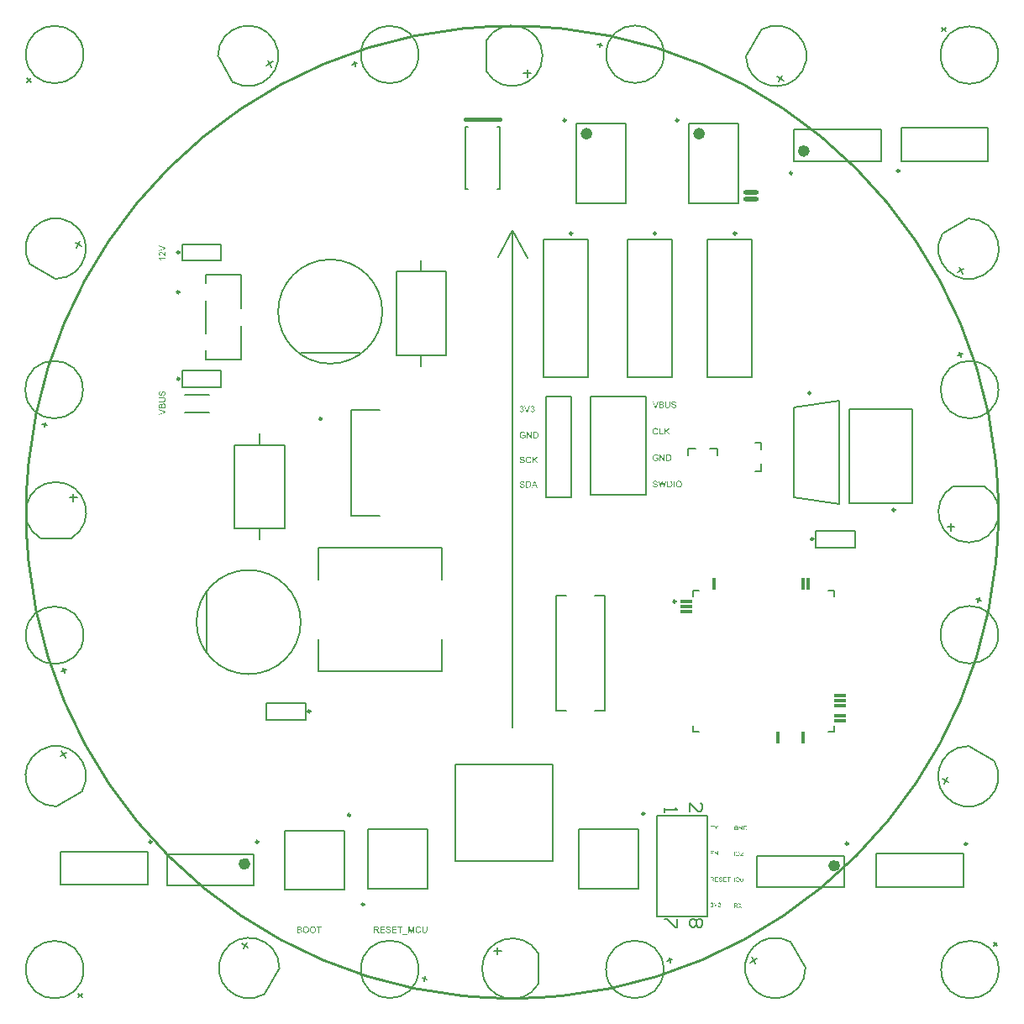
<source format=gbr>
G04*
G04 #@! TF.GenerationSoftware,Altium Limited,Altium Designer,25.5.2 (35)*
G04*
G04 Layer_Color=65535*
%FSLAX25Y25*%
%MOIN*%
G70*
G04*
G04 #@! TF.SameCoordinates,5858FFA7-226C-4CE8-8668-B70CF27CC624*
G04*
G04*
G04 #@! TF.FilePolarity,Positive*
G04*
G01*
G75*
%ADD10C,0.00984*%
%ADD11C,0.02362*%
%ADD12C,0.00591*%
%ADD13C,0.01000*%
%ADD14C,0.00700*%
%ADD15C,0.00787*%
%ADD16R,0.01181X0.04724*%
%ADD17R,0.04724X0.01181*%
%ADD18O,0.06299X0.01772*%
%ADD19C,0.01575*%
%ADD20C,0.00799*%
%ADD21C,0.00800*%
G36*
X59121Y301717D02*
Y301371D01*
X56602Y300396D01*
Y300760D01*
X58433Y301415D01*
X58437D01*
X58444Y301419D01*
X58455Y301422D01*
X58469Y301430D01*
X58491Y301433D01*
X58513Y301440D01*
X58568Y301459D01*
X58629Y301481D01*
X58698Y301502D01*
X58844Y301546D01*
X58841D01*
X58833Y301550D01*
X58822Y301553D01*
X58808Y301557D01*
X58768Y301568D01*
X58713Y301586D01*
X58651Y301604D01*
X58582Y301626D01*
X58509Y301652D01*
X58433Y301681D01*
X56602Y302365D01*
Y302703D01*
X59121Y301717D01*
D02*
G37*
G36*
Y298528D02*
X59117D01*
X59103D01*
X59081D01*
X59052Y298532D01*
X59019Y298536D01*
X58982Y298543D01*
X58946Y298550D01*
X58906Y298565D01*
X58902D01*
X58899Y298569D01*
X58877Y298576D01*
X58844Y298590D01*
X58801Y298612D01*
X58750Y298641D01*
X58691Y298678D01*
X58633Y298718D01*
X58571Y298769D01*
X58568D01*
X58564Y298776D01*
X58542Y298794D01*
X58509Y298827D01*
X58462Y298874D01*
X58407Y298929D01*
X58342Y298998D01*
X58269Y299082D01*
X58193Y299173D01*
X58189Y299176D01*
X58178Y299191D01*
X58160Y299213D01*
X58138Y299238D01*
X58109Y299271D01*
X58076Y299311D01*
X58040Y299351D01*
X58000Y299398D01*
X57912Y299489D01*
X57825Y299580D01*
X57781Y299624D01*
X57738Y299664D01*
X57697Y299700D01*
X57657Y299730D01*
X57654D01*
X57650Y299737D01*
X57639Y299744D01*
X57625Y299751D01*
X57585Y299777D01*
X57537Y299806D01*
X57479Y299832D01*
X57417Y299857D01*
X57348Y299872D01*
X57283Y299879D01*
X57279D01*
X57275D01*
X57253Y299875D01*
X57217Y299872D01*
X57177Y299861D01*
X57126Y299846D01*
X57075Y299821D01*
X57024Y299788D01*
X56973Y299744D01*
X56966Y299737D01*
X56951Y299719D01*
X56933Y299693D01*
X56908Y299653D01*
X56886Y299602D01*
X56864Y299544D01*
X56849Y299475D01*
X56846Y299398D01*
Y299377D01*
X56849Y299362D01*
X56853Y299318D01*
X56864Y299267D01*
X56879Y299213D01*
X56904Y299151D01*
X56937Y299093D01*
X56980Y299038D01*
X56988Y299031D01*
X57006Y299016D01*
X57035Y298994D01*
X57079Y298973D01*
X57130Y298947D01*
X57195Y298925D01*
X57268Y298911D01*
X57352Y298903D01*
X57319Y298587D01*
X57315D01*
X57304Y298590D01*
X57286D01*
X57261Y298594D01*
X57232Y298601D01*
X57199Y298608D01*
X57159Y298619D01*
X57119Y298630D01*
X57031Y298659D01*
X56944Y298703D01*
X56900Y298729D01*
X56857Y298761D01*
X56817Y298794D01*
X56780Y298831D01*
X56777Y298834D01*
X56773Y298842D01*
X56762Y298852D01*
X56751Y298871D01*
X56737Y298892D01*
X56722Y298918D01*
X56704Y298947D01*
X56686Y298983D01*
X56667Y299024D01*
X56649Y299067D01*
X56635Y299114D01*
X56620Y299165D01*
X56609Y299220D01*
X56598Y299278D01*
X56595Y299340D01*
X56591Y299406D01*
Y299442D01*
X56595Y299467D01*
X56598Y299497D01*
X56602Y299533D01*
X56609Y299573D01*
X56616Y299613D01*
X56642Y299708D01*
X56678Y299802D01*
X56700Y299850D01*
X56726Y299897D01*
X56758Y299941D01*
X56795Y299981D01*
X56798Y299984D01*
X56802Y299992D01*
X56817Y299999D01*
X56831Y300013D01*
X56849Y300032D01*
X56875Y300050D01*
X56900Y300068D01*
X56933Y300090D01*
X57002Y300126D01*
X57090Y300163D01*
X57133Y300177D01*
X57184Y300185D01*
X57235Y300192D01*
X57290Y300196D01*
X57297D01*
X57315D01*
X57344Y300192D01*
X57385Y300188D01*
X57428Y300181D01*
X57479Y300166D01*
X57534Y300152D01*
X57588Y300130D01*
X57596Y300126D01*
X57614Y300119D01*
X57643Y300105D01*
X57683Y300083D01*
X57727Y300054D01*
X57781Y300017D01*
X57836Y299974D01*
X57898Y299923D01*
X57905Y299915D01*
X57927Y299897D01*
X57945Y299879D01*
X57963Y299861D01*
X57985Y299839D01*
X58014Y299810D01*
X58043Y299781D01*
X58076Y299744D01*
X58113Y299708D01*
X58153Y299664D01*
X58193Y299617D01*
X58240Y299566D01*
X58287Y299508D01*
X58338Y299449D01*
X58342Y299446D01*
X58349Y299438D01*
X58360Y299424D01*
X58375Y299406D01*
X58396Y299384D01*
X58418Y299358D01*
X58466Y299300D01*
X58520Y299238D01*
X58575Y299180D01*
X58622Y299129D01*
X58640Y299107D01*
X58658Y299089D01*
X58662Y299085D01*
X58673Y299074D01*
X58688Y299060D01*
X58710Y299042D01*
X58735Y299024D01*
X58760Y299002D01*
X58822Y298958D01*
Y300199D01*
X59121D01*
Y298528D01*
D02*
G37*
G36*
Y297469D02*
X57152D01*
X57155Y297465D01*
X57170Y297447D01*
X57192Y297426D01*
X57217Y297389D01*
X57250Y297349D01*
X57286Y297298D01*
X57326Y297240D01*
X57366Y297174D01*
Y297171D01*
X57370Y297167D01*
X57385Y297145D01*
X57403Y297109D01*
X57424Y297065D01*
X57450Y297014D01*
X57476Y296960D01*
X57501Y296905D01*
X57523Y296850D01*
X57224D01*
Y296854D01*
X57217Y296861D01*
X57213Y296876D01*
X57203Y296894D01*
X57192Y296916D01*
X57177Y296941D01*
X57141Y297003D01*
X57101Y297076D01*
X57050Y297149D01*
X56991Y297225D01*
X56929Y297302D01*
X56926Y297305D01*
X56922Y297309D01*
X56911Y297320D01*
X56900Y297335D01*
X56864Y297367D01*
X56820Y297411D01*
X56769Y297455D01*
X56711Y297502D01*
X56653Y297542D01*
X56591Y297578D01*
Y297779D01*
X59121D01*
Y297469D01*
D02*
G37*
G36*
X58520Y244908D02*
X58571Y244901D01*
X58629Y244886D01*
X58691Y244868D01*
X58757Y244839D01*
X58826Y244799D01*
X58830D01*
X58833Y244795D01*
X58855Y244777D01*
X58888Y244752D01*
X58924Y244715D01*
X58968Y244668D01*
X59015Y244610D01*
X59059Y244544D01*
X59099Y244468D01*
Y244464D01*
X59103Y244457D01*
X59106Y244446D01*
X59114Y244431D01*
X59121Y244409D01*
X59132Y244384D01*
X59146Y244326D01*
X59164Y244257D01*
X59183Y244173D01*
X59194Y244082D01*
X59197Y243984D01*
Y243925D01*
X59194Y243896D01*
Y243864D01*
X59190Y243827D01*
X59186Y243783D01*
X59172Y243692D01*
X59157Y243598D01*
X59132Y243503D01*
X59099Y243412D01*
Y243408D01*
X59095Y243401D01*
X59088Y243390D01*
X59081Y243376D01*
X59059Y243332D01*
X59026Y243281D01*
X58982Y243223D01*
X58931Y243161D01*
X58870Y243103D01*
X58801Y243048D01*
X58797D01*
X58789Y243041D01*
X58779Y243037D01*
X58764Y243026D01*
X58746Y243019D01*
X58724Y243008D01*
X58669Y242983D01*
X58600Y242957D01*
X58524Y242935D01*
X58437Y242921D01*
X58346Y242913D01*
X58316Y243227D01*
X58320D01*
X58324D01*
X58334Y243230D01*
X58349D01*
X58382Y243237D01*
X58429Y243248D01*
X58477Y243263D01*
X58531Y243277D01*
X58582Y243303D01*
X58629Y243328D01*
X58633Y243332D01*
X58648Y243343D01*
X58673Y243361D01*
X58698Y243390D01*
X58731Y243427D01*
X58764Y243467D01*
X58797Y243521D01*
X58826Y243580D01*
Y243583D01*
X58830Y243587D01*
X58833Y243598D01*
X58837Y243609D01*
X58848Y243645D01*
X58862Y243692D01*
X58877Y243751D01*
X58888Y243816D01*
X58895Y243889D01*
X58899Y243969D01*
Y244002D01*
X58895Y244038D01*
X58891Y244082D01*
X58884Y244133D01*
X58877Y244191D01*
X58862Y244249D01*
X58844Y244304D01*
X58841Y244311D01*
X58833Y244329D01*
X58819Y244355D01*
X58804Y244388D01*
X58779Y244420D01*
X58753Y244457D01*
X58724Y244493D01*
X58688Y244522D01*
X58684Y244526D01*
X58669Y244533D01*
X58651Y244544D01*
X58622Y244559D01*
X58593Y244573D01*
X58557Y244584D01*
X58517Y244591D01*
X58473Y244595D01*
X58469D01*
X58451D01*
X58429Y244591D01*
X58400Y244588D01*
X58371Y244577D01*
X58334Y244566D01*
X58298Y244548D01*
X58265Y244522D01*
X58262Y244519D01*
X58251Y244508D01*
X58236Y244493D01*
X58214Y244468D01*
X58193Y244439D01*
X58167Y244398D01*
X58142Y244351D01*
X58120Y244297D01*
X58116Y244293D01*
X58113Y244275D01*
X58102Y244246D01*
X58098Y244227D01*
X58091Y244202D01*
X58080Y244177D01*
X58073Y244144D01*
X58061Y244107D01*
X58051Y244064D01*
X58040Y244020D01*
X58025Y243969D01*
X58011Y243911D01*
X57996Y243849D01*
Y243845D01*
X57992Y243834D01*
X57989Y243816D01*
X57981Y243794D01*
X57974Y243765D01*
X57967Y243732D01*
X57945Y243660D01*
X57920Y243580D01*
X57894Y243496D01*
X57869Y243423D01*
X57854Y243390D01*
X57840Y243361D01*
Y243357D01*
X57836Y243354D01*
X57821Y243332D01*
X57803Y243299D01*
X57774Y243263D01*
X57741Y243219D01*
X57701Y243176D01*
X57654Y243132D01*
X57603Y243095D01*
X57596Y243092D01*
X57577Y243081D01*
X57548Y243066D01*
X57512Y243052D01*
X57465Y243037D01*
X57410Y243023D01*
X57352Y243012D01*
X57290Y243008D01*
X57286D01*
X57283D01*
X57272D01*
X57257D01*
X57221Y243015D01*
X57173Y243023D01*
X57119Y243034D01*
X57057Y243052D01*
X56995Y243077D01*
X56933Y243114D01*
X56929D01*
X56926Y243117D01*
X56904Y243135D01*
X56875Y243161D01*
X56839Y243194D01*
X56798Y243237D01*
X56755Y243292D01*
X56715Y243357D01*
X56678Y243430D01*
Y243434D01*
X56675Y243441D01*
X56671Y243452D01*
X56664Y243467D01*
X56656Y243485D01*
X56649Y243510D01*
X56635Y243565D01*
X56620Y243634D01*
X56605Y243714D01*
X56595Y243798D01*
X56591Y243893D01*
Y243940D01*
X56595Y243965D01*
Y243991D01*
X56602Y244060D01*
X56613Y244137D01*
X56631Y244216D01*
X56653Y244304D01*
X56682Y244384D01*
Y244388D01*
X56686Y244395D01*
X56693Y244406D01*
X56700Y244420D01*
X56718Y244457D01*
X56751Y244504D01*
X56788Y244559D01*
X56835Y244613D01*
X56889Y244664D01*
X56951Y244712D01*
X56955D01*
X56959Y244715D01*
X56969Y244723D01*
X56980Y244730D01*
X57017Y244748D01*
X57064Y244770D01*
X57122Y244795D01*
X57192Y244813D01*
X57264Y244832D01*
X57344Y244839D01*
X57370Y244519D01*
X57366D01*
X57359D01*
X57348Y244515D01*
X57330Y244511D01*
X57290Y244500D01*
X57235Y244486D01*
X57177Y244464D01*
X57119Y244431D01*
X57064Y244391D01*
X57013Y244340D01*
X57010Y244333D01*
X56995Y244315D01*
X56973Y244278D01*
X56951Y244231D01*
X56929Y244169D01*
X56908Y244096D01*
X56893Y244005D01*
X56889Y243903D01*
Y243852D01*
X56893Y243831D01*
X56897Y243802D01*
X56904Y243736D01*
X56919Y243663D01*
X56937Y243590D01*
X56966Y243521D01*
X56984Y243492D01*
X57002Y243463D01*
X57006Y243456D01*
X57020Y243441D01*
X57046Y243419D01*
X57075Y243397D01*
X57115Y243372D01*
X57159Y243350D01*
X57210Y243336D01*
X57268Y243328D01*
X57275D01*
X57290D01*
X57315Y243332D01*
X57344Y243339D01*
X57381Y243350D01*
X57417Y243368D01*
X57454Y243390D01*
X57490Y243423D01*
X57494Y243427D01*
X57505Y243445D01*
X57516Y243459D01*
X57523Y243474D01*
X57534Y243496D01*
X57548Y243521D01*
X57559Y243554D01*
X57574Y243590D01*
X57588Y243631D01*
X57607Y243678D01*
X57621Y243729D01*
X57639Y243787D01*
X57654Y243852D01*
X57672Y243925D01*
Y243929D01*
X57676Y243944D01*
X57679Y243965D01*
X57687Y243991D01*
X57694Y244024D01*
X57705Y244064D01*
X57716Y244104D01*
X57727Y244147D01*
X57752Y244242D01*
X57778Y244333D01*
X57792Y244377D01*
X57807Y244417D01*
X57818Y244453D01*
X57832Y244482D01*
Y244486D01*
X57836Y244493D01*
X57843Y244504D01*
X57850Y244519D01*
X57872Y244559D01*
X57901Y244606D01*
X57941Y244661D01*
X57985Y244715D01*
X58036Y244766D01*
X58091Y244810D01*
X58098Y244813D01*
X58116Y244828D01*
X58149Y244843D01*
X58193Y244864D01*
X58244Y244883D01*
X58305Y244901D01*
X58375Y244912D01*
X58447Y244915D01*
X58451D01*
X58455D01*
X58466D01*
X58480D01*
X58520Y244908D01*
D02*
G37*
G36*
X58185Y242466D02*
X58222D01*
X58265Y242462D01*
X58309Y242458D01*
X58407Y242447D01*
X58509Y242433D01*
X58608Y242411D01*
X58655Y242396D01*
X58698Y242382D01*
X58702D01*
X58710Y242378D01*
X58720Y242371D01*
X58735Y242364D01*
X58775Y242342D01*
X58826Y242309D01*
X58884Y242266D01*
X58942Y242214D01*
X59004Y242149D01*
X59059Y242069D01*
Y242065D01*
X59066Y242058D01*
X59070Y242047D01*
X59081Y242029D01*
X59092Y242007D01*
X59103Y241978D01*
X59114Y241949D01*
X59128Y241912D01*
X59143Y241872D01*
X59153Y241829D01*
X59164Y241781D01*
X59175Y241727D01*
X59183Y241672D01*
X59190Y241614D01*
X59197Y241483D01*
Y241450D01*
X59194Y241425D01*
Y241395D01*
X59190Y241359D01*
X59186Y241319D01*
X59183Y241279D01*
X59168Y241188D01*
X59146Y241090D01*
X59117Y240995D01*
X59077Y240904D01*
Y240900D01*
X59070Y240893D01*
X59062Y240882D01*
X59055Y240868D01*
X59026Y240828D01*
X58986Y240780D01*
X58935Y240726D01*
X58877Y240675D01*
X58804Y240624D01*
X58724Y240584D01*
X58720D01*
X58713Y240580D01*
X58698Y240577D01*
X58680Y240569D01*
X58658Y240562D01*
X58629Y240555D01*
X58597Y240544D01*
X58557Y240536D01*
X58513Y240529D01*
X58466Y240518D01*
X58415Y240511D01*
X58360Y240504D01*
X58298Y240496D01*
X58233Y240493D01*
X58163Y240489D01*
X58091D01*
X56635D01*
Y240824D01*
X58091D01*
X58094D01*
X58105D01*
X58123D01*
X58145D01*
X58171Y240828D01*
X58204D01*
X58273Y240831D01*
X58353Y240839D01*
X58433Y240849D01*
X58509Y240864D01*
X58542Y240871D01*
X58575Y240882D01*
X58582Y240886D01*
X58600Y240893D01*
X58626Y240911D01*
X58662Y240933D01*
X58698Y240959D01*
X58739Y240995D01*
X58779Y241039D01*
X58811Y241090D01*
X58815Y241097D01*
X58826Y241115D01*
X58837Y241148D01*
X58851Y241192D01*
X58870Y241243D01*
X58881Y241308D01*
X58891Y241377D01*
X58895Y241454D01*
Y241490D01*
X58891Y241512D01*
Y241545D01*
X58888Y241578D01*
X58873Y241658D01*
X58855Y241745D01*
X58826Y241829D01*
X58786Y241909D01*
X58760Y241945D01*
X58731Y241978D01*
X58728Y241982D01*
X58724Y241985D01*
X58713Y241992D01*
X58698Y242003D01*
X58677Y242014D01*
X58655Y242029D01*
X58622Y242043D01*
X58589Y242058D01*
X58549Y242073D01*
X58502Y242084D01*
X58447Y242098D01*
X58389Y242109D01*
X58324Y242120D01*
X58254Y242127D01*
X58174Y242134D01*
X58091D01*
X56635D01*
Y242469D01*
X58091D01*
X58094D01*
X58109D01*
X58127D01*
X58153D01*
X58185Y242466D01*
D02*
G37*
G36*
X58487Y240023D02*
X58531Y240016D01*
X58582Y240009D01*
X58637Y239994D01*
X58695Y239976D01*
X58753Y239950D01*
X58760Y239947D01*
X58779Y239936D01*
X58804Y239921D01*
X58841Y239899D01*
X58877Y239870D01*
X58917Y239841D01*
X58957Y239805D01*
X58990Y239765D01*
X58993Y239761D01*
X59004Y239747D01*
X59019Y239721D01*
X59033Y239688D01*
X59055Y239648D01*
X59077Y239601D01*
X59095Y239550D01*
X59114Y239488D01*
Y239481D01*
X59121Y239459D01*
X59124Y239423D01*
X59132Y239375D01*
X59139Y239317D01*
X59146Y239248D01*
X59150Y239172D01*
X59153Y239084D01*
Y238123D01*
X56635D01*
Y239113D01*
X56638Y239139D01*
Y239168D01*
X56646Y239233D01*
X56653Y239306D01*
X56667Y239383D01*
X56686Y239459D01*
X56711Y239528D01*
Y239532D01*
X56715Y239535D01*
X56726Y239557D01*
X56744Y239590D01*
X56769Y239627D01*
X56802Y239670D01*
X56842Y239718D01*
X56893Y239761D01*
X56948Y239801D01*
X56955Y239805D01*
X56977Y239816D01*
X57006Y239834D01*
X57050Y239852D01*
X57101Y239870D01*
X57155Y239889D01*
X57217Y239899D01*
X57279Y239903D01*
X57286D01*
X57304D01*
X57337Y239899D01*
X57377Y239892D01*
X57424Y239881D01*
X57476Y239863D01*
X57526Y239841D01*
X57581Y239812D01*
X57588Y239809D01*
X57603Y239798D01*
X57632Y239776D01*
X57661Y239747D01*
X57697Y239710D01*
X57738Y239667D01*
X57774Y239612D01*
X57810Y239550D01*
Y239554D01*
X57814Y239561D01*
X57818Y239572D01*
X57825Y239586D01*
X57840Y239630D01*
X57865Y239681D01*
X57898Y239736D01*
X57938Y239798D01*
X57985Y239852D01*
X58043Y239903D01*
X58051Y239907D01*
X58073Y239921D01*
X58105Y239943D01*
X58149Y239965D01*
X58207Y239987D01*
X58269Y240009D01*
X58342Y240023D01*
X58422Y240027D01*
X58425D01*
X58429D01*
X58451D01*
X58487Y240023D01*
D02*
G37*
G36*
X59153Y236849D02*
Y236503D01*
X56635Y235528D01*
Y235892D01*
X58466Y236547D01*
X58469D01*
X58477Y236551D01*
X58487Y236554D01*
X58502Y236562D01*
X58524Y236565D01*
X58546Y236573D01*
X58600Y236591D01*
X58662Y236613D01*
X58731Y236634D01*
X58877Y236678D01*
X58873D01*
X58866Y236682D01*
X58855Y236685D01*
X58841Y236689D01*
X58801Y236700D01*
X58746Y236718D01*
X58684Y236736D01*
X58615Y236758D01*
X58542Y236784D01*
X58466Y236813D01*
X56635Y237497D01*
Y237836D01*
X59153Y236849D01*
D02*
G37*
G36*
X121158Y32142D02*
X120328D01*
Y29921D01*
X119993D01*
Y32142D01*
X119163D01*
Y32440D01*
X121158D01*
Y32142D01*
D02*
G37*
G36*
X112531Y32436D02*
X112560D01*
X112626Y32429D01*
X112699Y32422D01*
X112775Y32407D01*
X112852Y32389D01*
X112921Y32364D01*
X112924D01*
X112928Y32360D01*
X112950Y32349D01*
X112983Y32331D01*
X113019Y32305D01*
X113063Y32273D01*
X113110Y32233D01*
X113154Y32182D01*
X113194Y32127D01*
X113197Y32120D01*
X113208Y32098D01*
X113226Y32069D01*
X113245Y32025D01*
X113263Y31974D01*
X113281Y31920D01*
X113292Y31858D01*
X113296Y31796D01*
Y31789D01*
Y31770D01*
X113292Y31738D01*
X113285Y31698D01*
X113274Y31650D01*
X113256Y31599D01*
X113234Y31548D01*
X113205Y31494D01*
X113201Y31486D01*
X113190Y31472D01*
X113168Y31443D01*
X113139Y31414D01*
X113103Y31377D01*
X113059Y31337D01*
X113005Y31301D01*
X112943Y31264D01*
X112946D01*
X112953Y31261D01*
X112964Y31257D01*
X112979Y31250D01*
X113023Y31235D01*
X113074Y31210D01*
X113128Y31177D01*
X113190Y31137D01*
X113245Y31090D01*
X113296Y31032D01*
X113299Y31024D01*
X113314Y31002D01*
X113336Y30970D01*
X113358Y30926D01*
X113379Y30868D01*
X113401Y30806D01*
X113416Y30733D01*
X113419Y30653D01*
Y30649D01*
Y30646D01*
Y30624D01*
X113416Y30587D01*
X113409Y30544D01*
X113401Y30493D01*
X113387Y30438D01*
X113368Y30380D01*
X113343Y30322D01*
X113339Y30314D01*
X113329Y30296D01*
X113314Y30271D01*
X113292Y30234D01*
X113263Y30198D01*
X113234Y30158D01*
X113197Y30118D01*
X113157Y30085D01*
X113154Y30081D01*
X113139Y30070D01*
X113114Y30056D01*
X113081Y30041D01*
X113041Y30020D01*
X112994Y29998D01*
X112943Y29980D01*
X112881Y29961D01*
X112873D01*
X112852Y29954D01*
X112815Y29950D01*
X112768Y29943D01*
X112710Y29936D01*
X112641Y29928D01*
X112564Y29925D01*
X112477Y29921D01*
X111516D01*
Y32440D01*
X112506D01*
X112531Y32436D01*
D02*
G37*
G36*
X117777Y32480D02*
X117809D01*
X117842Y32476D01*
X117886Y32469D01*
X117929Y32462D01*
X118024Y32444D01*
X118133Y32415D01*
X118239Y32371D01*
X118293Y32346D01*
X118348Y32316D01*
X118352Y32313D01*
X118359Y32309D01*
X118374Y32298D01*
X118395Y32287D01*
X118417Y32269D01*
X118446Y32247D01*
X118508Y32196D01*
X118574Y32131D01*
X118647Y32051D01*
X118716Y31956D01*
X118774Y31850D01*
Y31847D01*
X118781Y31836D01*
X118789Y31821D01*
X118796Y31800D01*
X118810Y31770D01*
X118821Y31738D01*
X118836Y31698D01*
X118850Y31654D01*
X118861Y31607D01*
X118876Y31556D01*
X118890Y31497D01*
X118901Y31439D01*
X118916Y31312D01*
X118923Y31173D01*
Y31170D01*
Y31155D01*
Y31137D01*
X118920Y31108D01*
Y31075D01*
X118916Y31035D01*
X118909Y30991D01*
X118905Y30944D01*
X118887Y30839D01*
X118858Y30722D01*
X118818Y30606D01*
X118796Y30547D01*
X118767Y30489D01*
Y30485D01*
X118759Y30474D01*
X118752Y30460D01*
X118737Y30438D01*
X118723Y30413D01*
X118705Y30387D01*
X118654Y30318D01*
X118592Y30245D01*
X118519Y30169D01*
X118432Y30096D01*
X118330Y30031D01*
X118326D01*
X118319Y30023D01*
X118301Y30016D01*
X118279Y30005D01*
X118253Y29994D01*
X118224Y29983D01*
X118188Y29969D01*
X118148Y29954D01*
X118104Y29939D01*
X118057Y29925D01*
X117951Y29903D01*
X117838Y29885D01*
X117718Y29878D01*
X117682D01*
X117660Y29881D01*
X117627D01*
X117591Y29888D01*
X117551Y29892D01*
X117503Y29899D01*
X117405Y29921D01*
X117300Y29950D01*
X117191Y29994D01*
X117136Y30020D01*
X117081Y30049D01*
X117078Y30052D01*
X117070Y30056D01*
X117056Y30067D01*
X117034Y30081D01*
X117012Y30096D01*
X116987Y30118D01*
X116925Y30172D01*
X116856Y30238D01*
X116783Y30318D01*
X116717Y30409D01*
X116655Y30515D01*
Y30518D01*
X116648Y30529D01*
X116641Y30544D01*
X116634Y30566D01*
X116623Y30595D01*
X116612Y30627D01*
X116597Y30664D01*
X116586Y30704D01*
X116572Y30751D01*
X116557Y30799D01*
X116535Y30908D01*
X116521Y31021D01*
X116514Y31144D01*
Y31148D01*
Y31152D01*
Y31173D01*
X116517Y31206D01*
Y31250D01*
X116524Y31301D01*
X116532Y31363D01*
X116543Y31432D01*
X116557Y31505D01*
X116572Y31581D01*
X116594Y31661D01*
X116623Y31741D01*
X116655Y31825D01*
X116692Y31905D01*
X116739Y31985D01*
X116790Y32058D01*
X116848Y32127D01*
X116852Y32131D01*
X116863Y32142D01*
X116885Y32160D01*
X116910Y32182D01*
X116943Y32211D01*
X116983Y32240D01*
X117030Y32273D01*
X117085Y32305D01*
X117143Y32338D01*
X117209Y32371D01*
X117281Y32400D01*
X117358Y32429D01*
X117442Y32451D01*
X117529Y32469D01*
X117620Y32480D01*
X117718Y32484D01*
X117751D01*
X117777Y32480D01*
D02*
G37*
G36*
X115039D02*
X115072D01*
X115105Y32476D01*
X115148Y32469D01*
X115192Y32462D01*
X115287Y32444D01*
X115396Y32415D01*
X115501Y32371D01*
X115556Y32346D01*
X115611Y32316D01*
X115614Y32313D01*
X115622Y32309D01*
X115636Y32298D01*
X115658Y32287D01*
X115680Y32269D01*
X115709Y32247D01*
X115771Y32196D01*
X115836Y32131D01*
X115909Y32051D01*
X115978Y31956D01*
X116037Y31850D01*
Y31847D01*
X116044Y31836D01*
X116051Y31821D01*
X116059Y31800D01*
X116073Y31770D01*
X116084Y31738D01*
X116098Y31698D01*
X116113Y31654D01*
X116124Y31607D01*
X116139Y31556D01*
X116153Y31497D01*
X116164Y31439D01*
X116179Y31312D01*
X116186Y31173D01*
Y31170D01*
Y31155D01*
Y31137D01*
X116182Y31108D01*
Y31075D01*
X116179Y31035D01*
X116171Y30991D01*
X116168Y30944D01*
X116149Y30839D01*
X116120Y30722D01*
X116080Y30606D01*
X116059Y30547D01*
X116029Y30489D01*
Y30485D01*
X116022Y30474D01*
X116015Y30460D01*
X116000Y30438D01*
X115986Y30413D01*
X115968Y30387D01*
X115917Y30318D01*
X115855Y30245D01*
X115782Y30169D01*
X115694Y30096D01*
X115593Y30031D01*
X115589D01*
X115582Y30023D01*
X115563Y30016D01*
X115542Y30005D01*
X115516Y29994D01*
X115487Y29983D01*
X115451Y29969D01*
X115410Y29954D01*
X115367Y29939D01*
X115320Y29925D01*
X115214Y29903D01*
X115101Y29885D01*
X114981Y29878D01*
X114945D01*
X114923Y29881D01*
X114890D01*
X114854Y29888D01*
X114814Y29892D01*
X114766Y29899D01*
X114668Y29921D01*
X114562Y29950D01*
X114453Y29994D01*
X114399Y30020D01*
X114344Y30049D01*
X114340Y30052D01*
X114333Y30056D01*
X114319Y30067D01*
X114297Y30081D01*
X114275Y30096D01*
X114249Y30118D01*
X114188Y30172D01*
X114118Y30238D01*
X114046Y30318D01*
X113980Y30409D01*
X113918Y30515D01*
Y30518D01*
X113911Y30529D01*
X113904Y30544D01*
X113896Y30566D01*
X113885Y30595D01*
X113874Y30627D01*
X113860Y30664D01*
X113849Y30704D01*
X113834Y30751D01*
X113820Y30799D01*
X113798Y30908D01*
X113784Y31021D01*
X113776Y31144D01*
Y31148D01*
Y31152D01*
Y31173D01*
X113780Y31206D01*
Y31250D01*
X113787Y31301D01*
X113794Y31363D01*
X113805Y31432D01*
X113820Y31505D01*
X113834Y31581D01*
X113856Y31661D01*
X113885Y31741D01*
X113918Y31825D01*
X113954Y31905D01*
X114002Y31985D01*
X114053Y32058D01*
X114111Y32127D01*
X114115Y32131D01*
X114126Y32142D01*
X114147Y32160D01*
X114173Y32182D01*
X114206Y32211D01*
X114246Y32240D01*
X114293Y32273D01*
X114348Y32305D01*
X114406Y32338D01*
X114471Y32371D01*
X114544Y32400D01*
X114621Y32429D01*
X114704Y32451D01*
X114792Y32469D01*
X114883Y32480D01*
X114981Y32484D01*
X115014D01*
X115039Y32480D01*
D02*
G37*
G36*
X147753D02*
X147779D01*
X147848Y32473D01*
X147924Y32462D01*
X148004Y32444D01*
X148092Y32422D01*
X148172Y32393D01*
X148175D01*
X148183Y32389D01*
X148194Y32382D01*
X148208Y32375D01*
X148245Y32356D01*
X148292Y32324D01*
X148346Y32287D01*
X148401Y32240D01*
X148452Y32185D01*
X148499Y32124D01*
Y32120D01*
X148503Y32116D01*
X148510Y32105D01*
X148518Y32094D01*
X148536Y32058D01*
X148558Y32011D01*
X148583Y31952D01*
X148601Y31883D01*
X148619Y31810D01*
X148627Y31730D01*
X148306Y31705D01*
Y31708D01*
Y31716D01*
X148303Y31727D01*
X148299Y31745D01*
X148288Y31785D01*
X148274Y31839D01*
X148252Y31898D01*
X148219Y31956D01*
X148179Y32011D01*
X148128Y32062D01*
X148121Y32065D01*
X148103Y32080D01*
X148066Y32102D01*
X148019Y32124D01*
X147957Y32145D01*
X147884Y32167D01*
X147793Y32182D01*
X147691Y32185D01*
X147640D01*
X147618Y32182D01*
X147589Y32178D01*
X147524Y32171D01*
X147451Y32156D01*
X147378Y32138D01*
X147309Y32109D01*
X147280Y32091D01*
X147251Y32072D01*
X147243Y32069D01*
X147229Y32054D01*
X147207Y32029D01*
X147185Y32000D01*
X147160Y31960D01*
X147138Y31916D01*
X147123Y31865D01*
X147116Y31807D01*
Y31800D01*
Y31785D01*
X147120Y31760D01*
X147127Y31730D01*
X147138Y31694D01*
X147156Y31657D01*
X147178Y31621D01*
X147211Y31585D01*
X147214Y31581D01*
X147233Y31570D01*
X147247Y31559D01*
X147262Y31552D01*
X147284Y31541D01*
X147309Y31526D01*
X147342Y31516D01*
X147378Y31501D01*
X147418Y31486D01*
X147466Y31468D01*
X147517Y31454D01*
X147575Y31435D01*
X147640Y31421D01*
X147713Y31403D01*
X147717D01*
X147731Y31399D01*
X147753Y31396D01*
X147779Y31388D01*
X147811Y31381D01*
X147851Y31370D01*
X147891Y31359D01*
X147935Y31348D01*
X148030Y31323D01*
X148121Y31297D01*
X148164Y31283D01*
X148205Y31268D01*
X148241Y31257D01*
X148270Y31243D01*
X148274D01*
X148281Y31239D01*
X148292Y31232D01*
X148306Y31224D01*
X148346Y31203D01*
X148394Y31173D01*
X148448Y31133D01*
X148503Y31090D01*
X148554Y31039D01*
X148598Y30984D01*
X148601Y30977D01*
X148616Y30959D01*
X148630Y30926D01*
X148652Y30882D01*
X148670Y30831D01*
X148689Y30769D01*
X148699Y30700D01*
X148703Y30627D01*
Y30624D01*
Y30620D01*
Y30609D01*
Y30595D01*
X148696Y30555D01*
X148689Y30504D01*
X148674Y30445D01*
X148656Y30384D01*
X148627Y30318D01*
X148587Y30249D01*
Y30245D01*
X148583Y30242D01*
X148565Y30220D01*
X148539Y30187D01*
X148503Y30151D01*
X148456Y30107D01*
X148397Y30060D01*
X148332Y30016D01*
X148255Y29976D01*
X148252D01*
X148245Y29972D01*
X148234Y29969D01*
X148219Y29961D01*
X148197Y29954D01*
X148172Y29943D01*
X148114Y29928D01*
X148044Y29910D01*
X147961Y29892D01*
X147870Y29881D01*
X147771Y29878D01*
X147713D01*
X147684Y29881D01*
X147651D01*
X147615Y29885D01*
X147571Y29888D01*
X147480Y29903D01*
X147386Y29918D01*
X147291Y29943D01*
X147200Y29976D01*
X147196D01*
X147189Y29980D01*
X147178Y29987D01*
X147163Y29994D01*
X147120Y30016D01*
X147069Y30049D01*
X147011Y30092D01*
X146949Y30143D01*
X146890Y30205D01*
X146836Y30274D01*
Y30278D01*
X146829Y30285D01*
X146825Y30296D01*
X146814Y30311D01*
X146807Y30329D01*
X146796Y30351D01*
X146770Y30405D01*
X146745Y30474D01*
X146723Y30551D01*
X146708Y30638D01*
X146701Y30729D01*
X147014Y30759D01*
Y30755D01*
Y30751D01*
X147018Y30740D01*
Y30726D01*
X147025Y30693D01*
X147036Y30646D01*
X147051Y30598D01*
X147065Y30544D01*
X147091Y30493D01*
X147116Y30445D01*
X147120Y30442D01*
X147131Y30427D01*
X147149Y30402D01*
X147178Y30376D01*
X147214Y30343D01*
X147254Y30311D01*
X147309Y30278D01*
X147367Y30249D01*
X147371D01*
X147375Y30245D01*
X147386Y30242D01*
X147396Y30238D01*
X147433Y30227D01*
X147480Y30213D01*
X147538Y30198D01*
X147604Y30187D01*
X147677Y30180D01*
X147757Y30176D01*
X147790D01*
X147826Y30180D01*
X147870Y30183D01*
X147921Y30191D01*
X147979Y30198D01*
X148037Y30213D01*
X148092Y30231D01*
X148099Y30234D01*
X148117Y30242D01*
X148143Y30256D01*
X148175Y30271D01*
X148208Y30296D01*
X148245Y30322D01*
X148281Y30351D01*
X148310Y30387D01*
X148314Y30391D01*
X148321Y30405D01*
X148332Y30424D01*
X148346Y30453D01*
X148361Y30482D01*
X148372Y30518D01*
X148379Y30558D01*
X148383Y30602D01*
Y30606D01*
Y30624D01*
X148379Y30646D01*
X148376Y30675D01*
X148365Y30704D01*
X148354Y30740D01*
X148336Y30777D01*
X148310Y30809D01*
X148306Y30813D01*
X148295Y30824D01*
X148281Y30839D01*
X148255Y30860D01*
X148226Y30882D01*
X148186Y30908D01*
X148139Y30933D01*
X148084Y30955D01*
X148081Y30959D01*
X148063Y30962D01*
X148033Y30973D01*
X148015Y30977D01*
X147990Y30984D01*
X147964Y30995D01*
X147932Y31002D01*
X147895Y31013D01*
X147851Y31024D01*
X147808Y31035D01*
X147757Y31050D01*
X147698Y31064D01*
X147637Y31079D01*
X147633D01*
X147622Y31082D01*
X147604Y31086D01*
X147582Y31093D01*
X147553Y31101D01*
X147520Y31108D01*
X147447Y31130D01*
X147367Y31155D01*
X147284Y31181D01*
X147211Y31206D01*
X147178Y31221D01*
X147149Y31235D01*
X147145D01*
X147142Y31239D01*
X147120Y31253D01*
X147087Y31272D01*
X147051Y31301D01*
X147007Y31334D01*
X146963Y31374D01*
X146920Y31421D01*
X146883Y31472D01*
X146879Y31479D01*
X146869Y31497D01*
X146854Y31526D01*
X146839Y31563D01*
X146825Y31610D01*
X146810Y31665D01*
X146800Y31723D01*
X146796Y31785D01*
Y31789D01*
Y31792D01*
Y31803D01*
Y31818D01*
X146803Y31854D01*
X146810Y31901D01*
X146821Y31956D01*
X146839Y32018D01*
X146865Y32080D01*
X146901Y32142D01*
Y32145D01*
X146905Y32149D01*
X146923Y32171D01*
X146949Y32200D01*
X146981Y32236D01*
X147025Y32276D01*
X147080Y32320D01*
X147145Y32360D01*
X147218Y32397D01*
X147222D01*
X147229Y32400D01*
X147240Y32404D01*
X147254Y32411D01*
X147273Y32418D01*
X147298Y32426D01*
X147353Y32440D01*
X147422Y32455D01*
X147502Y32469D01*
X147586Y32480D01*
X147680Y32484D01*
X147728D01*
X147753Y32480D01*
D02*
G37*
G36*
X159703D02*
X159736Y32476D01*
X159776Y32473D01*
X159816Y32469D01*
X159863Y32458D01*
X159962Y32436D01*
X160071Y32404D01*
X160126Y32382D01*
X160176Y32356D01*
X160227Y32324D01*
X160278Y32291D01*
X160282Y32287D01*
X160289Y32284D01*
X160304Y32273D01*
X160322Y32254D01*
X160340Y32236D01*
X160366Y32211D01*
X160391Y32182D01*
X160420Y32153D01*
X160450Y32116D01*
X160479Y32072D01*
X160511Y32029D01*
X160540Y31982D01*
X160566Y31927D01*
X160595Y31872D01*
X160617Y31814D01*
X160639Y31749D01*
X160311Y31672D01*
Y31676D01*
X160308Y31683D01*
X160300Y31698D01*
X160293Y31716D01*
X160286Y31738D01*
X160275Y31767D01*
X160246Y31825D01*
X160209Y31890D01*
X160166Y31956D01*
X160111Y32018D01*
X160053Y32072D01*
X160045Y32080D01*
X160024Y32094D01*
X159987Y32113D01*
X159940Y32138D01*
X159878Y32160D01*
X159809Y32182D01*
X159725Y32196D01*
X159634Y32200D01*
X159605D01*
X159587Y32196D01*
X159561D01*
X159532Y32193D01*
X159463Y32182D01*
X159387Y32167D01*
X159307Y32142D01*
X159223Y32105D01*
X159146Y32058D01*
X159143D01*
X159139Y32051D01*
X159114Y32032D01*
X159081Y32003D01*
X159041Y31960D01*
X158993Y31905D01*
X158950Y31843D01*
X158910Y31767D01*
X158873Y31683D01*
Y31679D01*
X158870Y31672D01*
X158866Y31661D01*
X158862Y31643D01*
X158855Y31621D01*
X158848Y31596D01*
X158837Y31534D01*
X158822Y31461D01*
X158808Y31381D01*
X158800Y31293D01*
X158797Y31199D01*
Y31195D01*
Y31184D01*
Y31166D01*
Y31144D01*
X158800Y31119D01*
Y31086D01*
X158804Y31050D01*
X158808Y31010D01*
X158819Y30922D01*
X158837Y30828D01*
X158859Y30733D01*
X158888Y30638D01*
Y30635D01*
X158891Y30627D01*
X158899Y30617D01*
X158906Y30598D01*
X158928Y30555D01*
X158961Y30504D01*
X159001Y30445D01*
X159052Y30384D01*
X159110Y30329D01*
X159179Y30278D01*
X159183D01*
X159190Y30274D01*
X159201Y30267D01*
X159215Y30260D01*
X159234Y30253D01*
X159256Y30242D01*
X159307Y30220D01*
X159372Y30198D01*
X159445Y30180D01*
X159525Y30165D01*
X159609Y30161D01*
X159634D01*
X159656Y30165D01*
X159681D01*
X159707Y30169D01*
X159772Y30183D01*
X159849Y30202D01*
X159925Y30231D01*
X160005Y30271D01*
X160045Y30292D01*
X160082Y30322D01*
X160085Y30325D01*
X160089Y30329D01*
X160100Y30340D01*
X160115Y30351D01*
X160129Y30369D01*
X160147Y30391D01*
X160169Y30413D01*
X160187Y30442D01*
X160209Y30474D01*
X160235Y30511D01*
X160257Y30547D01*
X160278Y30591D01*
X160297Y30638D01*
X160315Y30689D01*
X160333Y30744D01*
X160347Y30802D01*
X160682Y30718D01*
Y30715D01*
X160679Y30700D01*
X160671Y30678D01*
X160661Y30649D01*
X160650Y30617D01*
X160635Y30577D01*
X160617Y30533D01*
X160595Y30485D01*
X160544Y30384D01*
X160479Y30282D01*
X160439Y30231D01*
X160398Y30180D01*
X160355Y30136D01*
X160304Y30092D01*
X160300Y30089D01*
X160293Y30081D01*
X160275Y30074D01*
X160257Y30060D01*
X160227Y30041D01*
X160198Y30023D01*
X160158Y30005D01*
X160118Y29987D01*
X160071Y29965D01*
X160020Y29947D01*
X159965Y29928D01*
X159907Y29910D01*
X159845Y29896D01*
X159780Y29888D01*
X159711Y29881D01*
X159638Y29878D01*
X159598D01*
X159569Y29881D01*
X159536D01*
X159496Y29885D01*
X159452Y29892D01*
X159401Y29899D01*
X159296Y29918D01*
X159186Y29947D01*
X159077Y29987D01*
X159026Y30012D01*
X158975Y30041D01*
X158972Y30045D01*
X158964Y30049D01*
X158950Y30060D01*
X158935Y30074D01*
X158913Y30089D01*
X158888Y30110D01*
X158859Y30136D01*
X158830Y30165D01*
X158800Y30198D01*
X158768Y30231D01*
X158702Y30314D01*
X158640Y30413D01*
X158586Y30522D01*
Y30525D01*
X158579Y30536D01*
X158575Y30555D01*
X158564Y30577D01*
X158557Y30606D01*
X158546Y30642D01*
X158531Y30682D01*
X158520Y30726D01*
X158509Y30773D01*
X158495Y30828D01*
X158477Y30940D01*
X158462Y31068D01*
X158455Y31199D01*
Y31203D01*
Y31217D01*
Y31239D01*
X158458Y31264D01*
Y31301D01*
X158462Y31337D01*
X158466Y31385D01*
X158473Y31432D01*
X158491Y31537D01*
X158517Y31654D01*
X158553Y31770D01*
X158604Y31883D01*
X158608Y31887D01*
X158611Y31898D01*
X158618Y31912D01*
X158633Y31931D01*
X158648Y31956D01*
X158666Y31985D01*
X158713Y32051D01*
X158775Y32124D01*
X158848Y32196D01*
X158932Y32269D01*
X159030Y32331D01*
X159034Y32335D01*
X159044Y32338D01*
X159059Y32346D01*
X159077Y32356D01*
X159106Y32367D01*
X159135Y32378D01*
X159172Y32393D01*
X159212Y32407D01*
X159256Y32422D01*
X159303Y32436D01*
X159405Y32458D01*
X159521Y32476D01*
X159641Y32484D01*
X159678D01*
X159703Y32480D01*
D02*
G37*
G36*
X158011Y29921D02*
X157690D01*
Y32029D01*
X156955Y29921D01*
X156657D01*
X155929Y32065D01*
Y29921D01*
X155608D01*
Y32440D01*
X156107D01*
X156704Y30653D01*
Y30649D01*
X156708Y30642D01*
X156711Y30631D01*
X156719Y30613D01*
X156733Y30569D01*
X156751Y30515D01*
X156769Y30453D01*
X156791Y30391D01*
X156809Y30333D01*
X156824Y30282D01*
X156828Y30289D01*
X156831Y30307D01*
X156842Y30340D01*
X156857Y30384D01*
X156875Y30442D01*
X156901Y30511D01*
X156926Y30591D01*
X156959Y30686D01*
X157563Y32440D01*
X158011D01*
Y29921D01*
D02*
G37*
G36*
X163077Y30984D02*
Y30981D01*
Y30966D01*
Y30948D01*
Y30922D01*
X163074Y30889D01*
Y30853D01*
X163070Y30809D01*
X163067Y30766D01*
X163056Y30667D01*
X163041Y30566D01*
X163019Y30467D01*
X163005Y30420D01*
X162990Y30376D01*
Y30373D01*
X162987Y30365D01*
X162979Y30354D01*
X162972Y30340D01*
X162950Y30300D01*
X162917Y30249D01*
X162874Y30191D01*
X162823Y30132D01*
X162757Y30070D01*
X162677Y30016D01*
X162673D01*
X162666Y30009D01*
X162655Y30005D01*
X162637Y29994D01*
X162615Y29983D01*
X162586Y29972D01*
X162557Y29961D01*
X162521Y29947D01*
X162481Y29932D01*
X162437Y29921D01*
X162390Y29910D01*
X162335Y29899D01*
X162280Y29892D01*
X162222Y29885D01*
X162091Y29878D01*
X162058D01*
X162033Y29881D01*
X162004D01*
X161967Y29885D01*
X161927Y29888D01*
X161887Y29892D01*
X161796Y29907D01*
X161698Y29928D01*
X161603Y29958D01*
X161512Y29998D01*
X161509D01*
X161501Y30005D01*
X161490Y30012D01*
X161476Y30020D01*
X161436Y30049D01*
X161389Y30089D01*
X161334Y30140D01*
X161283Y30198D01*
X161232Y30271D01*
X161192Y30351D01*
Y30354D01*
X161188Y30362D01*
X161185Y30376D01*
X161177Y30395D01*
X161170Y30416D01*
X161163Y30445D01*
X161152Y30478D01*
X161145Y30518D01*
X161137Y30562D01*
X161126Y30609D01*
X161119Y30660D01*
X161112Y30715D01*
X161105Y30777D01*
X161101Y30842D01*
X161097Y30911D01*
Y30984D01*
Y32440D01*
X161432D01*
Y30984D01*
Y30981D01*
Y30970D01*
Y30951D01*
Y30929D01*
X161436Y30904D01*
Y30871D01*
X161440Y30802D01*
X161447Y30722D01*
X161458Y30642D01*
X161472Y30566D01*
X161480Y30533D01*
X161490Y30500D01*
X161494Y30493D01*
X161501Y30474D01*
X161520Y30449D01*
X161541Y30413D01*
X161567Y30376D01*
X161603Y30336D01*
X161647Y30296D01*
X161698Y30263D01*
X161705Y30260D01*
X161723Y30249D01*
X161756Y30238D01*
X161800Y30223D01*
X161851Y30205D01*
X161916Y30194D01*
X161986Y30183D01*
X162062Y30180D01*
X162098D01*
X162120Y30183D01*
X162153D01*
X162186Y30187D01*
X162266Y30202D01*
X162353Y30220D01*
X162437Y30249D01*
X162517Y30289D01*
X162553Y30314D01*
X162586Y30343D01*
X162590Y30347D01*
X162593Y30351D01*
X162601Y30362D01*
X162612Y30376D01*
X162622Y30398D01*
X162637Y30420D01*
X162652Y30453D01*
X162666Y30485D01*
X162681Y30525D01*
X162692Y30573D01*
X162706Y30627D01*
X162717Y30686D01*
X162728Y30751D01*
X162735Y30820D01*
X162743Y30900D01*
Y30984D01*
Y32440D01*
X163077D01*
Y30984D01*
D02*
G37*
G36*
X153315Y32142D02*
X152485D01*
Y29921D01*
X152150D01*
Y32142D01*
X151320D01*
Y32440D01*
X153315D01*
Y32142D01*
D02*
G37*
G36*
X150989D02*
X149500D01*
Y31374D01*
X150894D01*
Y31075D01*
X149500D01*
Y30220D01*
X151047D01*
Y29921D01*
X149165D01*
Y32440D01*
X150989D01*
Y32142D01*
D02*
G37*
G36*
X146293D02*
X144805D01*
Y31374D01*
X146199D01*
Y31075D01*
X144805D01*
Y30220D01*
X146352D01*
Y29921D01*
X144470D01*
Y32440D01*
X146293D01*
Y32142D01*
D02*
G37*
G36*
X143127Y32436D02*
X143159D01*
X143236Y32433D01*
X143316Y32422D01*
X143403Y32411D01*
X143483Y32393D01*
X143524Y32382D01*
X143556Y32371D01*
X143560D01*
X143563Y32367D01*
X143585Y32356D01*
X143618Y32342D01*
X143658Y32316D01*
X143702Y32284D01*
X143749Y32240D01*
X143793Y32189D01*
X143836Y32131D01*
Y32127D01*
X143840Y32124D01*
X143855Y32102D01*
X143869Y32065D01*
X143891Y32018D01*
X143909Y31963D01*
X143928Y31898D01*
X143938Y31829D01*
X143942Y31752D01*
Y31749D01*
Y31741D01*
Y31727D01*
X143938Y31708D01*
Y31683D01*
X143935Y31657D01*
X143920Y31596D01*
X143898Y31523D01*
X143869Y31446D01*
X143826Y31370D01*
X143797Y31334D01*
X143767Y31297D01*
X143764Y31293D01*
X143760Y31290D01*
X143749Y31279D01*
X143735Y31268D01*
X143716Y31253D01*
X143694Y31239D01*
X143665Y31221D01*
X143636Y31199D01*
X143600Y31181D01*
X143560Y31163D01*
X143516Y31141D01*
X143469Y31122D01*
X143414Y31108D01*
X143360Y31090D01*
X143298Y31079D01*
X143232Y31068D01*
X143239Y31064D01*
X143254Y31057D01*
X143276Y31042D01*
X143305Y31028D01*
X143371Y30988D01*
X143403Y30962D01*
X143432Y30940D01*
X143440Y30933D01*
X143458Y30915D01*
X143487Y30886D01*
X143524Y30849D01*
X143563Y30799D01*
X143611Y30744D01*
X143658Y30678D01*
X143709Y30606D01*
X144142Y29921D01*
X143727D01*
X143396Y30445D01*
Y30449D01*
X143389Y30456D01*
X143382Y30467D01*
X143371Y30482D01*
X143345Y30522D01*
X143312Y30573D01*
X143272Y30627D01*
X143232Y30686D01*
X143192Y30740D01*
X143156Y30791D01*
X143152Y30795D01*
X143141Y30809D01*
X143123Y30831D01*
X143098Y30857D01*
X143043Y30911D01*
X143014Y30937D01*
X142985Y30959D01*
X142981Y30962D01*
X142974Y30966D01*
X142959Y30973D01*
X142937Y30984D01*
X142916Y30995D01*
X142890Y31006D01*
X142832Y31024D01*
X142828D01*
X142821Y31028D01*
X142806D01*
X142788Y31032D01*
X142763Y31035D01*
X142734D01*
X142693Y31039D01*
X142264D01*
Y29921D01*
X141929D01*
Y32440D01*
X143098D01*
X143127Y32436D01*
D02*
G37*
G36*
X155383Y29222D02*
X153333D01*
Y29444D01*
X155383D01*
Y29222D01*
D02*
G37*
G36*
X253808Y230293D02*
X253840Y230289D01*
X253880Y230286D01*
X253920Y230282D01*
X253968Y230271D01*
X254066Y230249D01*
X254175Y230216D01*
X254230Y230195D01*
X254281Y230169D01*
X254332Y230136D01*
X254383Y230104D01*
X254386Y230100D01*
X254394Y230096D01*
X254408Y230085D01*
X254426Y230067D01*
X254445Y230049D01*
X254470Y230024D01*
X254496Y229994D01*
X254525Y229965D01*
X254554Y229929D01*
X254583Y229885D01*
X254616Y229841D01*
X254645Y229794D01*
X254670Y229740D01*
X254699Y229685D01*
X254721Y229627D01*
X254743Y229561D01*
X254415Y229485D01*
Y229488D01*
X254412Y229496D01*
X254404Y229510D01*
X254397Y229528D01*
X254390Y229550D01*
X254379Y229579D01*
X254350Y229638D01*
X254313Y229703D01*
X254270Y229769D01*
X254215Y229831D01*
X254157Y229885D01*
X254150Y229892D01*
X254128Y229907D01*
X254092Y229925D01*
X254044Y229951D01*
X253982Y229973D01*
X253913Y229994D01*
X253829Y230009D01*
X253738Y230013D01*
X253709D01*
X253691Y230009D01*
X253666D01*
X253637Y230005D01*
X253567Y229994D01*
X253491Y229980D01*
X253411Y229954D01*
X253327Y229918D01*
X253251Y229871D01*
X253247D01*
X253243Y229863D01*
X253218Y229845D01*
X253185Y229816D01*
X253145Y229772D01*
X253098Y229718D01*
X253054Y229656D01*
X253014Y229579D01*
X252978Y229496D01*
Y229492D01*
X252974Y229485D01*
X252970Y229474D01*
X252967Y229456D01*
X252959Y229434D01*
X252952Y229408D01*
X252941Y229346D01*
X252927Y229274D01*
X252912Y229194D01*
X252905Y229106D01*
X252901Y229012D01*
Y229008D01*
Y228997D01*
Y228979D01*
Y228957D01*
X252905Y228931D01*
Y228899D01*
X252908Y228862D01*
X252912Y228822D01*
X252923Y228735D01*
X252941Y228640D01*
X252963Y228546D01*
X252992Y228451D01*
Y228447D01*
X252996Y228440D01*
X253003Y228429D01*
X253010Y228411D01*
X253032Y228367D01*
X253065Y228316D01*
X253105Y228258D01*
X253156Y228196D01*
X253214Y228142D01*
X253283Y228091D01*
X253287D01*
X253294Y228087D01*
X253305Y228080D01*
X253320Y228073D01*
X253338Y228065D01*
X253360Y228054D01*
X253411Y228032D01*
X253476Y228011D01*
X253549Y227992D01*
X253629Y227978D01*
X253713Y227974D01*
X253738D01*
X253760Y227978D01*
X253786D01*
X253811Y227981D01*
X253877Y227996D01*
X253953Y228014D01*
X254030Y228043D01*
X254110Y228083D01*
X254150Y228105D01*
X254186Y228134D01*
X254190Y228138D01*
X254193Y228142D01*
X254204Y228153D01*
X254219Y228164D01*
X254233Y228182D01*
X254252Y228204D01*
X254274Y228225D01*
X254292Y228255D01*
X254313Y228287D01*
X254339Y228324D01*
X254361Y228360D01*
X254383Y228404D01*
X254401Y228451D01*
X254419Y228502D01*
X254437Y228557D01*
X254452Y228615D01*
X254787Y228531D01*
Y228527D01*
X254783Y228513D01*
X254776Y228491D01*
X254765Y228462D01*
X254754Y228429D01*
X254739Y228389D01*
X254721Y228345D01*
X254699Y228298D01*
X254648Y228196D01*
X254583Y228094D01*
X254543Y228043D01*
X254503Y227992D01*
X254459Y227949D01*
X254408Y227905D01*
X254404Y227901D01*
X254397Y227894D01*
X254379Y227887D01*
X254361Y227872D01*
X254332Y227854D01*
X254303Y227836D01*
X254263Y227818D01*
X254222Y227800D01*
X254175Y227778D01*
X254124Y227759D01*
X254070Y227741D01*
X254011Y227723D01*
X253949Y227709D01*
X253884Y227701D01*
X253815Y227694D01*
X253742Y227690D01*
X253702D01*
X253673Y227694D01*
X253640D01*
X253600Y227698D01*
X253556Y227705D01*
X253505Y227712D01*
X253400Y227730D01*
X253291Y227759D01*
X253182Y227800D01*
X253131Y227825D01*
X253080Y227854D01*
X253076Y227858D01*
X253069Y227861D01*
X253054Y227872D01*
X253040Y227887D01*
X253018Y227901D01*
X252992Y227923D01*
X252963Y227949D01*
X252934Y227978D01*
X252905Y228011D01*
X252872Y228043D01*
X252807Y228127D01*
X252745Y228225D01*
X252690Y228335D01*
Y228338D01*
X252683Y228349D01*
X252679Y228367D01*
X252668Y228389D01*
X252661Y228418D01*
X252650Y228455D01*
X252636Y228495D01*
X252625Y228538D01*
X252614Y228586D01*
X252599Y228640D01*
X252581Y228753D01*
X252566Y228881D01*
X252559Y229012D01*
Y229015D01*
Y229030D01*
Y229052D01*
X252563Y229077D01*
Y229114D01*
X252566Y229150D01*
X252570Y229197D01*
X252577Y229245D01*
X252595Y229350D01*
X252621Y229467D01*
X252657Y229583D01*
X252708Y229696D01*
X252712Y229700D01*
X252716Y229711D01*
X252723Y229725D01*
X252737Y229743D01*
X252752Y229769D01*
X252770Y229798D01*
X252818Y229863D01*
X252879Y229936D01*
X252952Y230009D01*
X253036Y230082D01*
X253134Y230144D01*
X253138Y230147D01*
X253149Y230151D01*
X253163Y230158D01*
X253182Y230169D01*
X253211Y230180D01*
X253240Y230191D01*
X253276Y230205D01*
X253316Y230220D01*
X253360Y230235D01*
X253407Y230249D01*
X253509Y230271D01*
X253626Y230289D01*
X253746Y230296D01*
X253782D01*
X253808Y230293D01*
D02*
G37*
G36*
X258121Y229230D02*
X259224Y227734D01*
X258783D01*
X257888Y229004D01*
X257477Y228608D01*
Y227734D01*
X257142D01*
Y230253D01*
X257477D01*
Y229001D01*
X258722Y230253D01*
X259177D01*
X258121Y229230D01*
D02*
G37*
G36*
X255518Y228032D02*
X256760D01*
Y227734D01*
X255184D01*
Y230253D01*
X255518D01*
Y228032D01*
D02*
G37*
G36*
X253888Y219794D02*
X253917D01*
X253986Y219787D01*
X254062Y219776D01*
X254142Y219758D01*
X254230Y219736D01*
X254313Y219707D01*
X254317D01*
X254324Y219703D01*
X254335Y219700D01*
X254350Y219692D01*
X254390Y219670D01*
X254441Y219645D01*
X254496Y219609D01*
X254554Y219565D01*
X254608Y219518D01*
X254659Y219459D01*
X254667Y219452D01*
X254681Y219430D01*
X254703Y219397D01*
X254732Y219350D01*
X254761Y219292D01*
X254794Y219219D01*
X254827Y219139D01*
X254852Y219048D01*
X254550Y218968D01*
Y218972D01*
X254546Y218975D01*
X254543Y218986D01*
X254539Y219001D01*
X254528Y219033D01*
X254514Y219077D01*
X254492Y219128D01*
X254466Y219175D01*
X254441Y219226D01*
X254408Y219270D01*
X254404Y219274D01*
X254394Y219288D01*
X254372Y219306D01*
X254346Y219332D01*
X254313Y219361D01*
X254270Y219390D01*
X254222Y219419D01*
X254168Y219445D01*
X254161Y219448D01*
X254142Y219456D01*
X254110Y219467D01*
X254066Y219481D01*
X254015Y219492D01*
X253957Y219503D01*
X253891Y219510D01*
X253822Y219514D01*
X253782D01*
X253764Y219510D01*
X253742D01*
X253687Y219507D01*
X253626Y219496D01*
X253556Y219485D01*
X253491Y219467D01*
X253425Y219441D01*
X253418Y219438D01*
X253396Y219430D01*
X253367Y219412D01*
X253331Y219394D01*
X253287Y219365D01*
X253240Y219336D01*
X253196Y219299D01*
X253156Y219259D01*
X253152Y219255D01*
X253138Y219241D01*
X253120Y219215D01*
X253098Y219186D01*
X253072Y219150D01*
X253047Y219106D01*
X253021Y219059D01*
X252996Y219008D01*
Y219004D01*
X252992Y218997D01*
X252989Y218986D01*
X252981Y218968D01*
X252974Y218946D01*
X252967Y218921D01*
X252956Y218892D01*
X252948Y218859D01*
X252930Y218782D01*
X252916Y218695D01*
X252905Y218604D01*
X252901Y218502D01*
Y218498D01*
Y218487D01*
Y218469D01*
X252905Y218447D01*
Y218418D01*
X252908Y218382D01*
X252912Y218345D01*
X252916Y218305D01*
X252930Y218214D01*
X252948Y218120D01*
X252978Y218025D01*
X253014Y217934D01*
Y217931D01*
X253021Y217923D01*
X253025Y217912D01*
X253036Y217898D01*
X253061Y217858D01*
X253101Y217807D01*
X253149Y217752D01*
X253207Y217698D01*
X253276Y217647D01*
X253353Y217599D01*
X253356D01*
X253363Y217596D01*
X253374Y217588D01*
X253393Y217581D01*
X253411Y217574D01*
X253436Y217566D01*
X253495Y217545D01*
X253567Y217527D01*
X253647Y217508D01*
X253735Y217494D01*
X253826Y217490D01*
X253862D01*
X253884Y217494D01*
X253906D01*
X253960Y217501D01*
X254026Y217508D01*
X254095Y217523D01*
X254172Y217545D01*
X254248Y217570D01*
X254252D01*
X254259Y217574D01*
X254266Y217577D01*
X254281Y217585D01*
X254321Y217603D01*
X254364Y217625D01*
X254415Y217650D01*
X254470Y217679D01*
X254521Y217712D01*
X254565Y217748D01*
Y218222D01*
X253822D01*
Y218520D01*
X254892D01*
Y217585D01*
X254889Y217581D01*
X254881Y217577D01*
X254867Y217566D01*
X254849Y217552D01*
X254827Y217537D01*
X254801Y217519D01*
X254768Y217497D01*
X254736Y217476D01*
X254659Y217428D01*
X254572Y217377D01*
X254481Y217330D01*
X254383Y217290D01*
X254379D01*
X254372Y217286D01*
X254357Y217283D01*
X254339Y217275D01*
X254313Y217268D01*
X254284Y217257D01*
X254252Y217250D01*
X254219Y217243D01*
X254139Y217224D01*
X254048Y217206D01*
X253949Y217195D01*
X253848Y217192D01*
X253811D01*
X253786Y217195D01*
X253753D01*
X253713Y217199D01*
X253669Y217206D01*
X253622Y217210D01*
X253516Y217232D01*
X253403Y217257D01*
X253287Y217297D01*
X253229Y217319D01*
X253171Y217348D01*
X253167Y217352D01*
X253156Y217355D01*
X253141Y217366D01*
X253120Y217377D01*
X253094Y217395D01*
X253069Y217414D01*
X252999Y217465D01*
X252927Y217530D01*
X252850Y217610D01*
X252777Y217701D01*
X252712Y217807D01*
Y217810D01*
X252705Y217821D01*
X252697Y217836D01*
X252687Y217861D01*
X252676Y217887D01*
X252665Y217923D01*
X252650Y217960D01*
X252636Y218003D01*
X252621Y218051D01*
X252606Y218105D01*
X252595Y218160D01*
X252585Y218218D01*
X252566Y218345D01*
X252559Y218480D01*
Y218484D01*
Y218498D01*
Y218517D01*
X252563Y218542D01*
Y218575D01*
X252566Y218615D01*
X252574Y218655D01*
X252577Y218702D01*
X252588Y218753D01*
X252595Y218808D01*
X252625Y218924D01*
X252661Y219044D01*
X252712Y219164D01*
X252716Y219168D01*
X252719Y219179D01*
X252727Y219194D01*
X252741Y219215D01*
X252756Y219245D01*
X252774Y219274D01*
X252825Y219343D01*
X252887Y219423D01*
X252963Y219499D01*
X253050Y219576D01*
X253101Y219609D01*
X253152Y219641D01*
X253156Y219645D01*
X253167Y219649D01*
X253182Y219656D01*
X253203Y219667D01*
X253233Y219678D01*
X253265Y219692D01*
X253302Y219707D01*
X253345Y219721D01*
X253393Y219736D01*
X253444Y219747D01*
X253498Y219761D01*
X253556Y219772D01*
X253684Y219791D01*
X253749Y219798D01*
X253866D01*
X253888Y219794D01*
D02*
G37*
G36*
X257364Y217235D02*
X257018D01*
X255700Y219212D01*
Y217235D01*
X255380D01*
Y219754D01*
X255722D01*
X257044Y217774D01*
Y219754D01*
X257364D01*
Y217235D01*
D02*
G37*
G36*
X258958Y219750D02*
X259031Y219747D01*
X259104Y219740D01*
X259177Y219729D01*
X259239Y219718D01*
X259242D01*
X259249Y219714D01*
X259260D01*
X259275Y219707D01*
X259315Y219696D01*
X259366Y219678D01*
X259424Y219652D01*
X259486Y219619D01*
X259548Y219583D01*
X259606Y219536D01*
X259610Y219532D01*
X259613Y219529D01*
X259624Y219518D01*
X259639Y219507D01*
X259675Y219470D01*
X259719Y219419D01*
X259766Y219357D01*
X259817Y219285D01*
X259864Y219201D01*
X259905Y219106D01*
Y219103D01*
X259908Y219095D01*
X259915Y219081D01*
X259919Y219059D01*
X259930Y219033D01*
X259937Y219004D01*
X259945Y218972D01*
X259956Y218932D01*
X259966Y218892D01*
X259974Y218844D01*
X259992Y218742D01*
X260003Y218629D01*
X260006Y218506D01*
Y218502D01*
Y218495D01*
Y218477D01*
Y218458D01*
X260003Y218433D01*
Y218404D01*
X259999Y218335D01*
X259988Y218254D01*
X259977Y218171D01*
X259959Y218083D01*
X259937Y217996D01*
Y217992D01*
X259934Y217985D01*
X259930Y217974D01*
X259926Y217960D01*
X259912Y217920D01*
X259890Y217869D01*
X259868Y217810D01*
X259839Y217752D01*
X259803Y217690D01*
X259766Y217632D01*
X259763Y217625D01*
X259748Y217607D01*
X259726Y217581D01*
X259697Y217548D01*
X259664Y217512D01*
X259624Y217476D01*
X259584Y217436D01*
X259537Y217403D01*
X259530Y217399D01*
X259515Y217388D01*
X259490Y217374D01*
X259453Y217355D01*
X259409Y217334D01*
X259359Y217315D01*
X259300Y217294D01*
X259235Y217275D01*
X259227D01*
X259217Y217272D01*
X259206Y217268D01*
X259169Y217264D01*
X259118Y217257D01*
X259060Y217250D01*
X258991Y217243D01*
X258914Y217239D01*
X258831Y217235D01*
X257924D01*
Y219754D01*
X258893D01*
X258958Y219750D01*
D02*
G37*
G36*
X260997Y240792D02*
X261022D01*
X261091Y240784D01*
X261168Y240773D01*
X261248Y240755D01*
X261335Y240733D01*
X261415Y240704D01*
X261419D01*
X261426Y240701D01*
X261437Y240693D01*
X261452Y240686D01*
X261488Y240668D01*
X261535Y240635D01*
X261590Y240599D01*
X261645Y240551D01*
X261695Y240497D01*
X261743Y240435D01*
Y240431D01*
X261746Y240428D01*
X261754Y240417D01*
X261761Y240406D01*
X261779Y240369D01*
X261801Y240322D01*
X261826Y240264D01*
X261845Y240195D01*
X261863Y240122D01*
X261870Y240042D01*
X261550Y240016D01*
Y240020D01*
Y240027D01*
X261546Y240038D01*
X261543Y240056D01*
X261532Y240096D01*
X261517Y240151D01*
X261495Y240209D01*
X261462Y240267D01*
X261422Y240322D01*
X261371Y240373D01*
X261364Y240377D01*
X261346Y240391D01*
X261310Y240413D01*
X261262Y240435D01*
X261200Y240457D01*
X261128Y240478D01*
X261037Y240493D01*
X260935Y240497D01*
X260884D01*
X260862Y240493D01*
X260833Y240489D01*
X260767Y240482D01*
X260695Y240468D01*
X260622Y240449D01*
X260553Y240420D01*
X260523Y240402D01*
X260494Y240384D01*
X260487Y240380D01*
X260472Y240366D01*
X260451Y240340D01*
X260429Y240311D01*
X260403Y240271D01*
X260381Y240227D01*
X260367Y240176D01*
X260360Y240118D01*
Y240111D01*
Y240096D01*
X260363Y240071D01*
X260370Y240042D01*
X260381Y240005D01*
X260400Y239969D01*
X260421Y239932D01*
X260454Y239896D01*
X260458Y239893D01*
X260476Y239882D01*
X260491Y239871D01*
X260505Y239863D01*
X260527Y239852D01*
X260553Y239838D01*
X260585Y239827D01*
X260622Y239812D01*
X260662Y239798D01*
X260709Y239780D01*
X260760Y239765D01*
X260818Y239747D01*
X260884Y239732D01*
X260957Y239714D01*
X260960D01*
X260975Y239710D01*
X260997Y239707D01*
X261022Y239700D01*
X261055Y239692D01*
X261095Y239681D01*
X261135Y239670D01*
X261179Y239660D01*
X261273Y239634D01*
X261364Y239609D01*
X261408Y239594D01*
X261448Y239579D01*
X261484Y239568D01*
X261513Y239554D01*
X261517D01*
X261524Y239550D01*
X261535Y239543D01*
X261550Y239536D01*
X261590Y239514D01*
X261637Y239485D01*
X261692Y239445D01*
X261746Y239401D01*
X261797Y239350D01*
X261841Y239296D01*
X261845Y239288D01*
X261859Y239270D01*
X261874Y239237D01*
X261896Y239194D01*
X261914Y239143D01*
X261932Y239081D01*
X261943Y239012D01*
X261947Y238939D01*
Y238935D01*
Y238931D01*
Y238921D01*
Y238906D01*
X261939Y238866D01*
X261932Y238815D01*
X261917Y238757D01*
X261899Y238695D01*
X261870Y238629D01*
X261830Y238560D01*
Y238557D01*
X261826Y238553D01*
X261808Y238531D01*
X261783Y238498D01*
X261746Y238462D01*
X261699Y238418D01*
X261641Y238371D01*
X261575Y238327D01*
X261499Y238287D01*
X261495D01*
X261488Y238284D01*
X261477Y238280D01*
X261462Y238273D01*
X261441Y238265D01*
X261415Y238254D01*
X261357Y238240D01*
X261288Y238222D01*
X261204Y238204D01*
X261113Y238193D01*
X261015Y238189D01*
X260957D01*
X260927Y238193D01*
X260895D01*
X260858Y238196D01*
X260815Y238200D01*
X260724Y238214D01*
X260629Y238229D01*
X260534Y238254D01*
X260443Y238287D01*
X260440D01*
X260432Y238291D01*
X260421Y238298D01*
X260407Y238305D01*
X260363Y238327D01*
X260312Y238360D01*
X260254Y238404D01*
X260192Y238455D01*
X260134Y238517D01*
X260079Y238586D01*
Y238589D01*
X260072Y238597D01*
X260068Y238608D01*
X260057Y238622D01*
X260050Y238640D01*
X260039Y238662D01*
X260014Y238717D01*
X259988Y238786D01*
X259966Y238862D01*
X259952Y238950D01*
X259945Y239041D01*
X260258Y239070D01*
Y239066D01*
Y239063D01*
X260261Y239052D01*
Y239037D01*
X260269Y239004D01*
X260279Y238957D01*
X260294Y238910D01*
X260309Y238855D01*
X260334Y238804D01*
X260360Y238757D01*
X260363Y238753D01*
X260374Y238739D01*
X260392Y238713D01*
X260421Y238688D01*
X260458Y238655D01*
X260498Y238622D01*
X260553Y238589D01*
X260611Y238560D01*
X260614D01*
X260618Y238557D01*
X260629Y238553D01*
X260640Y238549D01*
X260676Y238538D01*
X260724Y238524D01*
X260782Y238509D01*
X260847Y238498D01*
X260920Y238491D01*
X261000Y238487D01*
X261033D01*
X261069Y238491D01*
X261113Y238495D01*
X261164Y238502D01*
X261222Y238509D01*
X261280Y238524D01*
X261335Y238542D01*
X261342Y238546D01*
X261361Y238553D01*
X261386Y238567D01*
X261419Y238582D01*
X261452Y238608D01*
X261488Y238633D01*
X261524Y238662D01*
X261554Y238699D01*
X261557Y238702D01*
X261564Y238717D01*
X261575Y238735D01*
X261590Y238764D01*
X261604Y238793D01*
X261615Y238830D01*
X261623Y238870D01*
X261626Y238913D01*
Y238917D01*
Y238935D01*
X261623Y238957D01*
X261619Y238986D01*
X261608Y239015D01*
X261597Y239052D01*
X261579Y239088D01*
X261554Y239121D01*
X261550Y239124D01*
X261539Y239135D01*
X261524Y239150D01*
X261499Y239172D01*
X261470Y239194D01*
X261430Y239219D01*
X261382Y239245D01*
X261328Y239266D01*
X261324Y239270D01*
X261306Y239274D01*
X261277Y239285D01*
X261259Y239288D01*
X261233Y239296D01*
X261208Y239306D01*
X261175Y239314D01*
X261139Y239325D01*
X261095Y239336D01*
X261051Y239347D01*
X261000Y239361D01*
X260942Y239376D01*
X260880Y239390D01*
X260876D01*
X260865Y239394D01*
X260847Y239397D01*
X260825Y239405D01*
X260796Y239412D01*
X260764Y239419D01*
X260691Y239441D01*
X260611Y239467D01*
X260527Y239492D01*
X260454Y239518D01*
X260421Y239532D01*
X260392Y239547D01*
X260389D01*
X260385Y239550D01*
X260363Y239565D01*
X260331Y239583D01*
X260294Y239612D01*
X260250Y239645D01*
X260207Y239685D01*
X260163Y239732D01*
X260127Y239783D01*
X260123Y239791D01*
X260112Y239809D01*
X260098Y239838D01*
X260083Y239874D01*
X260068Y239922D01*
X260054Y239976D01*
X260043Y240034D01*
X260039Y240096D01*
Y240100D01*
Y240104D01*
Y240114D01*
Y240129D01*
X260047Y240165D01*
X260054Y240213D01*
X260065Y240267D01*
X260083Y240329D01*
X260108Y240391D01*
X260145Y240453D01*
Y240457D01*
X260149Y240460D01*
X260167Y240482D01*
X260192Y240511D01*
X260225Y240548D01*
X260269Y240588D01*
X260323Y240631D01*
X260389Y240671D01*
X260461Y240708D01*
X260465D01*
X260472Y240711D01*
X260483Y240715D01*
X260498Y240722D01*
X260516Y240730D01*
X260542Y240737D01*
X260596Y240752D01*
X260665Y240766D01*
X260745Y240781D01*
X260829Y240792D01*
X260924Y240795D01*
X260971D01*
X260997Y240792D01*
D02*
G37*
G36*
X253880Y238233D02*
X253535D01*
X252559Y240752D01*
X252923D01*
X253578Y238921D01*
Y238917D01*
X253582Y238910D01*
X253586Y238899D01*
X253593Y238884D01*
X253596Y238862D01*
X253604Y238841D01*
X253622Y238786D01*
X253644Y238724D01*
X253666Y238655D01*
X253709Y238509D01*
Y238513D01*
X253713Y238520D01*
X253717Y238531D01*
X253720Y238546D01*
X253731Y238586D01*
X253749Y238640D01*
X253767Y238702D01*
X253789Y238771D01*
X253815Y238844D01*
X253844Y238921D01*
X254528Y240752D01*
X254867D01*
X253880Y238233D01*
D02*
G37*
G36*
X259501Y239296D02*
Y239292D01*
Y239277D01*
Y239259D01*
Y239234D01*
X259497Y239201D01*
Y239164D01*
X259493Y239121D01*
X259490Y239077D01*
X259479Y238979D01*
X259464Y238877D01*
X259442Y238779D01*
X259428Y238731D01*
X259413Y238688D01*
Y238684D01*
X259409Y238677D01*
X259402Y238666D01*
X259395Y238651D01*
X259373Y238611D01*
X259340Y238560D01*
X259297Y238502D01*
X259246Y238444D01*
X259180Y238382D01*
X259100Y238327D01*
X259097D01*
X259089Y238320D01*
X259078Y238316D01*
X259060Y238305D01*
X259038Y238295D01*
X259009Y238284D01*
X258980Y238273D01*
X258944Y238258D01*
X258904Y238244D01*
X258860Y238233D01*
X258813Y238222D01*
X258758Y238211D01*
X258703Y238204D01*
X258645Y238196D01*
X258514Y238189D01*
X258481D01*
X258456Y238193D01*
X258427D01*
X258390Y238196D01*
X258350Y238200D01*
X258310Y238204D01*
X258219Y238218D01*
X258121Y238240D01*
X258026Y238269D01*
X257935Y238309D01*
X257932D01*
X257924Y238316D01*
X257913Y238324D01*
X257899Y238331D01*
X257859Y238360D01*
X257812Y238400D01*
X257757Y238451D01*
X257706Y238509D01*
X257655Y238582D01*
X257615Y238662D01*
Y238666D01*
X257611Y238673D01*
X257608Y238688D01*
X257600Y238706D01*
X257593Y238728D01*
X257586Y238757D01*
X257575Y238790D01*
X257568Y238830D01*
X257560Y238873D01*
X257550Y238921D01*
X257542Y238972D01*
X257535Y239026D01*
X257528Y239088D01*
X257524Y239154D01*
X257520Y239223D01*
Y239296D01*
Y240752D01*
X257855D01*
Y239296D01*
Y239292D01*
Y239281D01*
Y239263D01*
Y239241D01*
X257859Y239215D01*
Y239183D01*
X257862Y239113D01*
X257870Y239033D01*
X257881Y238953D01*
X257895Y238877D01*
X257903Y238844D01*
X257913Y238811D01*
X257917Y238804D01*
X257924Y238786D01*
X257943Y238760D01*
X257964Y238724D01*
X257990Y238688D01*
X258026Y238648D01*
X258070Y238608D01*
X258121Y238575D01*
X258128Y238571D01*
X258147Y238560D01*
X258179Y238549D01*
X258223Y238535D01*
X258274Y238517D01*
X258339Y238506D01*
X258408Y238495D01*
X258485Y238491D01*
X258521D01*
X258543Y238495D01*
X258576D01*
X258609Y238498D01*
X258689Y238513D01*
X258776Y238531D01*
X258860Y238560D01*
X258940Y238600D01*
X258976Y238626D01*
X259009Y238655D01*
X259013Y238658D01*
X259016Y238662D01*
X259024Y238673D01*
X259035Y238688D01*
X259046Y238709D01*
X259060Y238731D01*
X259075Y238764D01*
X259089Y238797D01*
X259104Y238837D01*
X259115Y238884D01*
X259129Y238939D01*
X259140Y238997D01*
X259151Y239063D01*
X259158Y239132D01*
X259166Y239212D01*
Y239296D01*
Y240752D01*
X259501D01*
Y239296D01*
D02*
G37*
G36*
X256170Y240748D02*
X256199D01*
X256265Y240741D01*
X256337Y240733D01*
X256414Y240719D01*
X256490Y240701D01*
X256559Y240675D01*
X256563D01*
X256567Y240671D01*
X256589Y240661D01*
X256621Y240642D01*
X256658Y240617D01*
X256701Y240584D01*
X256749Y240544D01*
X256792Y240493D01*
X256832Y240439D01*
X256836Y240431D01*
X256847Y240409D01*
X256865Y240380D01*
X256883Y240337D01*
X256902Y240286D01*
X256920Y240231D01*
X256931Y240169D01*
X256934Y240107D01*
Y240100D01*
Y240082D01*
X256931Y240049D01*
X256923Y240009D01*
X256912Y239962D01*
X256894Y239911D01*
X256872Y239860D01*
X256843Y239805D01*
X256840Y239798D01*
X256829Y239783D01*
X256807Y239754D01*
X256778Y239725D01*
X256741Y239689D01*
X256698Y239649D01*
X256643Y239612D01*
X256581Y239576D01*
X256585D01*
X256592Y239572D01*
X256603Y239568D01*
X256618Y239561D01*
X256661Y239547D01*
X256712Y239521D01*
X256767Y239488D01*
X256829Y239448D01*
X256883Y239401D01*
X256934Y239343D01*
X256938Y239336D01*
X256953Y239314D01*
X256974Y239281D01*
X256996Y239237D01*
X257018Y239179D01*
X257040Y239117D01*
X257054Y239044D01*
X257058Y238964D01*
Y238961D01*
Y238957D01*
Y238935D01*
X257054Y238899D01*
X257047Y238855D01*
X257040Y238804D01*
X257025Y238750D01*
X257007Y238691D01*
X256982Y238633D01*
X256978Y238626D01*
X256967Y238608D01*
X256953Y238582D01*
X256931Y238546D01*
X256902Y238509D01*
X256872Y238469D01*
X256836Y238429D01*
X256796Y238396D01*
X256792Y238393D01*
X256778Y238382D01*
X256752Y238367D01*
X256720Y238353D01*
X256680Y238331D01*
X256632Y238309D01*
X256581Y238291D01*
X256519Y238273D01*
X256512D01*
X256490Y238265D01*
X256454Y238262D01*
X256406Y238254D01*
X256348Y238247D01*
X256279Y238240D01*
X256203Y238236D01*
X256115Y238233D01*
X255154D01*
Y240752D01*
X256144D01*
X256170Y240748D01*
D02*
G37*
G36*
X253611Y209296D02*
X253637D01*
X253706Y209288D01*
X253782Y209277D01*
X253862Y209259D01*
X253949Y209237D01*
X254030Y209208D01*
X254033D01*
X254041Y209205D01*
X254051Y209197D01*
X254066Y209190D01*
X254102Y209172D01*
X254150Y209139D01*
X254204Y209103D01*
X254259Y209055D01*
X254310Y209001D01*
X254357Y208939D01*
Y208935D01*
X254361Y208931D01*
X254368Y208921D01*
X254375Y208910D01*
X254394Y208873D01*
X254415Y208826D01*
X254441Y208768D01*
X254459Y208699D01*
X254477Y208626D01*
X254485Y208546D01*
X254164Y208520D01*
Y208524D01*
Y208531D01*
X254161Y208542D01*
X254157Y208560D01*
X254146Y208600D01*
X254132Y208655D01*
X254110Y208713D01*
X254077Y208771D01*
X254037Y208826D01*
X253986Y208877D01*
X253979Y208881D01*
X253960Y208895D01*
X253924Y208917D01*
X253877Y208939D01*
X253815Y208961D01*
X253742Y208982D01*
X253651Y208997D01*
X253549Y209001D01*
X253498D01*
X253476Y208997D01*
X253447Y208993D01*
X253382Y208986D01*
X253309Y208972D01*
X253236Y208953D01*
X253167Y208924D01*
X253138Y208906D01*
X253109Y208888D01*
X253101Y208884D01*
X253087Y208870D01*
X253065Y208844D01*
X253043Y208815D01*
X253018Y208775D01*
X252996Y208731D01*
X252981Y208680D01*
X252974Y208622D01*
Y208615D01*
Y208600D01*
X252978Y208575D01*
X252985Y208546D01*
X252996Y208509D01*
X253014Y208473D01*
X253036Y208436D01*
X253069Y208400D01*
X253072Y208396D01*
X253091Y208385D01*
X253105Y208375D01*
X253120Y208367D01*
X253141Y208356D01*
X253167Y208342D01*
X253200Y208331D01*
X253236Y208316D01*
X253276Y208302D01*
X253324Y208284D01*
X253374Y208269D01*
X253433Y208251D01*
X253498Y208236D01*
X253571Y208218D01*
X253575D01*
X253589Y208214D01*
X253611Y208211D01*
X253637Y208204D01*
X253669Y208196D01*
X253709Y208185D01*
X253749Y208174D01*
X253793Y208163D01*
X253888Y208138D01*
X253979Y208113D01*
X254022Y208098D01*
X254062Y208083D01*
X254099Y208072D01*
X254128Y208058D01*
X254132D01*
X254139Y208054D01*
X254150Y208047D01*
X254164Y208040D01*
X254204Y208018D01*
X254252Y207989D01*
X254306Y207949D01*
X254361Y207905D01*
X254412Y207854D01*
X254455Y207800D01*
X254459Y207792D01*
X254474Y207774D01*
X254488Y207741D01*
X254510Y207698D01*
X254528Y207647D01*
X254546Y207585D01*
X254557Y207516D01*
X254561Y207443D01*
Y207439D01*
Y207435D01*
Y207425D01*
Y207410D01*
X254554Y207370D01*
X254546Y207319D01*
X254532Y207261D01*
X254514Y207199D01*
X254485Y207133D01*
X254445Y207064D01*
Y207061D01*
X254441Y207057D01*
X254423Y207035D01*
X254397Y207002D01*
X254361Y206966D01*
X254313Y206922D01*
X254255Y206875D01*
X254190Y206831D01*
X254113Y206791D01*
X254110D01*
X254102Y206788D01*
X254092Y206784D01*
X254077Y206777D01*
X254055Y206769D01*
X254030Y206758D01*
X253971Y206744D01*
X253902Y206726D01*
X253818Y206708D01*
X253728Y206697D01*
X253629Y206693D01*
X253571D01*
X253542Y206697D01*
X253509D01*
X253473Y206700D01*
X253429Y206704D01*
X253338Y206718D01*
X253243Y206733D01*
X253149Y206758D01*
X253058Y206791D01*
X253054D01*
X253047Y206795D01*
X253036Y206802D01*
X253021Y206809D01*
X252978Y206831D01*
X252927Y206864D01*
X252868Y206908D01*
X252807Y206959D01*
X252748Y207020D01*
X252694Y207090D01*
Y207093D01*
X252687Y207101D01*
X252683Y207112D01*
X252672Y207126D01*
X252665Y207144D01*
X252654Y207166D01*
X252628Y207221D01*
X252603Y207290D01*
X252581Y207366D01*
X252566Y207454D01*
X252559Y207545D01*
X252872Y207574D01*
Y207570D01*
Y207566D01*
X252876Y207556D01*
Y207541D01*
X252883Y207508D01*
X252894Y207461D01*
X252908Y207414D01*
X252923Y207359D01*
X252948Y207308D01*
X252974Y207261D01*
X252978Y207257D01*
X252989Y207243D01*
X253007Y207217D01*
X253036Y207192D01*
X253072Y207159D01*
X253112Y207126D01*
X253167Y207093D01*
X253225Y207064D01*
X253229D01*
X253233Y207061D01*
X253243Y207057D01*
X253254Y207053D01*
X253291Y207042D01*
X253338Y207028D01*
X253396Y207013D01*
X253462Y207002D01*
X253535Y206995D01*
X253615Y206991D01*
X253647D01*
X253684Y206995D01*
X253728Y206999D01*
X253779Y207006D01*
X253837Y207013D01*
X253895Y207028D01*
X253949Y207046D01*
X253957Y207050D01*
X253975Y207057D01*
X254000Y207071D01*
X254033Y207086D01*
X254066Y207112D01*
X254102Y207137D01*
X254139Y207166D01*
X254168Y207203D01*
X254172Y207206D01*
X254179Y207221D01*
X254190Y207239D01*
X254204Y207268D01*
X254219Y207297D01*
X254230Y207334D01*
X254237Y207374D01*
X254241Y207417D01*
Y207421D01*
Y207439D01*
X254237Y207461D01*
X254233Y207490D01*
X254222Y207519D01*
X254212Y207556D01*
X254193Y207592D01*
X254168Y207625D01*
X254164Y207628D01*
X254153Y207639D01*
X254139Y207654D01*
X254113Y207676D01*
X254084Y207698D01*
X254044Y207723D01*
X253997Y207749D01*
X253942Y207770D01*
X253939Y207774D01*
X253920Y207778D01*
X253891Y207789D01*
X253873Y207792D01*
X253848Y207800D01*
X253822Y207810D01*
X253789Y207818D01*
X253753Y207829D01*
X253709Y207839D01*
X253666Y207850D01*
X253615Y207865D01*
X253556Y207880D01*
X253495Y207894D01*
X253491D01*
X253480Y207898D01*
X253462Y207901D01*
X253440Y207909D01*
X253411Y207916D01*
X253378Y207923D01*
X253305Y207945D01*
X253225Y207971D01*
X253141Y207996D01*
X253069Y208021D01*
X253036Y208036D01*
X253007Y208051D01*
X253003D01*
X252999Y208054D01*
X252978Y208069D01*
X252945Y208087D01*
X252908Y208116D01*
X252865Y208149D01*
X252821Y208189D01*
X252777Y208236D01*
X252741Y208287D01*
X252737Y208295D01*
X252727Y208313D01*
X252712Y208342D01*
X252697Y208378D01*
X252683Y208426D01*
X252668Y208480D01*
X252657Y208538D01*
X252654Y208600D01*
Y208604D01*
Y208608D01*
Y208618D01*
Y208633D01*
X252661Y208669D01*
X252668Y208717D01*
X252679Y208771D01*
X252697Y208833D01*
X252723Y208895D01*
X252759Y208957D01*
Y208961D01*
X252763Y208964D01*
X252781Y208986D01*
X252807Y209015D01*
X252839Y209052D01*
X252883Y209092D01*
X252938Y209135D01*
X253003Y209175D01*
X253076Y209212D01*
X253080D01*
X253087Y209215D01*
X253098Y209219D01*
X253112Y209226D01*
X253131Y209234D01*
X253156Y209241D01*
X253211Y209256D01*
X253280Y209270D01*
X253360Y209285D01*
X253444Y209296D01*
X253538Y209299D01*
X253586D01*
X253611Y209296D01*
D02*
G37*
G36*
X257338Y206737D02*
X257011D01*
X256483Y208655D01*
Y208659D01*
X256479Y208666D01*
X256476Y208677D01*
X256472Y208695D01*
X256461Y208735D01*
X256450Y208782D01*
X256436Y208833D01*
X256421Y208881D01*
X256410Y208921D01*
X256406Y208939D01*
X256403Y208950D01*
Y208946D01*
X256399Y208942D01*
X256396Y208921D01*
X256388Y208888D01*
X256377Y208848D01*
X256366Y208804D01*
X256352Y208753D01*
X256341Y208702D01*
X256327Y208655D01*
X255795Y206737D01*
X255446D01*
X254787Y209256D01*
X255133D01*
X255507Y207603D01*
Y207599D01*
X255511Y207592D01*
X255515Y207577D01*
X255518Y207559D01*
X255522Y207534D01*
X255529Y207508D01*
X255537Y207475D01*
X255544Y207439D01*
X255562Y207363D01*
X255580Y207275D01*
X255598Y207181D01*
X255617Y207086D01*
Y207090D01*
X255620Y207104D01*
X255628Y207122D01*
X255631Y207152D01*
X255639Y207181D01*
X255649Y207217D01*
X255668Y207297D01*
X255689Y207377D01*
X255697Y207417D01*
X255708Y207454D01*
X255715Y207486D01*
X255722Y207516D01*
X255730Y207537D01*
X255733Y207552D01*
X256210Y209256D01*
X256614D01*
X256971Y207978D01*
Y207974D01*
X256978Y207956D01*
X256985Y207930D01*
X256993Y207898D01*
X257003Y207854D01*
X257018Y207807D01*
X257033Y207752D01*
X257047Y207690D01*
X257065Y207621D01*
X257080Y207552D01*
X257113Y207403D01*
X257145Y207246D01*
X257171Y207086D01*
Y207090D01*
X257175Y207097D01*
Y207112D01*
X257182Y207130D01*
X257186Y207152D01*
X257193Y207177D01*
X257196Y207210D01*
X257207Y207246D01*
X257225Y207326D01*
X257247Y207421D01*
X257269Y207523D01*
X257298Y207636D01*
X257691Y209256D01*
X258030D01*
X257338Y206737D01*
D02*
G37*
G36*
X261273D02*
X260938D01*
Y209256D01*
X261273D01*
Y206737D01*
D02*
G37*
G36*
X259377Y209252D02*
X259450Y209248D01*
X259522Y209241D01*
X259595Y209230D01*
X259657Y209219D01*
X259661D01*
X259668Y209215D01*
X259679D01*
X259693Y209208D01*
X259734Y209197D01*
X259785Y209179D01*
X259843Y209154D01*
X259905Y209121D01*
X259966Y209084D01*
X260025Y209037D01*
X260028Y209033D01*
X260032Y209030D01*
X260043Y209019D01*
X260057Y209008D01*
X260094Y208972D01*
X260138Y208921D01*
X260185Y208859D01*
X260236Y208786D01*
X260283Y208702D01*
X260323Y208608D01*
Y208604D01*
X260327Y208597D01*
X260334Y208582D01*
X260338Y208560D01*
X260349Y208535D01*
X260356Y208506D01*
X260363Y208473D01*
X260374Y208433D01*
X260385Y208393D01*
X260392Y208346D01*
X260410Y208244D01*
X260421Y208131D01*
X260425Y208007D01*
Y208003D01*
Y207996D01*
Y207978D01*
Y207960D01*
X260421Y207934D01*
Y207905D01*
X260418Y207836D01*
X260407Y207756D01*
X260396Y207672D01*
X260378Y207585D01*
X260356Y207497D01*
Y207494D01*
X260352Y207486D01*
X260349Y207475D01*
X260345Y207461D01*
X260331Y207421D01*
X260309Y207370D01*
X260287Y207312D01*
X260258Y207254D01*
X260221Y207192D01*
X260185Y207133D01*
X260181Y207126D01*
X260167Y207108D01*
X260145Y207082D01*
X260116Y207050D01*
X260083Y207013D01*
X260043Y206977D01*
X260003Y206937D01*
X259956Y206904D01*
X259948Y206900D01*
X259934Y206890D01*
X259908Y206875D01*
X259872Y206857D01*
X259828Y206835D01*
X259777Y206817D01*
X259719Y206795D01*
X259653Y206777D01*
X259646D01*
X259635Y206773D01*
X259624Y206769D01*
X259588Y206766D01*
X259537Y206758D01*
X259479Y206751D01*
X259409Y206744D01*
X259333Y206740D01*
X259249Y206737D01*
X258343D01*
Y209256D01*
X259311D01*
X259377Y209252D01*
D02*
G37*
G36*
X263024Y209296D02*
X263057D01*
X263090Y209292D01*
X263133Y209285D01*
X263177Y209277D01*
X263272Y209259D01*
X263381Y209230D01*
X263486Y209186D01*
X263541Y209161D01*
X263596Y209132D01*
X263599Y209128D01*
X263606Y209124D01*
X263621Y209114D01*
X263643Y209103D01*
X263665Y209084D01*
X263694Y209063D01*
X263756Y209012D01*
X263821Y208946D01*
X263894Y208866D01*
X263963Y208771D01*
X264021Y208666D01*
Y208662D01*
X264029Y208651D01*
X264036Y208637D01*
X264043Y208615D01*
X264058Y208586D01*
X264069Y208553D01*
X264083Y208513D01*
X264098Y208469D01*
X264109Y208422D01*
X264123Y208371D01*
X264138Y208313D01*
X264149Y208255D01*
X264163Y208127D01*
X264171Y207989D01*
Y207985D01*
Y207971D01*
Y207952D01*
X264167Y207923D01*
Y207891D01*
X264163Y207850D01*
X264156Y207807D01*
X264152Y207759D01*
X264134Y207654D01*
X264105Y207537D01*
X264065Y207421D01*
X264043Y207363D01*
X264014Y207304D01*
Y207301D01*
X264007Y207290D01*
X264000Y207275D01*
X263985Y207254D01*
X263970Y207228D01*
X263952Y207203D01*
X263901Y207133D01*
X263839Y207061D01*
X263767Y206984D01*
X263679Y206911D01*
X263577Y206846D01*
X263574D01*
X263566Y206838D01*
X263548Y206831D01*
X263526Y206820D01*
X263501Y206809D01*
X263472Y206799D01*
X263435Y206784D01*
X263395Y206769D01*
X263352Y206755D01*
X263304Y206740D01*
X263199Y206718D01*
X263086Y206700D01*
X262966Y206693D01*
X262929D01*
X262908Y206697D01*
X262875D01*
X262838Y206704D01*
X262798Y206708D01*
X262751Y206715D01*
X262653Y206737D01*
X262547Y206766D01*
X262438Y206809D01*
X262383Y206835D01*
X262329Y206864D01*
X262325Y206868D01*
X262318Y206871D01*
X262303Y206882D01*
X262281Y206897D01*
X262260Y206911D01*
X262234Y206933D01*
X262172Y206988D01*
X262103Y207053D01*
X262030Y207133D01*
X261965Y207224D01*
X261903Y207330D01*
Y207334D01*
X261896Y207345D01*
X261888Y207359D01*
X261881Y207381D01*
X261870Y207410D01*
X261859Y207443D01*
X261845Y207479D01*
X261834Y207519D01*
X261819Y207566D01*
X261805Y207614D01*
X261783Y207723D01*
X261768Y207836D01*
X261761Y207960D01*
Y207963D01*
Y207967D01*
Y207989D01*
X261765Y208021D01*
Y208065D01*
X261772Y208116D01*
X261779Y208178D01*
X261790Y208247D01*
X261805Y208320D01*
X261819Y208396D01*
X261841Y208476D01*
X261870Y208557D01*
X261903Y208640D01*
X261939Y208720D01*
X261987Y208801D01*
X262038Y208873D01*
X262096Y208942D01*
X262100Y208946D01*
X262110Y208957D01*
X262132Y208975D01*
X262158Y208997D01*
X262191Y209026D01*
X262230Y209055D01*
X262278Y209088D01*
X262333Y209121D01*
X262391Y209154D01*
X262456Y209186D01*
X262529Y209215D01*
X262606Y209245D01*
X262689Y209266D01*
X262776Y209285D01*
X262867Y209296D01*
X262966Y209299D01*
X262999D01*
X263024Y209296D01*
D02*
G37*
G36*
X279572Y52020D02*
X279590D01*
X279638Y52015D01*
X279692Y52007D01*
X279748Y51995D01*
X279809Y51979D01*
X279865Y51959D01*
X279868D01*
X279873Y51956D01*
X279881Y51951D01*
X279891Y51946D01*
X279916Y51933D01*
X279949Y51910D01*
X279988Y51885D01*
X280026Y51852D01*
X280062Y51814D01*
X280095Y51770D01*
Y51768D01*
X280097Y51765D01*
X280102Y51757D01*
X280108Y51750D01*
X280120Y51724D01*
X280136Y51691D01*
X280153Y51650D01*
X280166Y51602D01*
X280179Y51551D01*
X280184Y51495D01*
X279960Y51477D01*
Y51480D01*
Y51485D01*
X279957Y51492D01*
X279955Y51505D01*
X279947Y51533D01*
X279937Y51571D01*
X279922Y51612D01*
X279899Y51653D01*
X279871Y51691D01*
X279835Y51727D01*
X279830Y51729D01*
X279817Y51740D01*
X279791Y51755D01*
X279758Y51770D01*
X279715Y51785D01*
X279664Y51801D01*
X279600Y51811D01*
X279529Y51814D01*
X279493D01*
X279478Y51811D01*
X279457Y51808D01*
X279412Y51803D01*
X279361Y51793D01*
X279310Y51780D01*
X279261Y51760D01*
X279241Y51747D01*
X279220Y51735D01*
X279215Y51732D01*
X279205Y51722D01*
X279190Y51704D01*
X279174Y51683D01*
X279156Y51655D01*
X279141Y51625D01*
X279131Y51589D01*
X279126Y51548D01*
Y51543D01*
Y51533D01*
X279128Y51515D01*
X279134Y51495D01*
X279141Y51469D01*
X279154Y51444D01*
X279169Y51418D01*
X279192Y51393D01*
X279195Y51390D01*
X279207Y51383D01*
X279218Y51375D01*
X279228Y51370D01*
X279243Y51362D01*
X279261Y51352D01*
X279284Y51344D01*
X279310Y51334D01*
X279338Y51324D01*
X279371Y51311D01*
X279406Y51301D01*
X279447Y51288D01*
X279493Y51278D01*
X279544Y51265D01*
X279547D01*
X279557Y51263D01*
X279572Y51260D01*
X279590Y51255D01*
X279613Y51250D01*
X279641Y51242D01*
X279669Y51235D01*
X279700Y51227D01*
X279766Y51209D01*
X279830Y51191D01*
X279860Y51181D01*
X279888Y51171D01*
X279914Y51163D01*
X279934Y51153D01*
X279937D01*
X279942Y51151D01*
X279949Y51145D01*
X279960Y51140D01*
X279988Y51125D01*
X280021Y51105D01*
X280059Y51077D01*
X280097Y51046D01*
X280133Y51010D01*
X280164Y50972D01*
X280166Y50967D01*
X280176Y50954D01*
X280187Y50931D01*
X280202Y50901D01*
X280215Y50865D01*
X280227Y50822D01*
X280235Y50773D01*
X280238Y50722D01*
Y50720D01*
Y50717D01*
Y50709D01*
Y50699D01*
X280233Y50671D01*
X280227Y50635D01*
X280217Y50595D01*
X280205Y50551D01*
X280184Y50505D01*
X280156Y50457D01*
Y50454D01*
X280153Y50452D01*
X280141Y50437D01*
X280123Y50414D01*
X280097Y50388D01*
X280064Y50358D01*
X280024Y50324D01*
X279978Y50294D01*
X279924Y50266D01*
X279922D01*
X279916Y50263D01*
X279909Y50261D01*
X279899Y50256D01*
X279883Y50250D01*
X279865Y50243D01*
X279825Y50232D01*
X279776Y50220D01*
X279717Y50207D01*
X279654Y50199D01*
X279585Y50197D01*
X279544D01*
X279524Y50199D01*
X279501D01*
X279475Y50202D01*
X279445Y50204D01*
X279381Y50215D01*
X279315Y50225D01*
X279248Y50243D01*
X279185Y50266D01*
X279182D01*
X279177Y50268D01*
X279169Y50273D01*
X279159Y50278D01*
X279128Y50294D01*
X279093Y50317D01*
X279052Y50347D01*
X279009Y50383D01*
X278968Y50426D01*
X278929Y50475D01*
Y50477D01*
X278924Y50482D01*
X278922Y50490D01*
X278914Y50500D01*
X278909Y50513D01*
X278902Y50528D01*
X278884Y50567D01*
X278866Y50615D01*
X278851Y50669D01*
X278840Y50730D01*
X278835Y50793D01*
X279054Y50814D01*
Y50811D01*
Y50809D01*
X279057Y50801D01*
Y50791D01*
X279062Y50768D01*
X279070Y50735D01*
X279080Y50702D01*
X279090Y50664D01*
X279108Y50628D01*
X279126Y50595D01*
X279128Y50592D01*
X279136Y50582D01*
X279149Y50564D01*
X279169Y50546D01*
X279195Y50523D01*
X279223Y50500D01*
X279261Y50477D01*
X279302Y50457D01*
X279304D01*
X279307Y50454D01*
X279315Y50452D01*
X279322Y50449D01*
X279348Y50442D01*
X279381Y50431D01*
X279422Y50421D01*
X279468Y50414D01*
X279519Y50409D01*
X279575Y50406D01*
X279598D01*
X279623Y50409D01*
X279654Y50411D01*
X279689Y50416D01*
X279730Y50421D01*
X279771Y50431D01*
X279809Y50444D01*
X279814Y50447D01*
X279827Y50452D01*
X279845Y50462D01*
X279868Y50472D01*
X279891Y50490D01*
X279916Y50508D01*
X279942Y50528D01*
X279962Y50554D01*
X279965Y50556D01*
X279970Y50567D01*
X279978Y50579D01*
X279988Y50600D01*
X279998Y50620D01*
X280006Y50646D01*
X280011Y50674D01*
X280013Y50704D01*
Y50707D01*
Y50720D01*
X280011Y50735D01*
X280008Y50755D01*
X280000Y50776D01*
X279993Y50801D01*
X279980Y50827D01*
X279962Y50850D01*
X279960Y50852D01*
X279952Y50860D01*
X279942Y50870D01*
X279924Y50885D01*
X279904Y50901D01*
X279876Y50919D01*
X279842Y50936D01*
X279804Y50952D01*
X279802Y50954D01*
X279789Y50957D01*
X279768Y50964D01*
X279756Y50967D01*
X279738Y50972D01*
X279720Y50980D01*
X279697Y50985D01*
X279672Y50992D01*
X279641Y51000D01*
X279610Y51008D01*
X279575Y51018D01*
X279534Y51028D01*
X279490Y51038D01*
X279488D01*
X279480Y51041D01*
X279468Y51043D01*
X279452Y51048D01*
X279432Y51054D01*
X279409Y51059D01*
X279358Y51074D01*
X279302Y51092D01*
X279243Y51110D01*
X279192Y51128D01*
X279169Y51138D01*
X279149Y51148D01*
X279146D01*
X279144Y51151D01*
X279128Y51161D01*
X279105Y51174D01*
X279080Y51194D01*
X279049Y51217D01*
X279019Y51245D01*
X278988Y51278D01*
X278963Y51314D01*
X278960Y51319D01*
X278953Y51332D01*
X278942Y51352D01*
X278932Y51377D01*
X278922Y51411D01*
X278912Y51449D01*
X278904Y51490D01*
X278902Y51533D01*
Y51536D01*
Y51538D01*
Y51546D01*
Y51556D01*
X278907Y51582D01*
X278912Y51615D01*
X278919Y51653D01*
X278932Y51696D01*
X278950Y51740D01*
X278975Y51783D01*
Y51785D01*
X278978Y51788D01*
X278991Y51803D01*
X279009Y51824D01*
X279031Y51849D01*
X279062Y51877D01*
X279100Y51908D01*
X279146Y51936D01*
X279197Y51961D01*
X279200D01*
X279205Y51964D01*
X279213Y51967D01*
X279223Y51972D01*
X279236Y51977D01*
X279253Y51982D01*
X279292Y51992D01*
X279340Y52002D01*
X279396Y52012D01*
X279455Y52020D01*
X279521Y52023D01*
X279554D01*
X279572Y52020D01*
D02*
G37*
G36*
X283469Y51783D02*
X282887D01*
Y50227D01*
X282652D01*
Y51783D01*
X282071D01*
Y51992D01*
X283469D01*
Y51783D01*
D02*
G37*
G36*
X281839D02*
X280796D01*
Y51245D01*
X281773D01*
Y51036D01*
X280796D01*
Y50437D01*
X281880D01*
Y50227D01*
X280561D01*
Y51992D01*
X281839D01*
Y51783D01*
D02*
G37*
G36*
X278550D02*
X277507D01*
Y51245D01*
X278483D01*
Y51036D01*
X277507D01*
Y50437D01*
X278590D01*
Y50227D01*
X277272D01*
Y51992D01*
X278550D01*
Y51783D01*
D02*
G37*
G36*
X276331Y51990D02*
X276354D01*
X276408Y51987D01*
X276464Y51979D01*
X276525Y51972D01*
X276581Y51959D01*
X276609Y51951D01*
X276632Y51944D01*
X276635D01*
X276637Y51941D01*
X276652Y51933D01*
X276675Y51923D01*
X276703Y51905D01*
X276734Y51882D01*
X276767Y51852D01*
X276798Y51816D01*
X276828Y51775D01*
Y51773D01*
X276831Y51770D01*
X276841Y51755D01*
X276851Y51729D01*
X276867Y51696D01*
X276879Y51658D01*
X276892Y51612D01*
X276900Y51564D01*
X276902Y51510D01*
Y51508D01*
Y51502D01*
Y51492D01*
X276900Y51480D01*
Y51462D01*
X276897Y51444D01*
X276887Y51400D01*
X276872Y51349D01*
X276851Y51296D01*
X276821Y51242D01*
X276800Y51217D01*
X276780Y51191D01*
X276777Y51189D01*
X276775Y51186D01*
X276767Y51179D01*
X276757Y51171D01*
X276744Y51161D01*
X276729Y51151D01*
X276709Y51138D01*
X276688Y51122D01*
X276663Y51110D01*
X276635Y51097D01*
X276604Y51082D01*
X276571Y51069D01*
X276533Y51059D01*
X276494Y51046D01*
X276451Y51038D01*
X276405Y51031D01*
X276410Y51028D01*
X276420Y51023D01*
X276436Y51013D01*
X276456Y51003D01*
X276502Y50975D01*
X276525Y50957D01*
X276545Y50941D01*
X276550Y50936D01*
X276563Y50924D01*
X276584Y50903D01*
X276609Y50878D01*
X276637Y50842D01*
X276670Y50804D01*
X276703Y50758D01*
X276739Y50707D01*
X277043Y50227D01*
X276752D01*
X276520Y50595D01*
Y50597D01*
X276515Y50602D01*
X276510Y50610D01*
X276502Y50620D01*
X276484Y50648D01*
X276461Y50684D01*
X276433Y50722D01*
X276405Y50763D01*
X276377Y50801D01*
X276351Y50837D01*
X276349Y50839D01*
X276341Y50850D01*
X276328Y50865D01*
X276311Y50883D01*
X276272Y50921D01*
X276252Y50939D01*
X276232Y50954D01*
X276229Y50957D01*
X276224Y50959D01*
X276214Y50964D01*
X276199Y50972D01*
X276183Y50980D01*
X276165Y50987D01*
X276125Y51000D01*
X276122D01*
X276117Y51003D01*
X276107D01*
X276094Y51005D01*
X276076Y51008D01*
X276056D01*
X276028Y51010D01*
X275727D01*
Y50227D01*
X275492D01*
Y51992D01*
X276311D01*
X276331Y51990D01*
D02*
G37*
G36*
X279113Y41958D02*
X279146Y41953D01*
X279187Y41945D01*
X279233Y41932D01*
X279279Y41917D01*
X279325Y41897D01*
X279327D01*
X279330Y41894D01*
X279345Y41886D01*
X279368Y41871D01*
X279394Y41853D01*
X279424Y41828D01*
X279455Y41800D01*
X279485Y41767D01*
X279511Y41728D01*
X279514Y41723D01*
X279521Y41710D01*
X279531Y41688D01*
X279544Y41659D01*
X279557Y41626D01*
X279567Y41588D01*
X279575Y41545D01*
X279577Y41501D01*
Y41496D01*
Y41481D01*
X279575Y41460D01*
X279570Y41432D01*
X279562Y41399D01*
X279549Y41364D01*
X279534Y41328D01*
X279514Y41292D01*
X279511Y41287D01*
X279503Y41277D01*
X279488Y41259D01*
X279468Y41239D01*
X279442Y41216D01*
X279412Y41190D01*
X279376Y41167D01*
X279332Y41144D01*
X279335D01*
X279340Y41142D01*
X279348Y41139D01*
X279358Y41137D01*
X279386Y41126D01*
X279422Y41111D01*
X279463Y41091D01*
X279503Y41065D01*
X279541Y41032D01*
X279577Y40994D01*
X279580Y40989D01*
X279590Y40973D01*
X279605Y40948D01*
X279621Y40915D01*
X279636Y40874D01*
X279651Y40826D01*
X279661Y40769D01*
X279664Y40708D01*
Y40706D01*
Y40698D01*
Y40685D01*
X279661Y40670D01*
X279659Y40650D01*
X279654Y40627D01*
X279649Y40601D01*
X279644Y40573D01*
X279623Y40512D01*
X279608Y40479D01*
X279592Y40448D01*
X279572Y40415D01*
X279549Y40382D01*
X279524Y40349D01*
X279493Y40318D01*
X279490Y40316D01*
X279485Y40310D01*
X279475Y40303D01*
X279463Y40293D01*
X279447Y40280D01*
X279427Y40267D01*
X279404Y40252D01*
X279376Y40239D01*
X279348Y40224D01*
X279315Y40209D01*
X279281Y40196D01*
X279243Y40183D01*
X279202Y40173D01*
X279159Y40165D01*
X279116Y40160D01*
X279067Y40157D01*
X279044D01*
X279029Y40160D01*
X279009Y40163D01*
X278986Y40165D01*
X278960Y40170D01*
X278932Y40175D01*
X278871Y40191D01*
X278807Y40216D01*
X278774Y40231D01*
X278743Y40249D01*
X278713Y40272D01*
X278682Y40295D01*
X278680Y40298D01*
X278675Y40303D01*
X278667Y40310D01*
X278659Y40321D01*
X278646Y40333D01*
X278634Y40351D01*
X278618Y40369D01*
X278603Y40392D01*
X278588Y40418D01*
X278573Y40443D01*
X278544Y40504D01*
X278521Y40576D01*
X278514Y40614D01*
X278509Y40655D01*
X278726Y40683D01*
Y40680D01*
X278728Y40675D01*
X278731Y40665D01*
X278733Y40652D01*
X278736Y40637D01*
X278741Y40619D01*
X278754Y40581D01*
X278771Y40535D01*
X278794Y40492D01*
X278820Y40451D01*
X278851Y40415D01*
X278856Y40413D01*
X278866Y40402D01*
X278886Y40389D01*
X278912Y40377D01*
X278942Y40361D01*
X278980Y40349D01*
X279024Y40339D01*
X279070Y40336D01*
X279085D01*
X279095Y40339D01*
X279123Y40341D01*
X279159Y40349D01*
X279200Y40361D01*
X279243Y40379D01*
X279287Y40405D01*
X279327Y40440D01*
X279332Y40446D01*
X279345Y40461D01*
X279361Y40484D01*
X279381Y40514D01*
X279401Y40553D01*
X279417Y40596D01*
X279429Y40647D01*
X279434Y40703D01*
Y40706D01*
Y40711D01*
Y40718D01*
X279432Y40729D01*
X279429Y40757D01*
X279422Y40790D01*
X279412Y40831D01*
X279394Y40872D01*
X279368Y40912D01*
X279335Y40951D01*
X279330Y40956D01*
X279317Y40966D01*
X279297Y40981D01*
X279269Y40999D01*
X279233Y41017D01*
X279190Y41032D01*
X279141Y41042D01*
X279088Y41047D01*
X279065D01*
X279047Y41045D01*
X279024Y41042D01*
X278998Y41037D01*
X278968Y41032D01*
X278935Y41025D01*
X278960Y41216D01*
X278973D01*
X278983Y41213D01*
X279016D01*
X279044Y41218D01*
X279077Y41223D01*
X279116Y41231D01*
X279159Y41244D01*
X279200Y41262D01*
X279243Y41285D01*
X279246D01*
X279248Y41287D01*
X279261Y41297D01*
X279279Y41315D01*
X279299Y41338D01*
X279320Y41371D01*
X279338Y41410D01*
X279350Y41453D01*
X279355Y41478D01*
Y41506D01*
Y41509D01*
Y41511D01*
Y41527D01*
X279350Y41547D01*
X279345Y41575D01*
X279335Y41606D01*
X279322Y41639D01*
X279302Y41672D01*
X279274Y41703D01*
X279271Y41705D01*
X279258Y41715D01*
X279241Y41728D01*
X279218Y41744D01*
X279187Y41756D01*
X279151Y41769D01*
X279111Y41779D01*
X279065Y41782D01*
X279044D01*
X279021Y41777D01*
X278991Y41772D01*
X278958Y41761D01*
X278924Y41749D01*
X278889Y41728D01*
X278856Y41703D01*
X278853Y41700D01*
X278843Y41688D01*
X278828Y41670D01*
X278810Y41644D01*
X278792Y41611D01*
X278774Y41570D01*
X278759Y41522D01*
X278748Y41466D01*
X278532Y41504D01*
Y41506D01*
X278534Y41514D01*
X278537Y41524D01*
X278539Y41540D01*
X278544Y41557D01*
X278552Y41578D01*
X278567Y41626D01*
X278593Y41682D01*
X278624Y41739D01*
X278662Y41792D01*
X278710Y41840D01*
X278713Y41843D01*
X278718Y41846D01*
X278726Y41851D01*
X278736Y41858D01*
X278748Y41868D01*
X278766Y41879D01*
X278784Y41889D01*
X278807Y41902D01*
X278858Y41922D01*
X278917Y41943D01*
X278986Y41955D01*
X279021Y41960D01*
X279085D01*
X279113Y41958D01*
D02*
G37*
G36*
X276097D02*
X276130Y41953D01*
X276170Y41945D01*
X276216Y41932D01*
X276262Y41917D01*
X276308Y41897D01*
X276311D01*
X276313Y41894D01*
X276328Y41886D01*
X276351Y41871D01*
X276377Y41853D01*
X276408Y41828D01*
X276438Y41800D01*
X276469Y41767D01*
X276494Y41728D01*
X276497Y41723D01*
X276504Y41710D01*
X276515Y41688D01*
X276527Y41659D01*
X276540Y41626D01*
X276550Y41588D01*
X276558Y41545D01*
X276561Y41501D01*
Y41496D01*
Y41481D01*
X276558Y41460D01*
X276553Y41432D01*
X276545Y41399D01*
X276533Y41364D01*
X276517Y41328D01*
X276497Y41292D01*
X276494Y41287D01*
X276487Y41277D01*
X276471Y41259D01*
X276451Y41239D01*
X276425Y41216D01*
X276395Y41190D01*
X276359Y41167D01*
X276316Y41144D01*
X276318D01*
X276323Y41142D01*
X276331Y41139D01*
X276341Y41137D01*
X276369Y41126D01*
X276405Y41111D01*
X276446Y41091D01*
X276487Y41065D01*
X276525Y41032D01*
X276561Y40994D01*
X276563Y40989D01*
X276573Y40973D01*
X276589Y40948D01*
X276604Y40915D01*
X276619Y40874D01*
X276635Y40826D01*
X276645Y40769D01*
X276647Y40708D01*
Y40706D01*
Y40698D01*
Y40685D01*
X276645Y40670D01*
X276642Y40650D01*
X276637Y40627D01*
X276632Y40601D01*
X276627Y40573D01*
X276606Y40512D01*
X276591Y40479D01*
X276576Y40448D01*
X276555Y40415D01*
X276533Y40382D01*
X276507Y40349D01*
X276476Y40318D01*
X276474Y40316D01*
X276469Y40310D01*
X276459Y40303D01*
X276446Y40293D01*
X276431Y40280D01*
X276410Y40267D01*
X276387Y40252D01*
X276359Y40239D01*
X276331Y40224D01*
X276298Y40209D01*
X276265Y40196D01*
X276226Y40183D01*
X276186Y40173D01*
X276142Y40165D01*
X276099Y40160D01*
X276051Y40157D01*
X276028D01*
X276012Y40160D01*
X275992Y40163D01*
X275969Y40165D01*
X275943Y40170D01*
X275915Y40175D01*
X275854Y40191D01*
X275791Y40216D01*
X275757Y40231D01*
X275727Y40249D01*
X275696Y40272D01*
X275665Y40295D01*
X275663Y40298D01*
X275658Y40303D01*
X275650Y40310D01*
X275643Y40321D01*
X275630Y40333D01*
X275617Y40351D01*
X275602Y40369D01*
X275587Y40392D01*
X275571Y40418D01*
X275556Y40443D01*
X275528Y40504D01*
X275505Y40576D01*
X275497Y40614D01*
X275492Y40655D01*
X275709Y40683D01*
Y40680D01*
X275711Y40675D01*
X275714Y40665D01*
X275716Y40652D01*
X275719Y40637D01*
X275724Y40619D01*
X275737Y40581D01*
X275755Y40535D01*
X275778Y40492D01*
X275803Y40451D01*
X275834Y40415D01*
X275839Y40413D01*
X275849Y40402D01*
X275869Y40389D01*
X275895Y40377D01*
X275926Y40361D01*
X275964Y40349D01*
X276007Y40339D01*
X276053Y40336D01*
X276068D01*
X276079Y40339D01*
X276107Y40341D01*
X276142Y40349D01*
X276183Y40361D01*
X276226Y40379D01*
X276270Y40405D01*
X276311Y40440D01*
X276316Y40446D01*
X276328Y40461D01*
X276344Y40484D01*
X276364Y40514D01*
X276385Y40553D01*
X276400Y40596D01*
X276413Y40647D01*
X276418Y40703D01*
Y40706D01*
Y40711D01*
Y40718D01*
X276415Y40729D01*
X276413Y40757D01*
X276405Y40790D01*
X276395Y40831D01*
X276377Y40872D01*
X276351Y40912D01*
X276318Y40951D01*
X276313Y40956D01*
X276301Y40966D01*
X276280Y40981D01*
X276252Y40999D01*
X276216Y41017D01*
X276173Y41032D01*
X276125Y41042D01*
X276071Y41047D01*
X276048D01*
X276030Y41045D01*
X276007Y41042D01*
X275982Y41037D01*
X275951Y41032D01*
X275918Y41025D01*
X275943Y41216D01*
X275956D01*
X275966Y41213D01*
X276000D01*
X276028Y41218D01*
X276061Y41223D01*
X276099Y41231D01*
X276142Y41244D01*
X276183Y41262D01*
X276226Y41285D01*
X276229D01*
X276232Y41287D01*
X276244Y41297D01*
X276262Y41315D01*
X276283Y41338D01*
X276303Y41371D01*
X276321Y41410D01*
X276334Y41453D01*
X276339Y41478D01*
Y41506D01*
Y41509D01*
Y41511D01*
Y41527D01*
X276334Y41547D01*
X276328Y41575D01*
X276318Y41606D01*
X276306Y41639D01*
X276285Y41672D01*
X276257Y41703D01*
X276255Y41705D01*
X276242Y41715D01*
X276224Y41728D01*
X276201Y41744D01*
X276170Y41756D01*
X276135Y41769D01*
X276094Y41779D01*
X276048Y41782D01*
X276028D01*
X276005Y41777D01*
X275974Y41772D01*
X275941Y41761D01*
X275908Y41749D01*
X275872Y41728D01*
X275839Y41703D01*
X275836Y41700D01*
X275826Y41688D01*
X275811Y41670D01*
X275793Y41644D01*
X275775Y41611D01*
X275757Y41570D01*
X275742Y41522D01*
X275732Y41466D01*
X275515Y41504D01*
Y41506D01*
X275518Y41514D01*
X275520Y41524D01*
X275523Y41540D01*
X275528Y41557D01*
X275535Y41578D01*
X275551Y41626D01*
X275576Y41682D01*
X275607Y41739D01*
X275645Y41792D01*
X275694Y41840D01*
X275696Y41843D01*
X275701Y41846D01*
X275709Y41851D01*
X275719Y41858D01*
X275732Y41868D01*
X275750Y41879D01*
X275767Y41889D01*
X275791Y41902D01*
X275841Y41922D01*
X275900Y41943D01*
X275969Y41955D01*
X276005Y41960D01*
X276068D01*
X276097Y41958D01*
D02*
G37*
G36*
X277693Y40188D02*
X277450D01*
X276767Y41953D01*
X277022D01*
X277481Y40670D01*
Y40668D01*
X277484Y40662D01*
X277486Y40655D01*
X277491Y40644D01*
X277494Y40629D01*
X277499Y40614D01*
X277512Y40576D01*
X277527Y40532D01*
X277542Y40484D01*
X277573Y40382D01*
Y40384D01*
X277575Y40389D01*
X277578Y40397D01*
X277581Y40407D01*
X277588Y40435D01*
X277601Y40474D01*
X277614Y40517D01*
X277629Y40565D01*
X277647Y40617D01*
X277667Y40670D01*
X278147Y41953D01*
X278384D01*
X277693Y40188D01*
D02*
G37*
G36*
X278521Y60630D02*
X278279D01*
X277356Y62015D01*
Y60630D01*
X277132D01*
Y62394D01*
X277372D01*
X278297Y61007D01*
Y62394D01*
X278521D01*
Y60630D01*
D02*
G37*
G36*
X276770Y62185D02*
X275727D01*
Y61647D01*
X276703D01*
Y61438D01*
X275727D01*
Y60839D01*
X276811D01*
Y60630D01*
X275492D01*
Y62394D01*
X276770D01*
Y62185D01*
D02*
G37*
G36*
X277907Y71592D02*
X278567Y70669D01*
X278279D01*
X277833Y71297D01*
X277831Y71299D01*
X277825Y71307D01*
X277820Y71317D01*
X277810Y71330D01*
X277787Y71365D01*
X277762Y71404D01*
X277759Y71401D01*
X277751Y71391D01*
X277741Y71376D01*
X277729Y71355D01*
X277700Y71314D01*
X277688Y71297D01*
X277677Y71281D01*
X277231Y70669D01*
X276951D01*
X277632Y71582D01*
X277030Y72434D01*
X277308D01*
X277629Y71980D01*
Y71977D01*
X277634Y71975D01*
X277639Y71967D01*
X277647Y71957D01*
X277662Y71931D01*
X277685Y71901D01*
X277708Y71865D01*
X277731Y71829D01*
X277751Y71796D01*
X277769Y71766D01*
X277772Y71771D01*
X277780Y71781D01*
X277792Y71802D01*
X277810Y71827D01*
X277831Y71855D01*
X277856Y71891D01*
X277882Y71926D01*
X277912Y71965D01*
X278264Y72434D01*
X278519D01*
X277907Y71592D01*
D02*
G37*
G36*
X276889Y72225D02*
X276308D01*
Y70669D01*
X276074D01*
Y72225D01*
X275492D01*
Y72434D01*
X276889D01*
Y72225D01*
D02*
G37*
G36*
X200855Y209153D02*
X200881D01*
X200950Y209146D01*
X201026Y209135D01*
X201106Y209117D01*
X201194Y209095D01*
X201274Y209066D01*
X201277D01*
X201285Y209062D01*
X201296Y209055D01*
X201310Y209048D01*
X201346Y209030D01*
X201394Y208997D01*
X201448Y208961D01*
X201503Y208913D01*
X201554Y208859D01*
X201601Y208797D01*
Y208793D01*
X201605Y208789D01*
X201612Y208779D01*
X201620Y208768D01*
X201638Y208731D01*
X201659Y208684D01*
X201685Y208626D01*
X201703Y208556D01*
X201721Y208484D01*
X201729Y208404D01*
X201408Y208378D01*
Y208382D01*
Y208389D01*
X201405Y208400D01*
X201401Y208418D01*
X201390Y208458D01*
X201376Y208513D01*
X201354Y208571D01*
X201321Y208629D01*
X201281Y208684D01*
X201230Y208735D01*
X201223Y208738D01*
X201204Y208753D01*
X201168Y208775D01*
X201121Y208797D01*
X201059Y208819D01*
X200986Y208840D01*
X200895Y208855D01*
X200793Y208859D01*
X200742D01*
X200720Y208855D01*
X200691Y208851D01*
X200626Y208844D01*
X200553Y208829D01*
X200480Y208811D01*
X200411Y208782D01*
X200382Y208764D01*
X200353Y208746D01*
X200345Y208742D01*
X200331Y208728D01*
X200309Y208702D01*
X200287Y208673D01*
X200262Y208633D01*
X200240Y208589D01*
X200225Y208538D01*
X200218Y208480D01*
Y208473D01*
Y208458D01*
X200222Y208433D01*
X200229Y208404D01*
X200240Y208367D01*
X200258Y208331D01*
X200280Y208294D01*
X200313Y208258D01*
X200316Y208254D01*
X200335Y208243D01*
X200349Y208232D01*
X200364Y208225D01*
X200385Y208214D01*
X200411Y208200D01*
X200444Y208189D01*
X200480Y208174D01*
X200520Y208160D01*
X200568Y208141D01*
X200619Y208127D01*
X200677Y208109D01*
X200742Y208094D01*
X200815Y208076D01*
X200819D01*
X200833Y208072D01*
X200855Y208069D01*
X200881Y208061D01*
X200913Y208054D01*
X200953Y208043D01*
X200993Y208032D01*
X201037Y208021D01*
X201132Y207996D01*
X201223Y207970D01*
X201266Y207956D01*
X201307Y207941D01*
X201343Y207930D01*
X201372Y207916D01*
X201376D01*
X201383Y207912D01*
X201394Y207905D01*
X201408Y207898D01*
X201448Y207876D01*
X201496Y207847D01*
X201550Y207807D01*
X201605Y207763D01*
X201656Y207712D01*
X201700Y207657D01*
X201703Y207650D01*
X201718Y207632D01*
X201732Y207599D01*
X201754Y207556D01*
X201772Y207505D01*
X201791Y207443D01*
X201801Y207373D01*
X201805Y207301D01*
Y207297D01*
Y207293D01*
Y207282D01*
Y207268D01*
X201798Y207228D01*
X201791Y207177D01*
X201776Y207119D01*
X201758Y207057D01*
X201729Y206991D01*
X201689Y206922D01*
Y206918D01*
X201685Y206915D01*
X201667Y206893D01*
X201641Y206860D01*
X201605Y206824D01*
X201558Y206780D01*
X201499Y206733D01*
X201434Y206689D01*
X201357Y206649D01*
X201354D01*
X201346Y206645D01*
X201336Y206642D01*
X201321Y206634D01*
X201299Y206627D01*
X201274Y206616D01*
X201216Y206602D01*
X201146Y206584D01*
X201063Y206565D01*
X200972Y206554D01*
X200873Y206551D01*
X200815D01*
X200786Y206554D01*
X200753D01*
X200717Y206558D01*
X200673Y206562D01*
X200582Y206576D01*
X200487Y206591D01*
X200393Y206616D01*
X200302Y206649D01*
X200298D01*
X200291Y206653D01*
X200280Y206660D01*
X200265Y206667D01*
X200222Y206689D01*
X200171Y206722D01*
X200113Y206766D01*
X200051Y206817D01*
X199992Y206878D01*
X199938Y206948D01*
Y206951D01*
X199931Y206959D01*
X199927Y206969D01*
X199916Y206984D01*
X199909Y207002D01*
X199898Y207024D01*
X199872Y207079D01*
X199847Y207148D01*
X199825Y207224D01*
X199810Y207312D01*
X199803Y207403D01*
X200116Y207432D01*
Y207428D01*
Y207424D01*
X200120Y207414D01*
Y207399D01*
X200127Y207366D01*
X200138Y207319D01*
X200153Y207272D01*
X200167Y207217D01*
X200193Y207166D01*
X200218Y207119D01*
X200222Y207115D01*
X200233Y207101D01*
X200251Y207075D01*
X200280Y207049D01*
X200316Y207017D01*
X200356Y206984D01*
X200411Y206951D01*
X200469Y206922D01*
X200473D01*
X200477Y206918D01*
X200487Y206915D01*
X200498Y206911D01*
X200535Y206900D01*
X200582Y206886D01*
X200640Y206871D01*
X200706Y206860D01*
X200779Y206853D01*
X200859Y206849D01*
X200891D01*
X200928Y206853D01*
X200972Y206857D01*
X201023Y206864D01*
X201081Y206871D01*
X201139Y206886D01*
X201194Y206904D01*
X201201Y206908D01*
X201219Y206915D01*
X201245Y206929D01*
X201277Y206944D01*
X201310Y206969D01*
X201346Y206995D01*
X201383Y207024D01*
X201412Y207060D01*
X201416Y207064D01*
X201423Y207079D01*
X201434Y207097D01*
X201448Y207126D01*
X201463Y207155D01*
X201474Y207191D01*
X201481Y207231D01*
X201485Y207275D01*
Y207279D01*
Y207297D01*
X201481Y207319D01*
X201478Y207348D01*
X201467Y207377D01*
X201456Y207414D01*
X201437Y207450D01*
X201412Y207483D01*
X201408Y207486D01*
X201397Y207497D01*
X201383Y207512D01*
X201357Y207534D01*
X201328Y207556D01*
X201288Y207581D01*
X201241Y207606D01*
X201186Y207628D01*
X201183Y207632D01*
X201165Y207635D01*
X201135Y207646D01*
X201117Y207650D01*
X201092Y207657D01*
X201066Y207668D01*
X201033Y207676D01*
X200997Y207686D01*
X200953Y207697D01*
X200910Y207708D01*
X200859Y207723D01*
X200800Y207737D01*
X200739Y207752D01*
X200735D01*
X200724Y207756D01*
X200706Y207759D01*
X200684Y207767D01*
X200655Y207774D01*
X200622Y207781D01*
X200549Y207803D01*
X200469Y207828D01*
X200385Y207854D01*
X200313Y207879D01*
X200280Y207894D01*
X200251Y207909D01*
X200247D01*
X200244Y207912D01*
X200222Y207927D01*
X200189Y207945D01*
X200153Y207974D01*
X200109Y208007D01*
X200065Y208047D01*
X200022Y208094D01*
X199985Y208145D01*
X199981Y208152D01*
X199971Y208171D01*
X199956Y208200D01*
X199942Y208236D01*
X199927Y208283D01*
X199912Y208338D01*
X199901Y208396D01*
X199898Y208458D01*
Y208462D01*
Y208466D01*
Y208476D01*
Y208491D01*
X199905Y208527D01*
X199912Y208575D01*
X199923Y208629D01*
X199942Y208691D01*
X199967Y208753D01*
X200003Y208815D01*
Y208819D01*
X200007Y208822D01*
X200025Y208844D01*
X200051Y208873D01*
X200083Y208910D01*
X200127Y208950D01*
X200182Y208993D01*
X200247Y209033D01*
X200320Y209070D01*
X200324D01*
X200331Y209073D01*
X200342Y209077D01*
X200356Y209084D01*
X200375Y209091D01*
X200400Y209099D01*
X200455Y209113D01*
X200524Y209128D01*
X200604Y209142D01*
X200688Y209153D01*
X200782Y209157D01*
X200830D01*
X200855Y209153D01*
D02*
G37*
G36*
X206883Y206594D02*
X206504D01*
X206209Y207359D01*
X205154D01*
X204881Y206594D01*
X204528D01*
X205489Y209113D01*
X205853D01*
X206883Y206594D01*
D02*
G37*
G36*
X203298Y209110D02*
X203370Y209106D01*
X203443Y209099D01*
X203516Y209088D01*
X203578Y209077D01*
X203582D01*
X203589Y209073D01*
X203600D01*
X203614Y209066D01*
X203654Y209055D01*
X203705Y209037D01*
X203764Y209012D01*
X203825Y208979D01*
X203887Y208942D01*
X203945Y208895D01*
X203949Y208891D01*
X203953Y208888D01*
X203964Y208877D01*
X203978Y208866D01*
X204015Y208829D01*
X204058Y208779D01*
X204106Y208717D01*
X204157Y208644D01*
X204204Y208560D01*
X204244Y208466D01*
Y208462D01*
X204248Y208454D01*
X204255Y208440D01*
X204258Y208418D01*
X204269Y208393D01*
X204277Y208364D01*
X204284Y208331D01*
X204295Y208291D01*
X204306Y208251D01*
X204313Y208203D01*
X204331Y208102D01*
X204342Y207989D01*
X204346Y207865D01*
Y207861D01*
Y207854D01*
Y207836D01*
Y207818D01*
X204342Y207792D01*
Y207763D01*
X204339Y207694D01*
X204328Y207614D01*
X204317Y207530D01*
X204299Y207443D01*
X204277Y207355D01*
Y207352D01*
X204273Y207344D01*
X204269Y207333D01*
X204266Y207319D01*
X204251Y207279D01*
X204229Y207228D01*
X204207Y207170D01*
X204178Y207111D01*
X204142Y207049D01*
X204106Y206991D01*
X204102Y206984D01*
X204087Y206966D01*
X204066Y206940D01*
X204036Y206908D01*
X204004Y206871D01*
X203964Y206835D01*
X203924Y206795D01*
X203876Y206762D01*
X203869Y206758D01*
X203854Y206747D01*
X203829Y206733D01*
X203793Y206715D01*
X203749Y206693D01*
X203698Y206675D01*
X203640Y206653D01*
X203574Y206634D01*
X203567D01*
X203556Y206631D01*
X203545Y206627D01*
X203509Y206624D01*
X203458Y206616D01*
X203399Y206609D01*
X203330Y206602D01*
X203254Y206598D01*
X203170Y206594D01*
X202264D01*
Y209113D01*
X203232D01*
X203298Y209110D01*
D02*
G37*
G36*
X200855Y218898D02*
X200881D01*
X200950Y218890D01*
X201026Y218879D01*
X201106Y218861D01*
X201194Y218839D01*
X201274Y218810D01*
X201277D01*
X201285Y218807D01*
X201296Y218799D01*
X201310Y218792D01*
X201346Y218774D01*
X201394Y218741D01*
X201448Y218705D01*
X201503Y218657D01*
X201554Y218603D01*
X201601Y218541D01*
Y218537D01*
X201605Y218533D01*
X201612Y218523D01*
X201620Y218512D01*
X201638Y218475D01*
X201659Y218428D01*
X201685Y218370D01*
X201703Y218301D01*
X201721Y218228D01*
X201729Y218148D01*
X201408Y218122D01*
Y218126D01*
Y218133D01*
X201405Y218144D01*
X201401Y218162D01*
X201390Y218202D01*
X201376Y218257D01*
X201354Y218315D01*
X201321Y218373D01*
X201281Y218428D01*
X201230Y218479D01*
X201223Y218482D01*
X201204Y218497D01*
X201168Y218519D01*
X201121Y218541D01*
X201059Y218563D01*
X200986Y218584D01*
X200895Y218599D01*
X200793Y218603D01*
X200742D01*
X200720Y218599D01*
X200691Y218595D01*
X200626Y218588D01*
X200553Y218573D01*
X200480Y218555D01*
X200411Y218526D01*
X200382Y218508D01*
X200353Y218490D01*
X200345Y218486D01*
X200331Y218472D01*
X200309Y218446D01*
X200287Y218417D01*
X200262Y218377D01*
X200240Y218333D01*
X200225Y218282D01*
X200218Y218224D01*
Y218217D01*
Y218202D01*
X200222Y218177D01*
X200229Y218148D01*
X200240Y218111D01*
X200258Y218075D01*
X200280Y218039D01*
X200313Y218002D01*
X200316Y217998D01*
X200335Y217987D01*
X200349Y217977D01*
X200364Y217969D01*
X200385Y217958D01*
X200411Y217944D01*
X200444Y217933D01*
X200480Y217918D01*
X200520Y217904D01*
X200568Y217886D01*
X200619Y217871D01*
X200677Y217853D01*
X200742Y217838D01*
X200815Y217820D01*
X200819D01*
X200833Y217816D01*
X200855Y217813D01*
X200881Y217806D01*
X200913Y217798D01*
X200953Y217787D01*
X200993Y217776D01*
X201037Y217765D01*
X201132Y217740D01*
X201223Y217715D01*
X201266Y217700D01*
X201307Y217685D01*
X201343Y217674D01*
X201372Y217660D01*
X201376D01*
X201383Y217656D01*
X201394Y217649D01*
X201408Y217642D01*
X201448Y217620D01*
X201496Y217591D01*
X201550Y217551D01*
X201605Y217507D01*
X201656Y217456D01*
X201700Y217402D01*
X201703Y217394D01*
X201718Y217376D01*
X201732Y217343D01*
X201754Y217300D01*
X201772Y217249D01*
X201791Y217187D01*
X201801Y217118D01*
X201805Y217045D01*
Y217041D01*
Y217038D01*
Y217026D01*
Y217012D01*
X201798Y216972D01*
X201791Y216921D01*
X201776Y216863D01*
X201758Y216801D01*
X201729Y216735D01*
X201689Y216666D01*
Y216663D01*
X201685Y216659D01*
X201667Y216637D01*
X201641Y216604D01*
X201605Y216568D01*
X201558Y216524D01*
X201499Y216477D01*
X201434Y216433D01*
X201357Y216393D01*
X201354D01*
X201346Y216389D01*
X201336Y216386D01*
X201321Y216379D01*
X201299Y216371D01*
X201274Y216360D01*
X201216Y216346D01*
X201146Y216328D01*
X201063Y216309D01*
X200972Y216299D01*
X200873Y216295D01*
X200815D01*
X200786Y216299D01*
X200753D01*
X200717Y216302D01*
X200673Y216306D01*
X200582Y216320D01*
X200487Y216335D01*
X200393Y216360D01*
X200302Y216393D01*
X200298D01*
X200291Y216397D01*
X200280Y216404D01*
X200265Y216411D01*
X200222Y216433D01*
X200171Y216466D01*
X200113Y216510D01*
X200051Y216561D01*
X199992Y216622D01*
X199938Y216692D01*
Y216695D01*
X199931Y216703D01*
X199927Y216714D01*
X199916Y216728D01*
X199909Y216746D01*
X199898Y216768D01*
X199872Y216823D01*
X199847Y216892D01*
X199825Y216968D01*
X199810Y217056D01*
X199803Y217147D01*
X200116Y217176D01*
Y217172D01*
Y217168D01*
X200120Y217158D01*
Y217143D01*
X200127Y217110D01*
X200138Y217063D01*
X200153Y217016D01*
X200167Y216961D01*
X200193Y216910D01*
X200218Y216863D01*
X200222Y216859D01*
X200233Y216845D01*
X200251Y216819D01*
X200280Y216794D01*
X200316Y216761D01*
X200356Y216728D01*
X200411Y216695D01*
X200469Y216666D01*
X200473D01*
X200477Y216663D01*
X200487Y216659D01*
X200498Y216655D01*
X200535Y216644D01*
X200582Y216630D01*
X200640Y216615D01*
X200706Y216604D01*
X200779Y216597D01*
X200859Y216593D01*
X200891D01*
X200928Y216597D01*
X200972Y216601D01*
X201023Y216608D01*
X201081Y216615D01*
X201139Y216630D01*
X201194Y216648D01*
X201201Y216652D01*
X201219Y216659D01*
X201245Y216673D01*
X201277Y216688D01*
X201310Y216714D01*
X201346Y216739D01*
X201383Y216768D01*
X201412Y216805D01*
X201416Y216808D01*
X201423Y216823D01*
X201434Y216841D01*
X201448Y216870D01*
X201463Y216899D01*
X201474Y216935D01*
X201481Y216976D01*
X201485Y217019D01*
Y217023D01*
Y217041D01*
X201481Y217063D01*
X201478Y217092D01*
X201467Y217121D01*
X201456Y217158D01*
X201437Y217194D01*
X201412Y217227D01*
X201408Y217230D01*
X201397Y217241D01*
X201383Y217256D01*
X201357Y217278D01*
X201328Y217300D01*
X201288Y217325D01*
X201241Y217351D01*
X201186Y217372D01*
X201183Y217376D01*
X201165Y217380D01*
X201135Y217390D01*
X201117Y217394D01*
X201092Y217402D01*
X201066Y217412D01*
X201033Y217420D01*
X200997Y217431D01*
X200953Y217442D01*
X200910Y217452D01*
X200859Y217467D01*
X200800Y217481D01*
X200739Y217496D01*
X200735D01*
X200724Y217500D01*
X200706Y217503D01*
X200684Y217511D01*
X200655Y217518D01*
X200622Y217525D01*
X200549Y217547D01*
X200469Y217572D01*
X200385Y217598D01*
X200313Y217623D01*
X200280Y217638D01*
X200251Y217653D01*
X200247D01*
X200244Y217656D01*
X200222Y217671D01*
X200189Y217689D01*
X200153Y217718D01*
X200109Y217751D01*
X200065Y217791D01*
X200022Y217838D01*
X199985Y217889D01*
X199981Y217897D01*
X199971Y217915D01*
X199956Y217944D01*
X199942Y217980D01*
X199927Y218027D01*
X199912Y218082D01*
X199901Y218140D01*
X199898Y218202D01*
Y218206D01*
Y218210D01*
Y218220D01*
Y218235D01*
X199905Y218271D01*
X199912Y218319D01*
X199923Y218373D01*
X199942Y218435D01*
X199967Y218497D01*
X200003Y218559D01*
Y218563D01*
X200007Y218566D01*
X200025Y218588D01*
X200051Y218617D01*
X200083Y218654D01*
X200127Y218694D01*
X200182Y218737D01*
X200247Y218777D01*
X200320Y218814D01*
X200324D01*
X200331Y218817D01*
X200342Y218821D01*
X200356Y218828D01*
X200375Y218836D01*
X200400Y218843D01*
X200455Y218858D01*
X200524Y218872D01*
X200604Y218887D01*
X200688Y218898D01*
X200782Y218901D01*
X200830D01*
X200855Y218898D01*
D02*
G37*
G36*
X203414D02*
X203447Y218894D01*
X203487Y218890D01*
X203527Y218887D01*
X203574Y218876D01*
X203673Y218854D01*
X203782Y218821D01*
X203836Y218799D01*
X203887Y218774D01*
X203938Y218741D01*
X203989Y218708D01*
X203993Y218705D01*
X204000Y218701D01*
X204015Y218690D01*
X204033Y218672D01*
X204051Y218654D01*
X204077Y218628D01*
X204102Y218599D01*
X204131Y218570D01*
X204160Y218533D01*
X204189Y218490D01*
X204222Y218446D01*
X204251Y218399D01*
X204277Y218344D01*
X204306Y218290D01*
X204328Y218231D01*
X204349Y218166D01*
X204022Y218089D01*
Y218093D01*
X204018Y218100D01*
X204011Y218115D01*
X204004Y218133D01*
X203996Y218155D01*
X203986Y218184D01*
X203956Y218242D01*
X203920Y218308D01*
X203876Y218373D01*
X203822Y218435D01*
X203764Y218490D01*
X203756Y218497D01*
X203734Y218512D01*
X203698Y218530D01*
X203651Y218555D01*
X203589Y218577D01*
X203520Y218599D01*
X203436Y218614D01*
X203345Y218617D01*
X203316D01*
X203298Y218614D01*
X203272D01*
X203243Y218610D01*
X203174Y218599D01*
X203097Y218584D01*
X203017Y218559D01*
X202934Y218523D01*
X202857Y218475D01*
X202853D01*
X202850Y218468D01*
X202824Y218450D01*
X202792Y218421D01*
X202751Y218377D01*
X202704Y218322D01*
X202660Y218261D01*
X202621Y218184D01*
X202584Y218100D01*
Y218097D01*
X202580Y218089D01*
X202577Y218078D01*
X202573Y218060D01*
X202566Y218039D01*
X202559Y218013D01*
X202548Y217951D01*
X202533Y217878D01*
X202519Y217798D01*
X202511Y217711D01*
X202508Y217616D01*
Y217613D01*
Y217602D01*
Y217583D01*
Y217562D01*
X202511Y217536D01*
Y217503D01*
X202515Y217467D01*
X202519Y217427D01*
X202530Y217340D01*
X202548Y217245D01*
X202570Y217150D01*
X202599Y217056D01*
Y217052D01*
X202602Y217045D01*
X202610Y217034D01*
X202617Y217016D01*
X202639Y216972D01*
X202672Y216921D01*
X202712Y216863D01*
X202763Y216801D01*
X202821Y216746D01*
X202890Y216695D01*
X202893D01*
X202901Y216692D01*
X202912Y216684D01*
X202926Y216677D01*
X202944Y216670D01*
X202966Y216659D01*
X203017Y216637D01*
X203083Y216615D01*
X203156Y216597D01*
X203236Y216582D01*
X203319Y216579D01*
X203345D01*
X203367Y216582D01*
X203392D01*
X203418Y216586D01*
X203483Y216601D01*
X203560Y216619D01*
X203636Y216648D01*
X203716Y216688D01*
X203756Y216710D01*
X203793Y216739D01*
X203796Y216743D01*
X203800Y216746D01*
X203811Y216757D01*
X203825Y216768D01*
X203840Y216786D01*
X203858Y216808D01*
X203880Y216830D01*
X203898Y216859D01*
X203920Y216892D01*
X203945Y216928D01*
X203967Y216965D01*
X203989Y217008D01*
X204007Y217056D01*
X204026Y217107D01*
X204044Y217161D01*
X204058Y217219D01*
X204393Y217136D01*
Y217132D01*
X204390Y217118D01*
X204382Y217096D01*
X204371Y217067D01*
X204360Y217034D01*
X204346Y216994D01*
X204328Y216950D01*
X204306Y216903D01*
X204255Y216801D01*
X204189Y216699D01*
X204149Y216648D01*
X204109Y216597D01*
X204066Y216553D01*
X204015Y216510D01*
X204011Y216506D01*
X204004Y216499D01*
X203986Y216492D01*
X203967Y216477D01*
X203938Y216459D01*
X203909Y216441D01*
X203869Y216422D01*
X203829Y216404D01*
X203782Y216382D01*
X203731Y216364D01*
X203676Y216346D01*
X203618Y216328D01*
X203556Y216313D01*
X203490Y216306D01*
X203421Y216299D01*
X203348Y216295D01*
X203309D01*
X203279Y216299D01*
X203247D01*
X203206Y216302D01*
X203163Y216309D01*
X203112Y216317D01*
X203006Y216335D01*
X202897Y216364D01*
X202788Y216404D01*
X202737Y216430D01*
X202686Y216459D01*
X202682Y216462D01*
X202675Y216466D01*
X202660Y216477D01*
X202646Y216492D01*
X202624Y216506D01*
X202599Y216528D01*
X202570Y216553D01*
X202540Y216582D01*
X202511Y216615D01*
X202479Y216648D01*
X202413Y216732D01*
X202351Y216830D01*
X202297Y216939D01*
Y216943D01*
X202289Y216954D01*
X202286Y216972D01*
X202275Y216994D01*
X202267Y217023D01*
X202256Y217059D01*
X202242Y217099D01*
X202231Y217143D01*
X202220Y217190D01*
X202205Y217245D01*
X202187Y217358D01*
X202173Y217485D01*
X202166Y217616D01*
Y217620D01*
Y217634D01*
Y217656D01*
X202169Y217682D01*
Y217718D01*
X202173Y217755D01*
X202176Y217802D01*
X202184Y217849D01*
X202202Y217955D01*
X202227Y218071D01*
X202264Y218188D01*
X202315Y218301D01*
X202318Y218304D01*
X202322Y218315D01*
X202329Y218330D01*
X202344Y218348D01*
X202358Y218373D01*
X202377Y218403D01*
X202424Y218468D01*
X202486Y218541D01*
X202559Y218614D01*
X202642Y218686D01*
X202741Y218748D01*
X202744Y218752D01*
X202755Y218756D01*
X202770Y218763D01*
X202788Y218774D01*
X202817Y218785D01*
X202846Y218796D01*
X202883Y218810D01*
X202923Y218825D01*
X202966Y218839D01*
X203014Y218854D01*
X203116Y218876D01*
X203232Y218894D01*
X203352Y218901D01*
X203389D01*
X203414Y218898D01*
D02*
G37*
G36*
X205769Y217835D02*
X206872Y216339D01*
X206432D01*
X205536Y217609D01*
X205125Y217212D01*
Y216339D01*
X204790D01*
Y218858D01*
X205125D01*
Y217605D01*
X206370Y218858D01*
X206825D01*
X205769Y217835D01*
D02*
G37*
G36*
X201132Y228776D02*
X201161D01*
X201230Y228769D01*
X201307Y228758D01*
X201387Y228740D01*
X201474Y228718D01*
X201558Y228689D01*
X201561D01*
X201569Y228685D01*
X201579Y228682D01*
X201594Y228675D01*
X201634Y228653D01*
X201685Y228627D01*
X201740Y228591D01*
X201798Y228547D01*
X201852Y228500D01*
X201903Y228442D01*
X201911Y228434D01*
X201925Y228412D01*
X201947Y228380D01*
X201976Y228332D01*
X202005Y228274D01*
X202038Y228201D01*
X202071Y228121D01*
X202096Y228030D01*
X201794Y227950D01*
Y227954D01*
X201791Y227957D01*
X201787Y227968D01*
X201783Y227983D01*
X201772Y228016D01*
X201758Y228059D01*
X201736Y228110D01*
X201711Y228158D01*
X201685Y228209D01*
X201652Y228252D01*
X201649Y228256D01*
X201638Y228270D01*
X201616Y228289D01*
X201590Y228314D01*
X201558Y228343D01*
X201514Y228372D01*
X201467Y228401D01*
X201412Y228427D01*
X201405Y228431D01*
X201387Y228438D01*
X201354Y228449D01*
X201310Y228463D01*
X201259Y228474D01*
X201201Y228485D01*
X201135Y228492D01*
X201066Y228496D01*
X201026D01*
X201008Y228492D01*
X200986D01*
X200932Y228489D01*
X200870Y228478D01*
X200800Y228467D01*
X200735Y228449D01*
X200670Y228423D01*
X200662Y228420D01*
X200640Y228412D01*
X200611Y228394D01*
X200575Y228376D01*
X200531Y228347D01*
X200484Y228318D01*
X200440Y228281D01*
X200400Y228241D01*
X200396Y228238D01*
X200382Y228223D01*
X200364Y228198D01*
X200342Y228169D01*
X200316Y228132D01*
X200291Y228088D01*
X200265Y228041D01*
X200240Y227990D01*
Y227987D01*
X200236Y227979D01*
X200233Y227968D01*
X200225Y227950D01*
X200218Y227928D01*
X200211Y227903D01*
X200200Y227874D01*
X200193Y227841D01*
X200174Y227765D01*
X200160Y227677D01*
X200149Y227586D01*
X200145Y227484D01*
Y227481D01*
Y227470D01*
Y227451D01*
X200149Y227430D01*
Y227400D01*
X200153Y227364D01*
X200156Y227328D01*
X200160Y227288D01*
X200174Y227197D01*
X200193Y227102D01*
X200222Y227007D01*
X200258Y226916D01*
Y226913D01*
X200265Y226905D01*
X200269Y226894D01*
X200280Y226880D01*
X200306Y226840D01*
X200345Y226789D01*
X200393Y226734D01*
X200451Y226680D01*
X200520Y226629D01*
X200597Y226582D01*
X200600D01*
X200608Y226578D01*
X200619Y226571D01*
X200637Y226563D01*
X200655Y226556D01*
X200680Y226549D01*
X200739Y226527D01*
X200811Y226509D01*
X200891Y226490D01*
X200979Y226476D01*
X201070Y226472D01*
X201106D01*
X201128Y226476D01*
X201150D01*
X201204Y226483D01*
X201270Y226490D01*
X201339Y226505D01*
X201416Y226527D01*
X201492Y226552D01*
X201496D01*
X201503Y226556D01*
X201510Y226560D01*
X201525Y226567D01*
X201565Y226585D01*
X201609Y226607D01*
X201659Y226632D01*
X201714Y226662D01*
X201765Y226694D01*
X201809Y226731D01*
Y227204D01*
X201066D01*
Y227502D01*
X202136D01*
Y226567D01*
X202133Y226563D01*
X202126Y226560D01*
X202111Y226549D01*
X202093Y226534D01*
X202071Y226520D01*
X202045Y226501D01*
X202013Y226480D01*
X201980Y226458D01*
X201903Y226410D01*
X201816Y226359D01*
X201725Y226312D01*
X201627Y226272D01*
X201623D01*
X201616Y226268D01*
X201601Y226265D01*
X201583Y226257D01*
X201558Y226250D01*
X201529Y226239D01*
X201496Y226232D01*
X201463Y226225D01*
X201383Y226207D01*
X201292Y226188D01*
X201194Y226177D01*
X201092Y226174D01*
X201055D01*
X201030Y226177D01*
X200997D01*
X200957Y226181D01*
X200913Y226188D01*
X200866Y226192D01*
X200761Y226214D01*
X200648Y226239D01*
X200531Y226279D01*
X200473Y226301D01*
X200415Y226330D01*
X200411Y226334D01*
X200400Y226338D01*
X200385Y226348D01*
X200364Y226359D01*
X200338Y226378D01*
X200313Y226396D01*
X200244Y226447D01*
X200171Y226512D01*
X200094Y226592D01*
X200022Y226683D01*
X199956Y226789D01*
Y226793D01*
X199949Y226803D01*
X199942Y226818D01*
X199931Y226844D01*
X199920Y226869D01*
X199909Y226905D01*
X199894Y226942D01*
X199880Y226986D01*
X199865Y227033D01*
X199850Y227087D01*
X199840Y227142D01*
X199829Y227200D01*
X199810Y227328D01*
X199803Y227462D01*
Y227466D01*
Y227481D01*
Y227499D01*
X199807Y227524D01*
Y227557D01*
X199810Y227597D01*
X199818Y227637D01*
X199821Y227684D01*
X199832Y227735D01*
X199840Y227790D01*
X199869Y227906D01*
X199905Y228027D01*
X199956Y228147D01*
X199960Y228150D01*
X199963Y228161D01*
X199971Y228176D01*
X199985Y228198D01*
X200000Y228227D01*
X200018Y228256D01*
X200069Y228325D01*
X200131Y228405D01*
X200207Y228482D01*
X200295Y228558D01*
X200345Y228591D01*
X200396Y228624D01*
X200400Y228627D01*
X200411Y228631D01*
X200426Y228638D01*
X200447Y228649D01*
X200477Y228660D01*
X200509Y228675D01*
X200546Y228689D01*
X200589Y228704D01*
X200637Y228718D01*
X200688Y228729D01*
X200742Y228744D01*
X200800Y228755D01*
X200928Y228773D01*
X200993Y228780D01*
X201110D01*
X201132Y228776D01*
D02*
G37*
G36*
X204608Y226218D02*
X204262D01*
X202944Y228194D01*
Y226218D01*
X202624D01*
Y228736D01*
X202966D01*
X204288Y226756D01*
Y228736D01*
X204608D01*
Y226218D01*
D02*
G37*
G36*
X206202Y228733D02*
X206275Y228729D01*
X206348Y228722D01*
X206421Y228711D01*
X206483Y228700D01*
X206486D01*
X206493Y228696D01*
X206504D01*
X206519Y228689D01*
X206559Y228678D01*
X206610Y228660D01*
X206668Y228634D01*
X206730Y228602D01*
X206792Y228565D01*
X206850Y228518D01*
X206854Y228514D01*
X206857Y228511D01*
X206868Y228500D01*
X206883Y228489D01*
X206919Y228452D01*
X206963Y228401D01*
X207010Y228340D01*
X207061Y228267D01*
X207109Y228183D01*
X207149Y228088D01*
Y228085D01*
X207152Y228078D01*
X207160Y228063D01*
X207163Y228041D01*
X207174Y228016D01*
X207181Y227987D01*
X207189Y227954D01*
X207200Y227914D01*
X207211Y227874D01*
X207218Y227826D01*
X207236Y227724D01*
X207247Y227612D01*
X207251Y227488D01*
Y227484D01*
Y227477D01*
Y227459D01*
Y227441D01*
X207247Y227415D01*
Y227386D01*
X207243Y227317D01*
X207232Y227237D01*
X207222Y227153D01*
X207203Y227066D01*
X207181Y226978D01*
Y226975D01*
X207178Y226967D01*
X207174Y226956D01*
X207171Y226942D01*
X207156Y226902D01*
X207134Y226851D01*
X207112Y226793D01*
X207083Y226734D01*
X207047Y226673D01*
X207010Y226614D01*
X207007Y226607D01*
X206992Y226589D01*
X206970Y226563D01*
X206941Y226531D01*
X206908Y226494D01*
X206868Y226458D01*
X206828Y226418D01*
X206781Y226385D01*
X206774Y226381D01*
X206759Y226370D01*
X206734Y226356D01*
X206697Y226338D01*
X206654Y226316D01*
X206603Y226298D01*
X206544Y226276D01*
X206479Y226257D01*
X206472D01*
X206461Y226254D01*
X206450Y226250D01*
X206413Y226247D01*
X206362Y226239D01*
X206304Y226232D01*
X206235Y226225D01*
X206159Y226221D01*
X206075Y226218D01*
X205169D01*
Y228736D01*
X206137D01*
X206202Y228733D01*
D02*
G37*
G36*
X204972Y239086D02*
X205019Y239078D01*
X205078Y239067D01*
X205143Y239049D01*
X205209Y239027D01*
X205274Y238998D01*
X205278D01*
X205281Y238995D01*
X205303Y238984D01*
X205336Y238962D01*
X205372Y238936D01*
X205416Y238900D01*
X205460Y238860D01*
X205503Y238813D01*
X205540Y238758D01*
X205543Y238751D01*
X205554Y238733D01*
X205569Y238700D01*
X205587Y238660D01*
X205605Y238612D01*
X205620Y238558D01*
X205631Y238496D01*
X205634Y238434D01*
Y238427D01*
Y238405D01*
X205631Y238376D01*
X205624Y238336D01*
X205613Y238288D01*
X205594Y238237D01*
X205573Y238187D01*
X205543Y238136D01*
X205540Y238128D01*
X205529Y238114D01*
X205507Y238088D01*
X205478Y238059D01*
X205441Y238026D01*
X205398Y237990D01*
X205347Y237957D01*
X205285Y237924D01*
X205289D01*
X205296Y237921D01*
X205307Y237917D01*
X205321Y237913D01*
X205361Y237899D01*
X205412Y237877D01*
X205471Y237848D01*
X205529Y237812D01*
X205584Y237764D01*
X205634Y237710D01*
X205638Y237702D01*
X205653Y237681D01*
X205675Y237644D01*
X205696Y237597D01*
X205718Y237539D01*
X205740Y237469D01*
X205755Y237389D01*
X205758Y237302D01*
Y237298D01*
Y237287D01*
Y237269D01*
X205755Y237247D01*
X205751Y237218D01*
X205744Y237186D01*
X205736Y237149D01*
X205729Y237109D01*
X205700Y237022D01*
X205678Y236974D01*
X205656Y236931D01*
X205627Y236883D01*
X205594Y236836D01*
X205558Y236789D01*
X205514Y236745D01*
X205511Y236741D01*
X205503Y236734D01*
X205489Y236723D01*
X205471Y236709D01*
X205449Y236690D01*
X205420Y236672D01*
X205387Y236650D01*
X205347Y236632D01*
X205307Y236610D01*
X205259Y236589D01*
X205212Y236570D01*
X205158Y236552D01*
X205099Y236538D01*
X205037Y236527D01*
X204976Y236519D01*
X204906Y236516D01*
X204874D01*
X204852Y236519D01*
X204823Y236523D01*
X204790Y236527D01*
X204753Y236534D01*
X204714Y236541D01*
X204626Y236563D01*
X204535Y236599D01*
X204488Y236621D01*
X204444Y236647D01*
X204400Y236680D01*
X204357Y236712D01*
X204353Y236716D01*
X204346Y236723D01*
X204335Y236734D01*
X204324Y236749D01*
X204306Y236767D01*
X204288Y236792D01*
X204266Y236818D01*
X204244Y236851D01*
X204222Y236887D01*
X204200Y236923D01*
X204160Y237011D01*
X204128Y237113D01*
X204117Y237167D01*
X204109Y237226D01*
X204419Y237266D01*
Y237262D01*
X204422Y237255D01*
X204426Y237240D01*
X204430Y237222D01*
X204433Y237200D01*
X204440Y237175D01*
X204459Y237120D01*
X204484Y237054D01*
X204517Y236993D01*
X204553Y236934D01*
X204597Y236883D01*
X204604Y236880D01*
X204619Y236865D01*
X204648Y236847D01*
X204684Y236829D01*
X204728Y236807D01*
X204783Y236789D01*
X204844Y236774D01*
X204910Y236771D01*
X204932D01*
X204946Y236774D01*
X204987Y236778D01*
X205037Y236789D01*
X205096Y236807D01*
X205158Y236832D01*
X205220Y236869D01*
X205278Y236920D01*
X205285Y236927D01*
X205303Y236949D01*
X205325Y236982D01*
X205354Y237025D01*
X205383Y237080D01*
X205405Y237142D01*
X205423Y237215D01*
X205431Y237295D01*
Y237298D01*
Y237306D01*
Y237316D01*
X205427Y237331D01*
X205423Y237371D01*
X205412Y237418D01*
X205398Y237477D01*
X205372Y237535D01*
X205336Y237593D01*
X205289Y237648D01*
X205281Y237655D01*
X205263Y237670D01*
X205234Y237691D01*
X205194Y237717D01*
X205143Y237742D01*
X205081Y237764D01*
X205012Y237779D01*
X204936Y237786D01*
X204903D01*
X204877Y237782D01*
X204844Y237779D01*
X204808Y237772D01*
X204765Y237764D01*
X204717Y237753D01*
X204753Y238026D01*
X204772D01*
X204786Y238023D01*
X204834D01*
X204874Y238030D01*
X204921Y238037D01*
X204976Y238048D01*
X205037Y238066D01*
X205096Y238092D01*
X205158Y238125D01*
X205161D01*
X205165Y238128D01*
X205183Y238143D01*
X205209Y238168D01*
X205238Y238201D01*
X205267Y238248D01*
X205292Y238303D01*
X205311Y238365D01*
X205318Y238401D01*
Y238441D01*
Y238445D01*
Y238449D01*
Y238470D01*
X205311Y238499D01*
X205303Y238540D01*
X205289Y238583D01*
X205270Y238631D01*
X205241Y238678D01*
X205201Y238722D01*
X205198Y238725D01*
X205179Y238740D01*
X205154Y238758D01*
X205121Y238780D01*
X205078Y238798D01*
X205027Y238816D01*
X204968Y238831D01*
X204903Y238834D01*
X204874D01*
X204841Y238827D01*
X204797Y238820D01*
X204750Y238805D01*
X204703Y238787D01*
X204652Y238758D01*
X204604Y238722D01*
X204601Y238718D01*
X204586Y238700D01*
X204564Y238674D01*
X204539Y238638D01*
X204513Y238591D01*
X204488Y238532D01*
X204466Y238463D01*
X204451Y238383D01*
X204142Y238438D01*
Y238441D01*
X204146Y238452D01*
X204149Y238467D01*
X204153Y238489D01*
X204160Y238514D01*
X204171Y238543D01*
X204193Y238612D01*
X204229Y238692D01*
X204273Y238773D01*
X204328Y238849D01*
X204397Y238918D01*
X204400Y238922D01*
X204408Y238925D01*
X204419Y238933D01*
X204433Y238944D01*
X204451Y238958D01*
X204477Y238973D01*
X204502Y238987D01*
X204535Y239005D01*
X204608Y239035D01*
X204692Y239064D01*
X204790Y239082D01*
X204841Y239089D01*
X204932D01*
X204972Y239086D01*
D02*
G37*
G36*
X200666D02*
X200713Y239078D01*
X200771Y239067D01*
X200837Y239049D01*
X200902Y239027D01*
X200968Y238998D01*
X200972D01*
X200975Y238995D01*
X200997Y238984D01*
X201030Y238962D01*
X201066Y238936D01*
X201110Y238900D01*
X201154Y238860D01*
X201197Y238813D01*
X201234Y238758D01*
X201237Y238751D01*
X201248Y238733D01*
X201263Y238700D01*
X201281Y238660D01*
X201299Y238612D01*
X201314Y238558D01*
X201325Y238496D01*
X201328Y238434D01*
Y238427D01*
Y238405D01*
X201325Y238376D01*
X201317Y238336D01*
X201307Y238288D01*
X201288Y238237D01*
X201266Y238187D01*
X201237Y238136D01*
X201234Y238128D01*
X201223Y238114D01*
X201201Y238088D01*
X201172Y238059D01*
X201135Y238026D01*
X201092Y237990D01*
X201041Y237957D01*
X200979Y237924D01*
X200982D01*
X200990Y237921D01*
X201001Y237917D01*
X201015Y237913D01*
X201055Y237899D01*
X201106Y237877D01*
X201165Y237848D01*
X201223Y237812D01*
X201277Y237764D01*
X201328Y237710D01*
X201332Y237702D01*
X201346Y237681D01*
X201368Y237644D01*
X201390Y237597D01*
X201412Y237539D01*
X201434Y237469D01*
X201448Y237389D01*
X201452Y237302D01*
Y237298D01*
Y237287D01*
Y237269D01*
X201448Y237247D01*
X201445Y237218D01*
X201437Y237186D01*
X201430Y237149D01*
X201423Y237109D01*
X201394Y237022D01*
X201372Y236974D01*
X201350Y236931D01*
X201321Y236883D01*
X201288Y236836D01*
X201252Y236789D01*
X201208Y236745D01*
X201204Y236741D01*
X201197Y236734D01*
X201183Y236723D01*
X201165Y236709D01*
X201143Y236690D01*
X201114Y236672D01*
X201081Y236650D01*
X201041Y236632D01*
X201001Y236610D01*
X200953Y236589D01*
X200906Y236570D01*
X200851Y236552D01*
X200793Y236538D01*
X200731Y236527D01*
X200670Y236519D01*
X200600Y236516D01*
X200568D01*
X200546Y236519D01*
X200517Y236523D01*
X200484Y236527D01*
X200447Y236534D01*
X200407Y236541D01*
X200320Y236563D01*
X200229Y236599D01*
X200182Y236621D01*
X200138Y236647D01*
X200094Y236680D01*
X200051Y236712D01*
X200047Y236716D01*
X200040Y236723D01*
X200029Y236734D01*
X200018Y236749D01*
X200000Y236767D01*
X199981Y236792D01*
X199960Y236818D01*
X199938Y236851D01*
X199916Y236887D01*
X199894Y236923D01*
X199854Y237011D01*
X199821Y237113D01*
X199810Y237167D01*
X199803Y237226D01*
X200113Y237266D01*
Y237262D01*
X200116Y237255D01*
X200120Y237240D01*
X200124Y237222D01*
X200127Y237200D01*
X200134Y237175D01*
X200153Y237120D01*
X200178Y237054D01*
X200211Y236993D01*
X200247Y236934D01*
X200291Y236883D01*
X200298Y236880D01*
X200313Y236865D01*
X200342Y236847D01*
X200378Y236829D01*
X200422Y236807D01*
X200477Y236789D01*
X200538Y236774D01*
X200604Y236771D01*
X200626D01*
X200640Y236774D01*
X200680Y236778D01*
X200731Y236789D01*
X200790Y236807D01*
X200851Y236832D01*
X200913Y236869D01*
X200972Y236920D01*
X200979Y236927D01*
X200997Y236949D01*
X201019Y236982D01*
X201048Y237025D01*
X201077Y237080D01*
X201099Y237142D01*
X201117Y237215D01*
X201125Y237295D01*
Y237298D01*
Y237306D01*
Y237316D01*
X201121Y237331D01*
X201117Y237371D01*
X201106Y237418D01*
X201092Y237477D01*
X201066Y237535D01*
X201030Y237593D01*
X200982Y237648D01*
X200975Y237655D01*
X200957Y237670D01*
X200928Y237691D01*
X200888Y237717D01*
X200837Y237742D01*
X200775Y237764D01*
X200706Y237779D01*
X200629Y237786D01*
X200597D01*
X200571Y237782D01*
X200538Y237779D01*
X200502Y237772D01*
X200458Y237764D01*
X200411Y237753D01*
X200447Y238026D01*
X200466D01*
X200480Y238023D01*
X200528D01*
X200568Y238030D01*
X200615Y238037D01*
X200670Y238048D01*
X200731Y238066D01*
X200790Y238092D01*
X200851Y238125D01*
X200855D01*
X200859Y238128D01*
X200877Y238143D01*
X200902Y238168D01*
X200932Y238201D01*
X200961Y238248D01*
X200986Y238303D01*
X201004Y238365D01*
X201012Y238401D01*
Y238441D01*
Y238445D01*
Y238449D01*
Y238470D01*
X201004Y238499D01*
X200997Y238540D01*
X200982Y238583D01*
X200964Y238631D01*
X200935Y238678D01*
X200895Y238722D01*
X200891Y238725D01*
X200873Y238740D01*
X200848Y238758D01*
X200815Y238780D01*
X200771Y238798D01*
X200720Y238816D01*
X200662Y238831D01*
X200597Y238834D01*
X200568D01*
X200535Y238827D01*
X200491Y238820D01*
X200444Y238805D01*
X200396Y238787D01*
X200345Y238758D01*
X200298Y238722D01*
X200295Y238718D01*
X200280Y238700D01*
X200258Y238674D01*
X200233Y238638D01*
X200207Y238591D01*
X200182Y238532D01*
X200160Y238463D01*
X200145Y238383D01*
X199836Y238438D01*
Y238441D01*
X199840Y238452D01*
X199843Y238467D01*
X199847Y238489D01*
X199854Y238514D01*
X199865Y238543D01*
X199887Y238612D01*
X199923Y238692D01*
X199967Y238773D01*
X200022Y238849D01*
X200091Y238918D01*
X200094Y238922D01*
X200102Y238925D01*
X200113Y238933D01*
X200127Y238944D01*
X200145Y238958D01*
X200171Y238973D01*
X200196Y238987D01*
X200229Y239005D01*
X200302Y239035D01*
X200385Y239064D01*
X200484Y239082D01*
X200535Y239089D01*
X200626D01*
X200666Y239086D01*
D02*
G37*
G36*
X202944Y236559D02*
X202599D01*
X201623Y239078D01*
X201987D01*
X202642Y237247D01*
Y237244D01*
X202646Y237236D01*
X202650Y237226D01*
X202657Y237211D01*
X202660Y237189D01*
X202668Y237167D01*
X202686Y237113D01*
X202708Y237051D01*
X202730Y236982D01*
X202773Y236836D01*
Y236840D01*
X202777Y236847D01*
X202781Y236858D01*
X202784Y236872D01*
X202795Y236912D01*
X202813Y236967D01*
X202832Y237029D01*
X202853Y237098D01*
X202879Y237171D01*
X202908Y237247D01*
X203592Y239078D01*
X203931D01*
X202944Y236559D01*
D02*
G37*
G36*
X287395Y40785D02*
X288055Y39862D01*
X287767D01*
X287321Y40490D01*
X287319Y40492D01*
X287314Y40500D01*
X287308Y40510D01*
X287298Y40523D01*
X287275Y40558D01*
X287250Y40597D01*
X287247Y40594D01*
X287240Y40584D01*
X287229Y40569D01*
X287217Y40548D01*
X287189Y40507D01*
X287176Y40490D01*
X287166Y40474D01*
X286719Y39862D01*
X286439D01*
X287120Y40775D01*
X286518Y41627D01*
X286796D01*
X287117Y41173D01*
Y41170D01*
X287122Y41168D01*
X287127Y41160D01*
X287135Y41150D01*
X287150Y41124D01*
X287173Y41094D01*
X287196Y41058D01*
X287219Y41022D01*
X287240Y40989D01*
X287257Y40959D01*
X287260Y40964D01*
X287268Y40974D01*
X287280Y40994D01*
X287298Y41020D01*
X287319Y41048D01*
X287344Y41084D01*
X287370Y41119D01*
X287400Y41158D01*
X287752Y41627D01*
X288007D01*
X287395Y40785D01*
D02*
G37*
G36*
X285682Y41624D02*
X285704D01*
X285758Y41622D01*
X285814Y41614D01*
X285875Y41606D01*
X285931Y41594D01*
X285959Y41586D01*
X285982Y41578D01*
X285985D01*
X285987Y41576D01*
X286003Y41568D01*
X286026Y41558D01*
X286054Y41540D01*
X286084Y41517D01*
X286118Y41486D01*
X286148Y41451D01*
X286179Y41410D01*
Y41407D01*
X286181Y41405D01*
X286192Y41390D01*
X286202Y41364D01*
X286217Y41331D01*
X286230Y41293D01*
X286243Y41247D01*
X286250Y41198D01*
X286253Y41145D01*
Y41142D01*
Y41137D01*
Y41127D01*
X286250Y41114D01*
Y41096D01*
X286248Y41079D01*
X286237Y41035D01*
X286222Y40984D01*
X286202Y40931D01*
X286171Y40877D01*
X286151Y40852D01*
X286130Y40826D01*
X286128Y40824D01*
X286125Y40821D01*
X286118Y40813D01*
X286107Y40806D01*
X286095Y40795D01*
X286079Y40785D01*
X286059Y40773D01*
X286038Y40757D01*
X286013Y40745D01*
X285985Y40732D01*
X285954Y40716D01*
X285921Y40704D01*
X285883Y40694D01*
X285845Y40681D01*
X285801Y40673D01*
X285755Y40665D01*
X285760Y40663D01*
X285771Y40658D01*
X285786Y40648D01*
X285806Y40637D01*
X285852Y40609D01*
X285875Y40591D01*
X285896Y40576D01*
X285901Y40571D01*
X285913Y40558D01*
X285934Y40538D01*
X285959Y40512D01*
X285987Y40477D01*
X286021Y40439D01*
X286054Y40393D01*
X286089Y40342D01*
X286393Y39862D01*
X286102D01*
X285870Y40229D01*
Y40232D01*
X285865Y40237D01*
X285860Y40245D01*
X285852Y40255D01*
X285835Y40283D01*
X285811Y40319D01*
X285784Y40357D01*
X285755Y40398D01*
X285727Y40436D01*
X285702Y40472D01*
X285699Y40474D01*
X285692Y40484D01*
X285679Y40500D01*
X285661Y40518D01*
X285623Y40556D01*
X285602Y40574D01*
X285582Y40589D01*
X285579Y40591D01*
X285574Y40594D01*
X285564Y40599D01*
X285549Y40607D01*
X285534Y40614D01*
X285516Y40622D01*
X285475Y40635D01*
X285472D01*
X285467Y40637D01*
X285457D01*
X285444Y40640D01*
X285426Y40642D01*
X285406D01*
X285378Y40645D01*
X285077D01*
Y39862D01*
X284842D01*
Y41627D01*
X285661D01*
X285682Y41624D01*
D02*
G37*
G36*
X285077Y50162D02*
X284842D01*
Y51926D01*
X285077D01*
Y50162D01*
D02*
G37*
G36*
X287946Y51932D02*
X287979Y51926D01*
X288017Y51919D01*
X288058Y51909D01*
X288101Y51896D01*
X288142Y51875D01*
X288145D01*
X288147Y51873D01*
X288160Y51865D01*
X288180Y51853D01*
X288206Y51835D01*
X288234Y51809D01*
X288265Y51781D01*
X288293Y51748D01*
X288321Y51710D01*
X288323Y51705D01*
X288334Y51692D01*
X288344Y51669D01*
X288362Y51636D01*
X288377Y51597D01*
X288397Y51554D01*
X288415Y51503D01*
X288430Y51447D01*
Y51445D01*
X288433Y51439D01*
X288436Y51432D01*
X288438Y51419D01*
X288441Y51404D01*
X288443Y51386D01*
X288448Y51363D01*
X288451Y51337D01*
X288456Y51309D01*
X288458Y51279D01*
X288461Y51243D01*
X288466Y51207D01*
X288469Y51166D01*
Y51126D01*
X288471Y51080D01*
Y51031D01*
Y51029D01*
Y51019D01*
Y51001D01*
Y50980D01*
X288469Y50952D01*
Y50922D01*
X288466Y50889D01*
X288463Y50853D01*
X288456Y50771D01*
X288443Y50687D01*
X288428Y50605D01*
X288418Y50567D01*
X288405Y50529D01*
Y50526D01*
X288402Y50521D01*
X288397Y50511D01*
X288392Y50498D01*
X288387Y50481D01*
X288377Y50463D01*
X288356Y50419D01*
X288331Y50374D01*
X288298Y50323D01*
X288260Y50277D01*
X288214Y50233D01*
X288211D01*
X288209Y50228D01*
X288201Y50223D01*
X288191Y50218D01*
X288178Y50210D01*
X288165Y50200D01*
X288127Y50182D01*
X288081Y50164D01*
X288028Y50147D01*
X287964Y50136D01*
X287895Y50131D01*
X287869D01*
X287852Y50134D01*
X287831Y50136D01*
X287806Y50141D01*
X287778Y50147D01*
X287747Y50154D01*
X287716Y50164D01*
X287683Y50175D01*
X287650Y50190D01*
X287617Y50208D01*
X287584Y50228D01*
X287551Y50254D01*
X287520Y50282D01*
X287492Y50312D01*
X287489Y50315D01*
X287484Y50323D01*
X287477Y50335D01*
X287464Y50356D01*
X287451Y50379D01*
X287438Y50409D01*
X287421Y50445D01*
X287405Y50486D01*
X287390Y50532D01*
X287375Y50585D01*
X287359Y50644D01*
X287347Y50710D01*
X287334Y50782D01*
X287326Y50858D01*
X287321Y50942D01*
X287319Y51031D01*
Y51034D01*
Y51044D01*
Y51062D01*
Y51082D01*
X287321Y51110D01*
Y51141D01*
X287324Y51174D01*
X287326Y51212D01*
X287334Y51292D01*
X287347Y51376D01*
X287362Y51460D01*
X287372Y51498D01*
X287382Y51536D01*
Y51539D01*
X287385Y51544D01*
X287390Y51554D01*
X287395Y51567D01*
X287400Y51585D01*
X287410Y51603D01*
X287431Y51646D01*
X287456Y51692D01*
X287489Y51740D01*
X287528Y51789D01*
X287574Y51829D01*
X287576D01*
X287579Y51835D01*
X287586Y51840D01*
X287597Y51845D01*
X287609Y51855D01*
X287625Y51863D01*
X287663Y51883D01*
X287709Y51901D01*
X287762Y51919D01*
X287826Y51929D01*
X287895Y51934D01*
X287918D01*
X287946Y51932D01*
D02*
G37*
G36*
X286304Y51955D02*
X286327D01*
X286350Y51952D01*
X286380Y51947D01*
X286411Y51942D01*
X286477Y51929D01*
X286554Y51909D01*
X286628Y51878D01*
X286666Y51860D01*
X286704Y51840D01*
X286707Y51837D01*
X286712Y51835D01*
X286722Y51827D01*
X286737Y51819D01*
X286753Y51807D01*
X286773Y51791D01*
X286816Y51756D01*
X286862Y51710D01*
X286913Y51654D01*
X286962Y51587D01*
X287002Y51513D01*
Y51511D01*
X287007Y51503D01*
X287013Y51493D01*
X287018Y51478D01*
X287028Y51457D01*
X287035Y51434D01*
X287046Y51406D01*
X287056Y51376D01*
X287064Y51342D01*
X287074Y51307D01*
X287084Y51266D01*
X287092Y51225D01*
X287102Y51136D01*
X287107Y51039D01*
Y51037D01*
Y51026D01*
Y51013D01*
X287104Y50993D01*
Y50970D01*
X287102Y50942D01*
X287097Y50911D01*
X287094Y50878D01*
X287081Y50804D01*
X287061Y50723D01*
X287033Y50641D01*
X287018Y50600D01*
X286997Y50560D01*
Y50557D01*
X286992Y50549D01*
X286987Y50539D01*
X286977Y50524D01*
X286967Y50506D01*
X286954Y50488D01*
X286918Y50440D01*
X286875Y50389D01*
X286824Y50335D01*
X286763Y50284D01*
X286691Y50238D01*
X286689D01*
X286684Y50233D01*
X286671Y50228D01*
X286656Y50221D01*
X286638Y50213D01*
X286617Y50205D01*
X286592Y50195D01*
X286564Y50185D01*
X286533Y50175D01*
X286500Y50164D01*
X286426Y50149D01*
X286347Y50136D01*
X286263Y50131D01*
X286237D01*
X286222Y50134D01*
X286199D01*
X286174Y50139D01*
X286146Y50141D01*
X286112Y50147D01*
X286044Y50162D01*
X285970Y50182D01*
X285893Y50213D01*
X285855Y50231D01*
X285817Y50251D01*
X285814Y50254D01*
X285809Y50256D01*
X285799Y50264D01*
X285784Y50274D01*
X285768Y50284D01*
X285750Y50300D01*
X285707Y50338D01*
X285659Y50384D01*
X285608Y50440D01*
X285562Y50503D01*
X285518Y50577D01*
Y50580D01*
X285513Y50588D01*
X285508Y50598D01*
X285503Y50613D01*
X285495Y50634D01*
X285488Y50656D01*
X285477Y50682D01*
X285470Y50710D01*
X285460Y50743D01*
X285449Y50776D01*
X285434Y50853D01*
X285424Y50932D01*
X285419Y51019D01*
Y51021D01*
Y51024D01*
Y51039D01*
X285421Y51062D01*
Y51093D01*
X285426Y51128D01*
X285432Y51172D01*
X285439Y51220D01*
X285449Y51271D01*
X285460Y51325D01*
X285475Y51381D01*
X285495Y51437D01*
X285518Y51495D01*
X285544Y51552D01*
X285577Y51608D01*
X285613Y51659D01*
X285653Y51707D01*
X285656Y51710D01*
X285664Y51717D01*
X285679Y51730D01*
X285697Y51745D01*
X285720Y51766D01*
X285748Y51786D01*
X285781Y51809D01*
X285819Y51832D01*
X285860Y51855D01*
X285906Y51878D01*
X285957Y51898D01*
X286010Y51919D01*
X286069Y51934D01*
X286130Y51947D01*
X286194Y51955D01*
X286263Y51957D01*
X286286D01*
X286304Y51955D01*
D02*
G37*
G36*
X287946Y62200D02*
X287966Y62198D01*
X287992Y62195D01*
X288020Y62190D01*
X288048Y62185D01*
X288114Y62167D01*
X288180Y62142D01*
X288214Y62127D01*
X288247Y62109D01*
X288277Y62086D01*
X288305Y62060D01*
X288308Y62058D01*
X288313Y62055D01*
X288318Y62045D01*
X288328Y62035D01*
X288341Y62022D01*
X288354Y62004D01*
X288367Y61986D01*
X288382Y61963D01*
X288407Y61915D01*
X288433Y61854D01*
X288443Y61823D01*
X288448Y61787D01*
X288453Y61752D01*
X288456Y61713D01*
Y61708D01*
Y61696D01*
X288453Y61675D01*
X288451Y61647D01*
X288446Y61617D01*
X288436Y61581D01*
X288425Y61543D01*
X288410Y61504D01*
X288407Y61499D01*
X288402Y61487D01*
X288392Y61466D01*
X288377Y61438D01*
X288356Y61408D01*
X288331Y61369D01*
X288300Y61331D01*
X288265Y61288D01*
X288260Y61282D01*
X288247Y61267D01*
X288234Y61255D01*
X288221Y61242D01*
X288206Y61226D01*
X288186Y61206D01*
X288165Y61186D01*
X288140Y61163D01*
X288114Y61137D01*
X288084Y61109D01*
X288050Y61081D01*
X288015Y61048D01*
X287974Y61015D01*
X287933Y60979D01*
X287931Y60976D01*
X287926Y60971D01*
X287915Y60964D01*
X287902Y60954D01*
X287887Y60938D01*
X287869Y60923D01*
X287829Y60890D01*
X287785Y60852D01*
X287744Y60813D01*
X287709Y60780D01*
X287693Y60767D01*
X287681Y60755D01*
X287678Y60752D01*
X287670Y60745D01*
X287660Y60734D01*
X287648Y60719D01*
X287635Y60701D01*
X287619Y60683D01*
X287589Y60640D01*
X288458D01*
Y60431D01*
X287288D01*
Y60433D01*
Y60444D01*
Y60459D01*
X287291Y60479D01*
X287293Y60502D01*
X287298Y60528D01*
X287303Y60553D01*
X287314Y60581D01*
Y60584D01*
X287316Y60586D01*
X287321Y60602D01*
X287331Y60625D01*
X287347Y60655D01*
X287367Y60691D01*
X287392Y60732D01*
X287421Y60773D01*
X287456Y60816D01*
Y60818D01*
X287461Y60821D01*
X287474Y60836D01*
X287497Y60859D01*
X287530Y60892D01*
X287568Y60931D01*
X287617Y60976D01*
X287676Y61027D01*
X287739Y61081D01*
X287742Y61084D01*
X287752Y61091D01*
X287767Y61104D01*
X287785Y61119D01*
X287808Y61140D01*
X287836Y61163D01*
X287864Y61188D01*
X287897Y61216D01*
X287961Y61277D01*
X288025Y61339D01*
X288055Y61369D01*
X288084Y61400D01*
X288109Y61428D01*
X288129Y61456D01*
Y61458D01*
X288135Y61461D01*
X288140Y61469D01*
X288145Y61479D01*
X288163Y61507D01*
X288183Y61540D01*
X288201Y61581D01*
X288219Y61624D01*
X288229Y61673D01*
X288234Y61719D01*
Y61721D01*
Y61724D01*
X288231Y61739D01*
X288229Y61765D01*
X288221Y61792D01*
X288211Y61828D01*
X288193Y61864D01*
X288170Y61900D01*
X288140Y61935D01*
X288135Y61940D01*
X288122Y61951D01*
X288104Y61963D01*
X288076Y61981D01*
X288040Y61997D01*
X287999Y62012D01*
X287951Y62022D01*
X287897Y62025D01*
X287882D01*
X287872Y62022D01*
X287841Y62019D01*
X287806Y62012D01*
X287767Y62002D01*
X287724Y61984D01*
X287683Y61961D01*
X287645Y61930D01*
X287640Y61925D01*
X287630Y61912D01*
X287614Y61892D01*
X287599Y61861D01*
X287581Y61826D01*
X287566Y61780D01*
X287556Y61729D01*
X287551Y61670D01*
X287329Y61693D01*
Y61696D01*
X287331Y61703D01*
Y61716D01*
X287334Y61734D01*
X287339Y61754D01*
X287344Y61777D01*
X287352Y61805D01*
X287359Y61833D01*
X287380Y61895D01*
X287410Y61956D01*
X287428Y61986D01*
X287451Y62017D01*
X287474Y62045D01*
X287500Y62071D01*
X287502Y62073D01*
X287507Y62076D01*
X287515Y62083D01*
X287528Y62091D01*
X287543Y62101D01*
X287561Y62111D01*
X287581Y62124D01*
X287607Y62137D01*
X287635Y62150D01*
X287665Y62162D01*
X287699Y62173D01*
X287734Y62183D01*
X287772Y62190D01*
X287813Y62198D01*
X287857Y62200D01*
X287902Y62203D01*
X287928D01*
X287946Y62200D01*
D02*
G37*
G36*
X285077Y60431D02*
X284842D01*
Y62195D01*
X285077D01*
Y60431D01*
D02*
G37*
G36*
X286304Y62224D02*
X286327D01*
X286350Y62221D01*
X286380Y62216D01*
X286411Y62211D01*
X286477Y62198D01*
X286554Y62178D01*
X286628Y62147D01*
X286666Y62129D01*
X286704Y62109D01*
X286707Y62106D01*
X286712Y62104D01*
X286722Y62096D01*
X286737Y62088D01*
X286753Y62076D01*
X286773Y62060D01*
X286816Y62025D01*
X286862Y61979D01*
X286913Y61923D01*
X286962Y61856D01*
X287002Y61782D01*
Y61780D01*
X287007Y61772D01*
X287013Y61762D01*
X287018Y61747D01*
X287028Y61726D01*
X287035Y61703D01*
X287046Y61675D01*
X287056Y61645D01*
X287064Y61611D01*
X287074Y61576D01*
X287084Y61535D01*
X287092Y61494D01*
X287102Y61405D01*
X287107Y61308D01*
Y61305D01*
Y61295D01*
Y61282D01*
X287104Y61262D01*
Y61239D01*
X287102Y61211D01*
X287097Y61181D01*
X287094Y61147D01*
X287081Y61073D01*
X287061Y60992D01*
X287033Y60910D01*
X287018Y60869D01*
X286997Y60829D01*
Y60826D01*
X286992Y60818D01*
X286987Y60808D01*
X286977Y60793D01*
X286967Y60775D01*
X286954Y60757D01*
X286918Y60709D01*
X286875Y60658D01*
X286824Y60604D01*
X286763Y60553D01*
X286691Y60507D01*
X286689D01*
X286684Y60502D01*
X286671Y60497D01*
X286656Y60489D01*
X286638Y60482D01*
X286617Y60474D01*
X286592Y60464D01*
X286564Y60454D01*
X286533Y60444D01*
X286500Y60433D01*
X286426Y60418D01*
X286347Y60405D01*
X286263Y60400D01*
X286237D01*
X286222Y60403D01*
X286199D01*
X286174Y60408D01*
X286146Y60410D01*
X286112Y60416D01*
X286044Y60431D01*
X285970Y60451D01*
X285893Y60482D01*
X285855Y60500D01*
X285817Y60520D01*
X285814Y60523D01*
X285809Y60525D01*
X285799Y60533D01*
X285784Y60543D01*
X285768Y60553D01*
X285750Y60568D01*
X285707Y60607D01*
X285659Y60653D01*
X285608Y60709D01*
X285562Y60773D01*
X285518Y60847D01*
Y60849D01*
X285513Y60857D01*
X285508Y60867D01*
X285503Y60882D01*
X285495Y60903D01*
X285488Y60926D01*
X285477Y60951D01*
X285470Y60979D01*
X285460Y61012D01*
X285449Y61045D01*
X285434Y61122D01*
X285424Y61201D01*
X285419Y61288D01*
Y61290D01*
Y61293D01*
Y61308D01*
X285421Y61331D01*
Y61362D01*
X285426Y61397D01*
X285432Y61441D01*
X285439Y61489D01*
X285449Y61540D01*
X285460Y61594D01*
X285475Y61650D01*
X285495Y61706D01*
X285518Y61765D01*
X285544Y61821D01*
X285577Y61877D01*
X285613Y61928D01*
X285653Y61976D01*
X285656Y61979D01*
X285664Y61986D01*
X285679Y61999D01*
X285697Y62014D01*
X285720Y62035D01*
X285748Y62055D01*
X285781Y62078D01*
X285819Y62101D01*
X285860Y62124D01*
X285906Y62147D01*
X285957Y62167D01*
X286010Y62188D01*
X286069Y62203D01*
X286130Y62216D01*
X286194Y62224D01*
X286263Y62226D01*
X286286D01*
X286304Y62224D01*
D02*
G37*
G36*
X285773Y72492D02*
X285794D01*
X285842Y72487D01*
X285896Y72480D01*
X285952Y72467D01*
X286013Y72452D01*
X286072Y72431D01*
X286074D01*
X286079Y72429D01*
X286087Y72426D01*
X286097Y72421D01*
X286125Y72406D01*
X286161Y72388D01*
X286199Y72363D01*
X286240Y72332D01*
X286278Y72299D01*
X286314Y72258D01*
X286319Y72253D01*
X286329Y72237D01*
X286345Y72215D01*
X286365Y72181D01*
X286385Y72141D01*
X286408Y72090D01*
X286431Y72034D01*
X286449Y71970D01*
X286237Y71914D01*
Y71916D01*
X286235Y71919D01*
X286232Y71926D01*
X286230Y71937D01*
X286222Y71960D01*
X286212Y71990D01*
X286197Y72026D01*
X286179Y72059D01*
X286161Y72095D01*
X286138Y72125D01*
X286135Y72128D01*
X286128Y72138D01*
X286112Y72151D01*
X286095Y72169D01*
X286072Y72189D01*
X286041Y72210D01*
X286008Y72230D01*
X285970Y72248D01*
X285964Y72250D01*
X285952Y72255D01*
X285929Y72263D01*
X285898Y72273D01*
X285862Y72281D01*
X285822Y72289D01*
X285776Y72294D01*
X285727Y72296D01*
X285699D01*
X285687Y72294D01*
X285671D01*
X285633Y72291D01*
X285590Y72283D01*
X285541Y72276D01*
X285495Y72263D01*
X285449Y72245D01*
X285444Y72243D01*
X285429Y72237D01*
X285409Y72225D01*
X285383Y72212D01*
X285352Y72192D01*
X285319Y72171D01*
X285289Y72146D01*
X285261Y72118D01*
X285258Y72115D01*
X285248Y72105D01*
X285235Y72087D01*
X285220Y72067D01*
X285202Y72041D01*
X285184Y72011D01*
X285166Y71977D01*
X285149Y71942D01*
Y71939D01*
X285146Y71934D01*
X285143Y71926D01*
X285138Y71914D01*
X285133Y71898D01*
X285128Y71881D01*
X285121Y71860D01*
X285115Y71837D01*
X285103Y71784D01*
X285092Y71722D01*
X285085Y71659D01*
X285082Y71587D01*
Y71585D01*
Y71577D01*
Y71564D01*
X285085Y71549D01*
Y71529D01*
X285087Y71503D01*
X285090Y71478D01*
X285092Y71450D01*
X285103Y71386D01*
X285115Y71320D01*
X285136Y71253D01*
X285161Y71189D01*
Y71187D01*
X285166Y71182D01*
X285169Y71174D01*
X285177Y71164D01*
X285194Y71136D01*
X285223Y71100D01*
X285256Y71062D01*
X285296Y71024D01*
X285345Y70988D01*
X285398Y70955D01*
X285401D01*
X285406Y70952D01*
X285414Y70947D01*
X285426Y70942D01*
X285439Y70937D01*
X285457Y70932D01*
X285498Y70917D01*
X285549Y70904D01*
X285605Y70891D01*
X285666Y70881D01*
X285730Y70878D01*
X285755D01*
X285771Y70881D01*
X285786D01*
X285824Y70886D01*
X285870Y70891D01*
X285919Y70901D01*
X285972Y70917D01*
X286026Y70934D01*
X286028D01*
X286033Y70937D01*
X286038Y70940D01*
X286049Y70945D01*
X286077Y70957D01*
X286107Y70973D01*
X286143Y70991D01*
X286181Y71011D01*
X286217Y71034D01*
X286248Y71059D01*
Y71391D01*
X285727D01*
Y71600D01*
X286477D01*
Y70945D01*
X286474Y70942D01*
X286469Y70940D01*
X286459Y70932D01*
X286446Y70922D01*
X286431Y70912D01*
X286413Y70899D01*
X286390Y70884D01*
X286367Y70868D01*
X286314Y70835D01*
X286253Y70799D01*
X286189Y70766D01*
X286120Y70738D01*
X286118D01*
X286112Y70736D01*
X286102Y70733D01*
X286089Y70728D01*
X286072Y70723D01*
X286051Y70715D01*
X286028Y70710D01*
X286005Y70705D01*
X285949Y70692D01*
X285886Y70679D01*
X285817Y70672D01*
X285745Y70669D01*
X285720D01*
X285702Y70672D01*
X285679D01*
X285651Y70674D01*
X285620Y70679D01*
X285587Y70682D01*
X285513Y70697D01*
X285434Y70715D01*
X285352Y70743D01*
X285312Y70758D01*
X285271Y70779D01*
X285268Y70781D01*
X285261Y70784D01*
X285250Y70792D01*
X285235Y70799D01*
X285217Y70812D01*
X285199Y70825D01*
X285151Y70860D01*
X285100Y70906D01*
X285047Y70963D01*
X284996Y71026D01*
X284950Y71100D01*
Y71103D01*
X284945Y71110D01*
X284939Y71121D01*
X284932Y71139D01*
X284924Y71156D01*
X284916Y71182D01*
X284906Y71207D01*
X284896Y71238D01*
X284886Y71271D01*
X284876Y71309D01*
X284868Y71348D01*
X284860Y71388D01*
X284848Y71478D01*
X284842Y71572D01*
Y71574D01*
Y71585D01*
Y71597D01*
X284845Y71615D01*
Y71638D01*
X284848Y71666D01*
X284853Y71694D01*
X284855Y71728D01*
X284863Y71763D01*
X284868Y71802D01*
X284888Y71883D01*
X284914Y71967D01*
X284950Y72051D01*
X284952Y72054D01*
X284955Y72062D01*
X284960Y72072D01*
X284970Y72087D01*
X284980Y72107D01*
X284993Y72128D01*
X285029Y72176D01*
X285072Y72232D01*
X285126Y72286D01*
X285187Y72339D01*
X285223Y72363D01*
X285258Y72385D01*
X285261Y72388D01*
X285268Y72391D01*
X285279Y72396D01*
X285294Y72403D01*
X285314Y72411D01*
X285337Y72421D01*
X285363Y72431D01*
X285393Y72442D01*
X285426Y72452D01*
X285462Y72459D01*
X285500Y72470D01*
X285541Y72477D01*
X285630Y72490D01*
X285676Y72495D01*
X285758D01*
X285773Y72492D01*
D02*
G37*
G36*
X288209Y70700D02*
X287966D01*
X287043Y72084D01*
Y70700D01*
X286819D01*
Y72465D01*
X287058D01*
X287984Y71077D01*
Y72465D01*
X288209D01*
Y70700D01*
D02*
G37*
G36*
X289325Y72462D02*
X289376Y72459D01*
X289427Y72454D01*
X289478Y72447D01*
X289522Y72439D01*
X289524D01*
X289529Y72436D01*
X289537D01*
X289547Y72431D01*
X289575Y72424D01*
X289611Y72411D01*
X289652Y72393D01*
X289695Y72370D01*
X289738Y72345D01*
X289779Y72312D01*
X289782Y72309D01*
X289784Y72306D01*
X289792Y72299D01*
X289802Y72291D01*
X289828Y72266D01*
X289858Y72230D01*
X289892Y72186D01*
X289927Y72136D01*
X289960Y72077D01*
X289988Y72011D01*
Y72008D01*
X289991Y72003D01*
X289996Y71993D01*
X289999Y71977D01*
X290006Y71960D01*
X290011Y71939D01*
X290017Y71916D01*
X290024Y71888D01*
X290032Y71860D01*
X290037Y71827D01*
X290050Y71756D01*
X290057Y71676D01*
X290060Y71590D01*
Y71587D01*
Y71582D01*
Y71569D01*
Y71557D01*
X290057Y71539D01*
Y71518D01*
X290055Y71470D01*
X290047Y71414D01*
X290039Y71355D01*
X290027Y71294D01*
X290011Y71233D01*
Y71230D01*
X290009Y71225D01*
X290006Y71218D01*
X290004Y71207D01*
X289994Y71179D01*
X289978Y71144D01*
X289963Y71103D01*
X289943Y71062D01*
X289917Y71019D01*
X289892Y70978D01*
X289889Y70973D01*
X289879Y70960D01*
X289863Y70942D01*
X289843Y70919D01*
X289820Y70894D01*
X289792Y70868D01*
X289764Y70840D01*
X289731Y70817D01*
X289726Y70815D01*
X289716Y70807D01*
X289698Y70797D01*
X289672Y70784D01*
X289642Y70769D01*
X289606Y70756D01*
X289565Y70741D01*
X289519Y70728D01*
X289514D01*
X289507Y70725D01*
X289499Y70723D01*
X289473Y70720D01*
X289438Y70715D01*
X289397Y70710D01*
X289348Y70705D01*
X289295Y70702D01*
X289236Y70700D01*
X288601D01*
Y72465D01*
X289280D01*
X289325Y72462D01*
D02*
G37*
%LPC*%
G36*
X58422Y239685D02*
X58415D01*
X58400D01*
X58371Y239681D01*
X58338Y239674D01*
X58302Y239667D01*
X58262Y239652D01*
X58222Y239634D01*
X58182Y239608D01*
X58178Y239605D01*
X58163Y239594D01*
X58145Y239579D01*
X58123Y239557D01*
X58098Y239528D01*
X58073Y239492D01*
X58051Y239452D01*
X58032Y239404D01*
X58029Y239397D01*
X58025Y239383D01*
X58018Y239350D01*
X58011Y239310D01*
X58003Y239259D01*
X57996Y239197D01*
X57989Y239121D01*
Y238458D01*
X58855D01*
Y239175D01*
X58851Y239252D01*
X58848Y239284D01*
X58844Y239314D01*
Y239317D01*
X58841Y239332D01*
X58837Y239353D01*
X58830Y239379D01*
X58808Y239441D01*
X58779Y239503D01*
X58775Y239506D01*
X58768Y239517D01*
X58757Y239532D01*
X58742Y239550D01*
X58720Y239568D01*
X58698Y239594D01*
X58669Y239612D01*
X58637Y239634D01*
X58633Y239637D01*
X58622Y239641D01*
X58600Y239648D01*
X58575Y239659D01*
X58546Y239670D01*
X58509Y239677D01*
X58466Y239681D01*
X58422Y239685D01*
D02*
G37*
G36*
X57319Y239576D02*
X57312D01*
X57297D01*
X57275Y239572D01*
X57246Y239568D01*
X57210Y239561D01*
X57173Y239550D01*
X57137Y239535D01*
X57101Y239514D01*
X57097Y239510D01*
X57086Y239503D01*
X57068Y239488D01*
X57050Y239470D01*
X57028Y239444D01*
X57006Y239415D01*
X56984Y239379D01*
X56969Y239339D01*
Y239335D01*
X56962Y239317D01*
X56959Y239292D01*
X56951Y239252D01*
X56944Y239197D01*
X56940Y239135D01*
X56933Y239055D01*
Y238458D01*
X57690D01*
Y239077D01*
X57687Y239124D01*
X57683Y239175D01*
X57679Y239226D01*
X57672Y239277D01*
X57665Y239317D01*
X57661Y239324D01*
X57657Y239339D01*
X57647Y239361D01*
X57632Y239390D01*
X57617Y239419D01*
X57596Y239452D01*
X57566Y239485D01*
X57537Y239510D01*
X57534Y239514D01*
X57523Y239521D01*
X57501Y239532D01*
X57476Y239543D01*
X57446Y239554D01*
X57410Y239565D01*
X57366Y239572D01*
X57319Y239576D01*
D02*
G37*
G36*
X112448Y32142D02*
X111851D01*
Y31385D01*
X112469D01*
X112517Y31388D01*
X112568Y31392D01*
X112619Y31396D01*
X112670Y31403D01*
X112710Y31410D01*
X112717Y31414D01*
X112732Y31417D01*
X112753Y31428D01*
X112783Y31443D01*
X112812Y31457D01*
X112844Y31479D01*
X112877Y31508D01*
X112903Y31537D01*
X112906Y31541D01*
X112914Y31552D01*
X112924Y31574D01*
X112935Y31599D01*
X112946Y31628D01*
X112957Y31665D01*
X112964Y31708D01*
X112968Y31756D01*
Y31763D01*
Y31778D01*
X112964Y31800D01*
X112961Y31829D01*
X112953Y31865D01*
X112943Y31901D01*
X112928Y31938D01*
X112906Y31974D01*
X112903Y31978D01*
X112895Y31989D01*
X112881Y32007D01*
X112863Y32025D01*
X112837Y32047D01*
X112808Y32069D01*
X112772Y32091D01*
X112732Y32105D01*
X112728D01*
X112710Y32113D01*
X112684Y32116D01*
X112644Y32124D01*
X112590Y32131D01*
X112528Y32134D01*
X112448Y32142D01*
D02*
G37*
G36*
X112513Y31086D02*
X111851D01*
Y30220D01*
X112568D01*
X112644Y30223D01*
X112677Y30227D01*
X112706Y30231D01*
X112710D01*
X112724Y30234D01*
X112746Y30238D01*
X112772Y30245D01*
X112833Y30267D01*
X112895Y30296D01*
X112899Y30300D01*
X112910Y30307D01*
X112924Y30318D01*
X112943Y30333D01*
X112961Y30354D01*
X112986Y30376D01*
X113005Y30405D01*
X113026Y30438D01*
X113030Y30442D01*
X113034Y30453D01*
X113041Y30474D01*
X113052Y30500D01*
X113063Y30529D01*
X113070Y30566D01*
X113074Y30609D01*
X113077Y30653D01*
Y30660D01*
Y30675D01*
X113074Y30704D01*
X113066Y30737D01*
X113059Y30773D01*
X113045Y30813D01*
X113026Y30853D01*
X113001Y30893D01*
X112997Y30897D01*
X112986Y30911D01*
X112972Y30929D01*
X112950Y30951D01*
X112921Y30977D01*
X112884Y31002D01*
X112844Y31024D01*
X112797Y31042D01*
X112790Y31046D01*
X112775Y31050D01*
X112742Y31057D01*
X112702Y31064D01*
X112651Y31071D01*
X112590Y31079D01*
X112513Y31086D01*
D02*
G37*
G36*
X117718Y32196D02*
X117685D01*
X117660Y32193D01*
X117627Y32189D01*
X117595Y32182D01*
X117554Y32174D01*
X117511Y32167D01*
X117416Y32138D01*
X117365Y32116D01*
X117314Y32094D01*
X117260Y32065D01*
X117209Y32032D01*
X117158Y31996D01*
X117110Y31952D01*
X117107Y31949D01*
X117099Y31942D01*
X117089Y31927D01*
X117070Y31905D01*
X117052Y31880D01*
X117030Y31847D01*
X117008Y31807D01*
X116983Y31760D01*
X116961Y31708D01*
X116936Y31647D01*
X116914Y31581D01*
X116896Y31508D01*
X116877Y31428D01*
X116867Y31337D01*
X116859Y31243D01*
X116856Y31141D01*
Y31137D01*
Y31122D01*
Y31097D01*
X116859Y31064D01*
X116863Y31028D01*
X116870Y30984D01*
X116877Y30933D01*
X116885Y30882D01*
X116914Y30766D01*
X116936Y30707D01*
X116957Y30646D01*
X116987Y30587D01*
X117019Y30529D01*
X117056Y30474D01*
X117099Y30424D01*
X117103Y30420D01*
X117110Y30413D01*
X117125Y30398D01*
X117143Y30384D01*
X117169Y30362D01*
X117198Y30340D01*
X117230Y30318D01*
X117267Y30292D01*
X117311Y30267D01*
X117358Y30245D01*
X117409Y30223D01*
X117464Y30202D01*
X117522Y30187D01*
X117580Y30172D01*
X117646Y30165D01*
X117715Y30161D01*
X117733D01*
X117751Y30165D01*
X117777D01*
X117809Y30169D01*
X117846Y30176D01*
X117889Y30183D01*
X117933Y30194D01*
X117984Y30209D01*
X118031Y30227D01*
X118086Y30245D01*
X118137Y30271D01*
X118188Y30303D01*
X118239Y30336D01*
X118290Y30376D01*
X118337Y30424D01*
X118341Y30427D01*
X118348Y30435D01*
X118359Y30453D01*
X118377Y30474D01*
X118395Y30500D01*
X118414Y30533D01*
X118435Y30573D01*
X118461Y30617D01*
X118483Y30667D01*
X118505Y30726D01*
X118523Y30788D01*
X118545Y30853D01*
X118559Y30926D01*
X118570Y31006D01*
X118577Y31090D01*
X118581Y31177D01*
Y31181D01*
Y31192D01*
Y31206D01*
Y31228D01*
X118577Y31253D01*
Y31286D01*
X118574Y31319D01*
X118566Y31359D01*
X118555Y31443D01*
X118537Y31530D01*
X118512Y31625D01*
X118475Y31712D01*
Y31716D01*
X118472Y31723D01*
X118465Y31734D01*
X118457Y31749D01*
X118432Y31792D01*
X118399Y31843D01*
X118355Y31901D01*
X118301Y31960D01*
X118239Y32018D01*
X118170Y32069D01*
X118166D01*
X118162Y32076D01*
X118151Y32080D01*
X118133Y32091D01*
X118115Y32098D01*
X118093Y32109D01*
X118039Y32134D01*
X117973Y32156D01*
X117897Y32178D01*
X117809Y32193D01*
X117718Y32196D01*
D02*
G37*
G36*
X114981D02*
X114948D01*
X114923Y32193D01*
X114890Y32189D01*
X114857Y32182D01*
X114817Y32174D01*
X114774Y32167D01*
X114679Y32138D01*
X114628Y32116D01*
X114577Y32094D01*
X114522Y32065D01*
X114471Y32032D01*
X114420Y31996D01*
X114373Y31952D01*
X114369Y31949D01*
X114362Y31942D01*
X114351Y31927D01*
X114333Y31905D01*
X114315Y31880D01*
X114293Y31847D01*
X114271Y31807D01*
X114246Y31760D01*
X114224Y31708D01*
X114198Y31647D01*
X114177Y31581D01*
X114158Y31508D01*
X114140Y31428D01*
X114129Y31337D01*
X114122Y31243D01*
X114118Y31141D01*
Y31137D01*
Y31122D01*
Y31097D01*
X114122Y31064D01*
X114126Y31028D01*
X114133Y30984D01*
X114140Y30933D01*
X114147Y30882D01*
X114177Y30766D01*
X114198Y30707D01*
X114220Y30646D01*
X114249Y30587D01*
X114282Y30529D01*
X114319Y30474D01*
X114362Y30424D01*
X114366Y30420D01*
X114373Y30413D01*
X114388Y30398D01*
X114406Y30384D01*
X114431Y30362D01*
X114461Y30340D01*
X114493Y30318D01*
X114530Y30292D01*
X114573Y30267D01*
X114621Y30245D01*
X114672Y30223D01*
X114726Y30202D01*
X114785Y30187D01*
X114843Y30172D01*
X114908Y30165D01*
X114977Y30161D01*
X114996D01*
X115014Y30165D01*
X115039D01*
X115072Y30169D01*
X115108Y30176D01*
X115152Y30183D01*
X115196Y30194D01*
X115247Y30209D01*
X115294Y30227D01*
X115349Y30245D01*
X115400Y30271D01*
X115451Y30303D01*
X115501Y30336D01*
X115552Y30376D01*
X115600Y30424D01*
X115603Y30427D01*
X115611Y30435D01*
X115622Y30453D01*
X115640Y30474D01*
X115658Y30500D01*
X115676Y30533D01*
X115698Y30573D01*
X115724Y30617D01*
X115745Y30667D01*
X115767Y30726D01*
X115786Y30788D01*
X115807Y30853D01*
X115822Y30926D01*
X115833Y31006D01*
X115840Y31090D01*
X115844Y31177D01*
Y31181D01*
Y31192D01*
Y31206D01*
Y31228D01*
X115840Y31253D01*
Y31286D01*
X115836Y31319D01*
X115829Y31359D01*
X115818Y31443D01*
X115800Y31530D01*
X115775Y31625D01*
X115738Y31712D01*
Y31716D01*
X115735Y31723D01*
X115727Y31734D01*
X115720Y31749D01*
X115694Y31792D01*
X115662Y31843D01*
X115618Y31901D01*
X115563Y31960D01*
X115501Y32018D01*
X115432Y32069D01*
X115429D01*
X115425Y32076D01*
X115414Y32080D01*
X115396Y32091D01*
X115378Y32098D01*
X115356Y32109D01*
X115301Y32134D01*
X115236Y32156D01*
X115159Y32178D01*
X115072Y32193D01*
X114981Y32196D01*
D02*
G37*
G36*
X143058Y32160D02*
X142264D01*
Y31326D01*
X143014D01*
X143058Y31330D01*
X143108Y31334D01*
X143167Y31337D01*
X143225Y31345D01*
X143283Y31355D01*
X143334Y31370D01*
X143342Y31374D01*
X143356Y31381D01*
X143378Y31392D01*
X143407Y31406D01*
X143440Y31428D01*
X143473Y31454D01*
X143505Y31486D01*
X143531Y31523D01*
X143534Y31526D01*
X143542Y31541D01*
X143553Y31563D01*
X143567Y31592D01*
X143578Y31625D01*
X143589Y31661D01*
X143596Y31705D01*
X143600Y31749D01*
Y31752D01*
Y31756D01*
X143596Y31778D01*
X143593Y31810D01*
X143585Y31854D01*
X143567Y31898D01*
X143545Y31949D01*
X143512Y31996D01*
X143469Y32043D01*
X143462Y32047D01*
X143443Y32062D01*
X143414Y32080D01*
X143367Y32102D01*
X143312Y32124D01*
X143239Y32142D01*
X143156Y32156D01*
X143058Y32160D01*
D02*
G37*
G36*
X258842Y219456D02*
X258259D01*
Y217534D01*
X258856D01*
X258882Y217537D01*
X258936Y217541D01*
X258998Y217545D01*
X259064Y217552D01*
X259129Y217563D01*
X259184Y217577D01*
X259191Y217581D01*
X259209Y217585D01*
X259235Y217596D01*
X259268Y217610D01*
X259304Y217632D01*
X259340Y217654D01*
X259377Y217679D01*
X259413Y217708D01*
X259417Y217716D01*
X259431Y217730D01*
X259453Y217756D01*
X259479Y217792D01*
X259508Y217840D01*
X259541Y217894D01*
X259570Y217956D01*
X259595Y218025D01*
Y218029D01*
X259599Y218036D01*
X259602Y218047D01*
X259606Y218062D01*
X259610Y218080D01*
X259617Y218105D01*
X259624Y218131D01*
X259632Y218160D01*
X259643Y218233D01*
X259653Y218316D01*
X259661Y218411D01*
X259664Y218513D01*
Y218517D01*
Y218531D01*
Y218549D01*
X259661Y218578D01*
Y218611D01*
X259657Y218648D01*
X259653Y218691D01*
X259650Y218735D01*
X259632Y218833D01*
X259610Y218935D01*
X259577Y219030D01*
X259555Y219077D01*
X259533Y219117D01*
Y219121D01*
X259526Y219128D01*
X259519Y219139D01*
X259511Y219154D01*
X259482Y219190D01*
X259446Y219234D01*
X259399Y219281D01*
X259344Y219328D01*
X259282Y219368D01*
X259217Y219401D01*
X259209Y219405D01*
X259191Y219408D01*
X259158Y219419D01*
X259111Y219430D01*
X259053Y219438D01*
X258980Y219448D01*
X258936Y219452D01*
X258889D01*
X258842Y219456D01*
D02*
G37*
G36*
X256086Y240453D02*
X255489D01*
Y239696D01*
X256108D01*
X256155Y239700D01*
X256206Y239703D01*
X256257Y239707D01*
X256308Y239714D01*
X256348Y239721D01*
X256356Y239725D01*
X256370Y239729D01*
X256392Y239740D01*
X256421Y239754D01*
X256450Y239769D01*
X256483Y239791D01*
X256516Y239820D01*
X256541Y239849D01*
X256545Y239852D01*
X256552Y239863D01*
X256563Y239885D01*
X256574Y239911D01*
X256585Y239940D01*
X256596Y239976D01*
X256603Y240020D01*
X256607Y240067D01*
Y240074D01*
Y240089D01*
X256603Y240111D01*
X256599Y240140D01*
X256592Y240176D01*
X256581Y240213D01*
X256567Y240249D01*
X256545Y240286D01*
X256541Y240289D01*
X256534Y240300D01*
X256519Y240318D01*
X256501Y240337D01*
X256476Y240358D01*
X256447Y240380D01*
X256410Y240402D01*
X256370Y240417D01*
X256366D01*
X256348Y240424D01*
X256323Y240428D01*
X256283Y240435D01*
X256228Y240442D01*
X256166Y240446D01*
X256086Y240453D01*
D02*
G37*
G36*
X256152Y239397D02*
X255489D01*
Y238531D01*
X256206D01*
X256283Y238535D01*
X256315Y238538D01*
X256345Y238542D01*
X256348D01*
X256363Y238546D01*
X256385Y238549D01*
X256410Y238557D01*
X256472Y238578D01*
X256534Y238608D01*
X256538Y238611D01*
X256549Y238618D01*
X256563Y238629D01*
X256581Y238644D01*
X256599Y238666D01*
X256625Y238688D01*
X256643Y238717D01*
X256665Y238750D01*
X256669Y238753D01*
X256672Y238764D01*
X256680Y238786D01*
X256691Y238811D01*
X256701Y238841D01*
X256709Y238877D01*
X256712Y238921D01*
X256716Y238964D01*
Y238972D01*
Y238986D01*
X256712Y239015D01*
X256705Y239048D01*
X256698Y239084D01*
X256683Y239124D01*
X256665Y239164D01*
X256640Y239205D01*
X256636Y239208D01*
X256625Y239223D01*
X256610Y239241D01*
X256589Y239263D01*
X256559Y239288D01*
X256523Y239314D01*
X256483Y239336D01*
X256436Y239354D01*
X256428Y239357D01*
X256414Y239361D01*
X256381Y239368D01*
X256341Y239376D01*
X256290Y239383D01*
X256228Y239390D01*
X256152Y239397D01*
D02*
G37*
G36*
X259260Y208957D02*
X258678D01*
Y207035D01*
X259275D01*
X259300Y207039D01*
X259355Y207042D01*
X259417Y207046D01*
X259482Y207053D01*
X259548Y207064D01*
X259602Y207079D01*
X259610Y207082D01*
X259628Y207086D01*
X259653Y207097D01*
X259686Y207112D01*
X259723Y207133D01*
X259759Y207155D01*
X259795Y207181D01*
X259832Y207210D01*
X259835Y207217D01*
X259850Y207232D01*
X259872Y207257D01*
X259897Y207294D01*
X259926Y207341D01*
X259959Y207395D01*
X259988Y207457D01*
X260014Y207526D01*
Y207530D01*
X260017Y207537D01*
X260021Y207548D01*
X260025Y207563D01*
X260028Y207581D01*
X260036Y207607D01*
X260043Y207632D01*
X260050Y207661D01*
X260061Y207734D01*
X260072Y207818D01*
X260079Y207912D01*
X260083Y208014D01*
Y208018D01*
Y208032D01*
Y208051D01*
X260079Y208080D01*
Y208113D01*
X260076Y208149D01*
X260072Y208193D01*
X260068Y208236D01*
X260050Y208335D01*
X260028Y208436D01*
X259996Y208531D01*
X259974Y208578D01*
X259952Y208618D01*
Y208622D01*
X259945Y208629D01*
X259937Y208640D01*
X259930Y208655D01*
X259901Y208691D01*
X259864Y208735D01*
X259817Y208782D01*
X259763Y208830D01*
X259701Y208870D01*
X259635Y208902D01*
X259628Y208906D01*
X259610Y208910D01*
X259577Y208921D01*
X259530Y208931D01*
X259471Y208939D01*
X259399Y208950D01*
X259355Y208953D01*
X259308D01*
X259260Y208957D01*
D02*
G37*
G36*
X262966Y209012D02*
X262933D01*
X262908Y209008D01*
X262875Y209004D01*
X262842Y208997D01*
X262802Y208990D01*
X262758Y208982D01*
X262664Y208953D01*
X262613Y208931D01*
X262562Y208910D01*
X262507Y208881D01*
X262456Y208848D01*
X262405Y208811D01*
X262358Y208768D01*
X262354Y208764D01*
X262347Y208757D01*
X262336Y208742D01*
X262318Y208720D01*
X262300Y208695D01*
X262278Y208662D01*
X262256Y208622D01*
X262230Y208575D01*
X262209Y208524D01*
X262183Y208462D01*
X262161Y208396D01*
X262143Y208324D01*
X262125Y208244D01*
X262114Y208153D01*
X262107Y208058D01*
X262103Y207956D01*
Y207952D01*
Y207938D01*
Y207912D01*
X262107Y207880D01*
X262110Y207843D01*
X262118Y207800D01*
X262125Y207749D01*
X262132Y207698D01*
X262161Y207581D01*
X262183Y207523D01*
X262205Y207461D01*
X262234Y207403D01*
X262267Y207345D01*
X262303Y207290D01*
X262347Y207239D01*
X262351Y207235D01*
X262358Y207228D01*
X262372Y207213D01*
X262391Y207199D01*
X262416Y207177D01*
X262445Y207155D01*
X262478Y207133D01*
X262514Y207108D01*
X262558Y207082D01*
X262606Y207061D01*
X262656Y207039D01*
X262711Y207017D01*
X262769Y207002D01*
X262827Y206988D01*
X262893Y206980D01*
X262962Y206977D01*
X262980D01*
X262999Y206980D01*
X263024D01*
X263057Y206984D01*
X263093Y206991D01*
X263137Y206999D01*
X263181Y207010D01*
X263231Y207024D01*
X263279Y207042D01*
X263333Y207061D01*
X263384Y207086D01*
X263435Y207119D01*
X263486Y207152D01*
X263537Y207192D01*
X263585Y207239D01*
X263588Y207243D01*
X263596Y207250D01*
X263606Y207268D01*
X263625Y207290D01*
X263643Y207315D01*
X263661Y207348D01*
X263683Y207388D01*
X263708Y207432D01*
X263730Y207483D01*
X263752Y207541D01*
X263770Y207603D01*
X263792Y207668D01*
X263807Y207741D01*
X263818Y207821D01*
X263825Y207905D01*
X263828Y207992D01*
Y207996D01*
Y208007D01*
Y208021D01*
Y208043D01*
X263825Y208069D01*
Y208102D01*
X263821Y208134D01*
X263814Y208174D01*
X263803Y208258D01*
X263785Y208346D01*
X263759Y208440D01*
X263723Y208527D01*
Y208531D01*
X263719Y208538D01*
X263712Y208549D01*
X263705Y208564D01*
X263679Y208608D01*
X263647Y208659D01*
X263603Y208717D01*
X263548Y208775D01*
X263486Y208833D01*
X263417Y208884D01*
X263414D01*
X263410Y208892D01*
X263399Y208895D01*
X263381Y208906D01*
X263363Y208913D01*
X263341Y208924D01*
X263286Y208950D01*
X263221Y208972D01*
X263144Y208993D01*
X263057Y209008D01*
X262966Y209012D01*
D02*
G37*
G36*
X276283Y51796D02*
X275727D01*
Y51212D01*
X276252D01*
X276283Y51214D01*
X276318Y51217D01*
X276359Y51219D01*
X276400Y51224D01*
X276441Y51232D01*
X276476Y51242D01*
X276482Y51245D01*
X276492Y51250D01*
X276507Y51258D01*
X276527Y51268D01*
X276550Y51283D01*
X276573Y51301D01*
X276596Y51324D01*
X276614Y51349D01*
X276617Y51352D01*
X276622Y51362D01*
X276629Y51377D01*
X276640Y51398D01*
X276647Y51421D01*
X276655Y51446D01*
X276660Y51477D01*
X276663Y51508D01*
Y51510D01*
Y51513D01*
X276660Y51528D01*
X276658Y51551D01*
X276652Y51582D01*
X276640Y51612D01*
X276624Y51648D01*
X276601Y51681D01*
X276571Y51714D01*
X276566Y51717D01*
X276553Y51727D01*
X276533Y51740D01*
X276499Y51755D01*
X276461Y51770D01*
X276410Y51783D01*
X276351Y51793D01*
X276283Y51796D01*
D02*
G37*
G36*
X205663Y208851D02*
Y208848D01*
X205660Y208840D01*
Y208826D01*
X205653Y208811D01*
X205649Y208786D01*
X205642Y208760D01*
X205627Y208698D01*
X205609Y208626D01*
X205584Y208545D01*
X205558Y208458D01*
X205525Y208367D01*
X205252Y207632D01*
X206104D01*
X205842Y208324D01*
Y208327D01*
X205838Y208338D01*
X205831Y208356D01*
X205824Y208378D01*
X205813Y208404D01*
X205802Y208436D01*
X205791Y208473D01*
X205776Y208509D01*
X205747Y208593D01*
X205718Y208680D01*
X205689Y208768D01*
X205663Y208851D01*
D02*
G37*
G36*
X203181Y208815D02*
X202599D01*
Y206893D01*
X203196D01*
X203221Y206897D01*
X203276Y206900D01*
X203338Y206904D01*
X203403Y206911D01*
X203469Y206922D01*
X203523Y206937D01*
X203531Y206940D01*
X203549Y206944D01*
X203574Y206955D01*
X203607Y206969D01*
X203643Y206991D01*
X203680Y207013D01*
X203716Y207039D01*
X203752Y207068D01*
X203756Y207075D01*
X203771Y207089D01*
X203793Y207115D01*
X203818Y207151D01*
X203847Y207199D01*
X203880Y207253D01*
X203909Y207315D01*
X203935Y207384D01*
Y207388D01*
X203938Y207395D01*
X203942Y207406D01*
X203945Y207421D01*
X203949Y207439D01*
X203956Y207464D01*
X203964Y207490D01*
X203971Y207519D01*
X203982Y207592D01*
X203993Y207676D01*
X204000Y207770D01*
X204004Y207872D01*
Y207876D01*
Y207890D01*
Y207909D01*
X204000Y207938D01*
Y207970D01*
X203996Y208007D01*
X203993Y208050D01*
X203989Y208094D01*
X203971Y208192D01*
X203949Y208294D01*
X203916Y208389D01*
X203894Y208436D01*
X203873Y208476D01*
Y208480D01*
X203865Y208487D01*
X203858Y208498D01*
X203851Y208513D01*
X203822Y208549D01*
X203785Y208593D01*
X203738Y208640D01*
X203683Y208687D01*
X203622Y208728D01*
X203556Y208760D01*
X203549Y208764D01*
X203531Y208768D01*
X203498Y208779D01*
X203450Y208789D01*
X203392Y208797D01*
X203319Y208808D01*
X203276Y208811D01*
X203228D01*
X203181Y208815D01*
D02*
G37*
G36*
X206086Y228438D02*
X205503D01*
Y226516D01*
X206100D01*
X206126Y226520D01*
X206180Y226523D01*
X206242Y226527D01*
X206308Y226534D01*
X206373Y226545D01*
X206428Y226560D01*
X206435Y226563D01*
X206453Y226567D01*
X206479Y226578D01*
X206512Y226592D01*
X206548Y226614D01*
X206585Y226636D01*
X206621Y226662D01*
X206657Y226691D01*
X206661Y226698D01*
X206676Y226712D01*
X206697Y226738D01*
X206723Y226774D01*
X206752Y226822D01*
X206785Y226876D01*
X206814Y226938D01*
X206839Y227007D01*
Y227011D01*
X206843Y227018D01*
X206846Y227029D01*
X206850Y227044D01*
X206854Y227062D01*
X206861Y227087D01*
X206868Y227113D01*
X206876Y227142D01*
X206887Y227215D01*
X206897Y227299D01*
X206905Y227393D01*
X206908Y227495D01*
Y227499D01*
Y227513D01*
Y227532D01*
X206905Y227561D01*
Y227593D01*
X206901Y227630D01*
X206897Y227674D01*
X206894Y227717D01*
X206876Y227815D01*
X206854Y227917D01*
X206821Y228012D01*
X206799Y228059D01*
X206777Y228099D01*
Y228103D01*
X206770Y228110D01*
X206763Y228121D01*
X206755Y228136D01*
X206726Y228172D01*
X206690Y228216D01*
X206643Y228263D01*
X206588Y228310D01*
X206526Y228350D01*
X206461Y228383D01*
X206453Y228387D01*
X206435Y228391D01*
X206402Y228401D01*
X206355Y228412D01*
X206297Y228420D01*
X206224Y228431D01*
X206180Y228434D01*
X206133D01*
X206086Y228438D01*
D02*
G37*
G36*
X285633Y41431D02*
X285077D01*
Y40846D01*
X285602D01*
X285633Y40849D01*
X285669Y40852D01*
X285710Y40854D01*
X285750Y40859D01*
X285791Y40867D01*
X285827Y40877D01*
X285832Y40880D01*
X285842Y40885D01*
X285857Y40892D01*
X285878Y40903D01*
X285901Y40918D01*
X285924Y40936D01*
X285947Y40959D01*
X285964Y40984D01*
X285967Y40987D01*
X285972Y40997D01*
X285980Y41012D01*
X285990Y41033D01*
X285998Y41056D01*
X286005Y41081D01*
X286010Y41112D01*
X286013Y41142D01*
Y41145D01*
Y41147D01*
X286010Y41163D01*
X286008Y41186D01*
X286003Y41216D01*
X285990Y41247D01*
X285975Y41282D01*
X285952Y41316D01*
X285921Y41349D01*
X285916Y41351D01*
X285903Y41362D01*
X285883Y41374D01*
X285850Y41390D01*
X285811Y41405D01*
X285760Y41418D01*
X285702Y41428D01*
X285633Y41431D01*
D02*
G37*
G36*
X287892Y51756D02*
X287877D01*
X287867Y51753D01*
X287839Y51748D01*
X287806Y51740D01*
X287767Y51725D01*
X287727Y51702D01*
X287706Y51687D01*
X287686Y51671D01*
X287668Y51651D01*
X287650Y51628D01*
Y51626D01*
X287645Y51620D01*
X287640Y51610D01*
X287632Y51597D01*
X287625Y51577D01*
X287614Y51554D01*
X287607Y51526D01*
X287597Y51493D01*
X287586Y51455D01*
X287576Y51411D01*
X287566Y51363D01*
X287558Y51309D01*
X287551Y51248D01*
X287545Y51182D01*
X287543Y51110D01*
X287540Y51031D01*
Y51026D01*
Y51013D01*
Y50991D01*
X287543Y50960D01*
Y50927D01*
X287545Y50886D01*
X287548Y50843D01*
X287553Y50797D01*
X287566Y50697D01*
X287574Y50649D01*
X287584Y50603D01*
X287594Y50560D01*
X287609Y50519D01*
X287625Y50483D01*
X287642Y50453D01*
Y50450D01*
X287648Y50447D01*
X287660Y50430D01*
X287683Y50407D01*
X287711Y50381D01*
X287750Y50356D01*
X287793Y50333D01*
X287841Y50315D01*
X287867Y50312D01*
X287895Y50310D01*
X287910D01*
X287920Y50312D01*
X287946Y50317D01*
X287982Y50328D01*
X288020Y50345D01*
X288063Y50371D01*
X288084Y50386D01*
X288104Y50407D01*
X288124Y50427D01*
X288145Y50453D01*
Y50455D01*
X288150Y50460D01*
X288155Y50468D01*
X288160Y50481D01*
X288170Y50498D01*
X288178Y50521D01*
X288188Y50547D01*
X288198Y50577D01*
X288206Y50616D01*
X288216Y50656D01*
X288226Y50705D01*
X288234Y50756D01*
X288239Y50817D01*
X288244Y50881D01*
X288249Y50952D01*
Y51031D01*
Y51034D01*
Y51037D01*
Y51049D01*
Y51072D01*
X288247Y51103D01*
Y51136D01*
X288244Y51177D01*
X288242Y51220D01*
X288237Y51269D01*
X288224Y51365D01*
X288216Y51414D01*
X288206Y51460D01*
X288196Y51503D01*
X288180Y51544D01*
X288165Y51580D01*
X288147Y51610D01*
Y51613D01*
X288142Y51615D01*
X288137Y51623D01*
X288129Y51633D01*
X288106Y51656D01*
X288078Y51684D01*
X288040Y51710D01*
X287997Y51733D01*
X287974Y51743D01*
X287948Y51750D01*
X287920Y51753D01*
X287892Y51756D01*
D02*
G37*
G36*
X286263D02*
X286240D01*
X286222Y51753D01*
X286199Y51750D01*
X286176Y51745D01*
X286148Y51740D01*
X286118Y51735D01*
X286051Y51715D01*
X286016Y51700D01*
X285980Y51684D01*
X285942Y51664D01*
X285906Y51641D01*
X285870Y51615D01*
X285837Y51585D01*
X285835Y51582D01*
X285829Y51577D01*
X285822Y51567D01*
X285809Y51552D01*
X285796Y51534D01*
X285781Y51511D01*
X285766Y51483D01*
X285748Y51450D01*
X285733Y51414D01*
X285715Y51371D01*
X285699Y51325D01*
X285687Y51274D01*
X285674Y51218D01*
X285666Y51154D01*
X285661Y51087D01*
X285659Y51016D01*
Y51013D01*
Y51003D01*
Y50985D01*
X285661Y50963D01*
X285664Y50937D01*
X285669Y50906D01*
X285674Y50871D01*
X285679Y50835D01*
X285699Y50753D01*
X285715Y50713D01*
X285730Y50669D01*
X285750Y50629D01*
X285773Y50588D01*
X285799Y50549D01*
X285829Y50514D01*
X285832Y50511D01*
X285837Y50506D01*
X285847Y50496D01*
X285860Y50486D01*
X285878Y50470D01*
X285898Y50455D01*
X285921Y50440D01*
X285947Y50422D01*
X285977Y50404D01*
X286010Y50389D01*
X286046Y50374D01*
X286084Y50358D01*
X286125Y50348D01*
X286166Y50338D01*
X286212Y50333D01*
X286260Y50330D01*
X286273D01*
X286286Y50333D01*
X286304D01*
X286327Y50335D01*
X286352Y50340D01*
X286383Y50345D01*
X286413Y50353D01*
X286449Y50363D01*
X286482Y50376D01*
X286520Y50389D01*
X286556Y50407D01*
X286592Y50430D01*
X286628Y50453D01*
X286663Y50481D01*
X286696Y50514D01*
X286699Y50516D01*
X286704Y50521D01*
X286712Y50534D01*
X286724Y50549D01*
X286737Y50567D01*
X286750Y50590D01*
X286765Y50618D01*
X286783Y50649D01*
X286798Y50685D01*
X286814Y50725D01*
X286826Y50769D01*
X286842Y50815D01*
X286852Y50866D01*
X286860Y50922D01*
X286865Y50980D01*
X286867Y51042D01*
Y51044D01*
Y51052D01*
Y51062D01*
Y51077D01*
X286865Y51095D01*
Y51118D01*
X286862Y51141D01*
X286857Y51169D01*
X286849Y51228D01*
X286837Y51289D01*
X286819Y51355D01*
X286793Y51416D01*
Y51419D01*
X286791Y51424D01*
X286786Y51432D01*
X286781Y51442D01*
X286763Y51473D01*
X286740Y51508D01*
X286709Y51549D01*
X286671Y51590D01*
X286628Y51631D01*
X286579Y51666D01*
X286577D01*
X286574Y51671D01*
X286566Y51674D01*
X286554Y51682D01*
X286541Y51687D01*
X286526Y51694D01*
X286487Y51712D01*
X286441Y51727D01*
X286388Y51743D01*
X286327Y51753D01*
X286263Y51756D01*
D02*
G37*
G36*
Y62025D02*
X286240D01*
X286222Y62022D01*
X286199Y62019D01*
X286176Y62014D01*
X286148Y62009D01*
X286118Y62004D01*
X286051Y61984D01*
X286016Y61968D01*
X285980Y61953D01*
X285942Y61933D01*
X285906Y61910D01*
X285870Y61884D01*
X285837Y61854D01*
X285835Y61851D01*
X285829Y61846D01*
X285822Y61836D01*
X285809Y61821D01*
X285796Y61803D01*
X285781Y61780D01*
X285766Y61752D01*
X285748Y61719D01*
X285733Y61683D01*
X285715Y61639D01*
X285699Y61594D01*
X285687Y61543D01*
X285674Y61487D01*
X285666Y61423D01*
X285661Y61357D01*
X285659Y61285D01*
Y61282D01*
Y61272D01*
Y61255D01*
X285661Y61231D01*
X285664Y61206D01*
X285669Y61175D01*
X285674Y61140D01*
X285679Y61104D01*
X285699Y61022D01*
X285715Y60982D01*
X285730Y60938D01*
X285750Y60897D01*
X285773Y60857D01*
X285799Y60818D01*
X285829Y60783D01*
X285832Y60780D01*
X285837Y60775D01*
X285847Y60765D01*
X285860Y60755D01*
X285878Y60739D01*
X285898Y60724D01*
X285921Y60709D01*
X285947Y60691D01*
X285977Y60673D01*
X286010Y60658D01*
X286046Y60642D01*
X286084Y60627D01*
X286125Y60617D01*
X286166Y60607D01*
X286212Y60602D01*
X286260Y60599D01*
X286273D01*
X286286Y60602D01*
X286304D01*
X286327Y60604D01*
X286352Y60609D01*
X286383Y60614D01*
X286413Y60622D01*
X286449Y60632D01*
X286482Y60645D01*
X286520Y60658D01*
X286556Y60676D01*
X286592Y60699D01*
X286628Y60721D01*
X286663Y60750D01*
X286696Y60783D01*
X286699Y60785D01*
X286704Y60790D01*
X286712Y60803D01*
X286724Y60818D01*
X286737Y60836D01*
X286750Y60859D01*
X286765Y60887D01*
X286783Y60918D01*
X286798Y60954D01*
X286814Y60994D01*
X286826Y61038D01*
X286842Y61084D01*
X286852Y61135D01*
X286860Y61191D01*
X286865Y61249D01*
X286867Y61311D01*
Y61313D01*
Y61321D01*
Y61331D01*
Y61346D01*
X286865Y61364D01*
Y61387D01*
X286862Y61410D01*
X286857Y61438D01*
X286849Y61497D01*
X286837Y61558D01*
X286819Y61624D01*
X286793Y61685D01*
Y61688D01*
X286791Y61693D01*
X286786Y61701D01*
X286781Y61711D01*
X286763Y61742D01*
X286740Y61777D01*
X286709Y61818D01*
X286671Y61859D01*
X286628Y61900D01*
X286579Y61935D01*
X286577D01*
X286574Y61940D01*
X286566Y61943D01*
X286554Y61951D01*
X286541Y61956D01*
X286526Y61963D01*
X286487Y61981D01*
X286441Y61997D01*
X286388Y62012D01*
X286327Y62022D01*
X286263Y62025D01*
D02*
G37*
G36*
X289244Y72255D02*
X288836D01*
Y70909D01*
X289254D01*
X289272Y70912D01*
X289310Y70914D01*
X289353Y70917D01*
X289399Y70922D01*
X289445Y70929D01*
X289483Y70940D01*
X289489Y70942D01*
X289501Y70945D01*
X289519Y70952D01*
X289542Y70963D01*
X289568Y70978D01*
X289593Y70993D01*
X289619Y71011D01*
X289644Y71031D01*
X289647Y71036D01*
X289657Y71047D01*
X289672Y71065D01*
X289690Y71090D01*
X289710Y71123D01*
X289733Y71161D01*
X289754Y71205D01*
X289772Y71253D01*
Y71256D01*
X289774Y71261D01*
X289777Y71268D01*
X289779Y71279D01*
X289782Y71292D01*
X289787Y71309D01*
X289792Y71327D01*
X289797Y71348D01*
X289805Y71399D01*
X289812Y71457D01*
X289818Y71523D01*
X289820Y71595D01*
Y71597D01*
Y71608D01*
Y71620D01*
X289818Y71641D01*
Y71664D01*
X289815Y71689D01*
X289812Y71720D01*
X289810Y71750D01*
X289797Y71819D01*
X289782Y71891D01*
X289759Y71957D01*
X289744Y71990D01*
X289728Y72018D01*
Y72021D01*
X289723Y72026D01*
X289718Y72034D01*
X289713Y72044D01*
X289693Y72069D01*
X289667Y72100D01*
X289634Y72133D01*
X289596Y72166D01*
X289552Y72194D01*
X289507Y72217D01*
X289501Y72220D01*
X289489Y72222D01*
X289466Y72230D01*
X289433Y72237D01*
X289392Y72243D01*
X289341Y72250D01*
X289310Y72253D01*
X289277D01*
X289244Y72255D01*
D02*
G37*
%LPD*%
D10*
X261713Y161417D02*
G03*
X261713Y161417I-492J0D01*
G01*
X218110Y352362D02*
G03*
X218110Y352362I-492J0D01*
G01*
X220669Y307480D02*
G03*
X220669Y307480I-492J0D01*
G01*
X262795Y352362D02*
G03*
X262795Y352362I-492J0D01*
G01*
X285728Y307480D02*
G03*
X285728Y307480I-492J0D01*
G01*
X253937D02*
G03*
X253937Y307480I-492J0D01*
G01*
X377362Y65197D02*
G03*
X377362Y65197I-492J0D01*
G01*
X315256Y244153D02*
G03*
X315256Y244153I-492J0D01*
G01*
X307933Y331398D02*
G03*
X307933Y331398I-492J0D01*
G01*
X330157Y65354D02*
G03*
X330157Y65354I-492J0D01*
G01*
X64764Y284154D02*
G03*
X64764Y284154I-492J0D01*
G01*
X96102Y66043D02*
G03*
X96102Y66043I-492J0D01*
G01*
X121161Y233858D02*
G03*
X121161Y233858I-492J0D01*
G01*
X138091Y41240D02*
G03*
X138091Y41240I-492J0D01*
G01*
X132579Y76673D02*
G03*
X132579Y76673I-492J0D01*
G01*
X348681Y197776D02*
G03*
X348681Y197776I-492J0D01*
G01*
X53740Y66083D02*
G03*
X53740Y66083I-492J0D01*
G01*
X350492Y332343D02*
G03*
X350492Y332343I-492J0D01*
G01*
X249311Y77264D02*
G03*
X249311Y77264I-492J0D01*
G01*
D11*
X227461Y347047D02*
G03*
X227461Y347047I-1181J0D01*
G01*
X272146D02*
G03*
X272146Y347047I-1181J0D01*
G01*
X313681Y340158D02*
G03*
X313681Y340158I-1181J0D01*
G01*
X325787Y56595D02*
G03*
X325787Y56595I-1181J0D01*
G01*
X91732Y57284D02*
G03*
X91732Y57284I-1181J0D01*
G01*
D12*
X112894Y153248D02*
G03*
X112894Y153248I-20669J0D01*
G01*
X145276Y276476D02*
G03*
X145276Y276476I-20669J0D01*
G01*
D13*
X64787Y299902D02*
G03*
X64787Y299902I-500J0D01*
G01*
X316398Y186221D02*
G03*
X316398Y186221I-500J0D01*
G01*
X64787Y249803D02*
G03*
X64787Y249803I-500J0D01*
G01*
X389764Y196850D02*
G03*
X389764Y196850I-192913J0D01*
G01*
X116759Y117815D02*
G03*
X116759Y117815I-500J0D01*
G01*
D14*
X15771Y289476D02*
G03*
X5299Y295473I-82J12000D01*
G01*
X207201Y21819D02*
G03*
X207245Y9751I-10351J-6071D01*
G01*
X371882Y207201D02*
G03*
X383949Y207245I6071J-10351D01*
G01*
X186500Y371882D02*
G03*
X186456Y383949I10351J6071D01*
G01*
X307109Y26417D02*
G03*
X313180Y15988I-5928J-10433D01*
G01*
X26142Y86197D02*
G03*
X15712Y80125I-10433J5928D01*
G01*
X377713Y104027D02*
G03*
X388186Y98030I82J-12000D01*
G01*
X21819Y186500D02*
G03*
X9751Y186456I-6071J10351D01*
G01*
X289575Y377831D02*
G03*
X295571Y388304I12000J82D01*
G01*
X367480Y307306D02*
G03*
X377909Y313377I10433J-5928D01*
G01*
X86100Y367480D02*
G03*
X80028Y377909I5928J10433D01*
G01*
X104422Y16067D02*
G03*
X98425Y5594I-12000J-82D01*
G01*
X23865Y301836D02*
X25365Y304434D01*
X23489Y303785D02*
X25914Y302385D01*
X5379Y295419D02*
X15685Y289469D01*
X189450Y22648D02*
X192450D01*
X190950Y21348D02*
Y24148D01*
X207250Y9848D02*
Y21748D01*
X371053Y189450D02*
Y192450D01*
X369553Y190950D02*
X372353D01*
X371953Y207250D02*
X383853D01*
X201250Y371053D02*
X204250D01*
X202750Y369553D02*
Y372353D01*
X186450Y371953D02*
Y383853D01*
X307187Y26380D02*
X313137Y16075D01*
X291871Y20309D02*
X293271Y17884D01*
X291322Y18260D02*
X293920Y19760D01*
X15799Y80169D02*
X26105Y86119D01*
X17608Y100035D02*
X20033Y101435D01*
X17984Y101984D02*
X19484Y99386D01*
X377799Y104034D02*
X388105Y98084D01*
X367571Y91117D02*
X369996Y89717D01*
X368120Y89068D02*
X369620Y91666D01*
X9848Y186450D02*
X21748D01*
X21348Y202750D02*
X24148D01*
X22648Y201250D02*
Y204250D01*
X289568Y377917D02*
X295518Y388223D01*
X302484Y367689D02*
X303884Y370114D01*
X301935Y369738D02*
X304533Y368238D01*
X367517Y307384D02*
X377823Y313334D01*
X373589Y292068D02*
X376014Y293468D01*
X374138Y294117D02*
X375638Y291519D01*
X80071Y377823D02*
X86021Y367517D01*
X99938Y376014D02*
X101338Y373589D01*
X99289Y374138D02*
X101887Y375638D01*
X98479Y5675D02*
X104429Y15980D01*
X90112Y23784D02*
X91512Y26209D01*
X89463Y25660D02*
X92061Y24160D01*
D15*
X389862Y15354D02*
G03*
X389862Y15354I-11417J0D01*
G01*
X389665Y148228D02*
G03*
X389665Y148228I-11417J0D01*
G01*
X389764Y245472D02*
G03*
X389764Y245472I-11417J0D01*
G01*
X159639Y15467D02*
G03*
X159639Y15467I-11417J0D01*
G01*
X256883Y15438D02*
G03*
X256883Y15438I-11417J0D01*
G01*
X26681Y15347D02*
G03*
X26681Y15347I-11417J0D01*
G01*
X389665Y378248D02*
G03*
X389665Y378248I-11417J0D01*
G01*
X256981Y378558D02*
G03*
X256981Y378558I-11417J0D01*
G01*
X159639Y378430D02*
G03*
X159639Y378430I-11417J0D01*
G01*
X26673Y378445D02*
G03*
X26673Y378445I-11417J0D01*
G01*
X26476Y245472D02*
G03*
X26476Y245472I-11417J0D01*
G01*
X26673Y148031D02*
G03*
X26673Y148031I-11417J0D01*
G01*
X178150Y325000D02*
X179232D01*
X178150Y349803D02*
X179232D01*
X190846Y325000D02*
X191929D01*
X190846Y349803D02*
X191929D01*
X178150Y325000D02*
Y349803D01*
X191929Y325000D02*
Y349803D01*
X254291Y36516D02*
Y76516D01*
X274291Y36516D02*
Y76516D01*
X254291D02*
X274291D01*
X254291Y36516D02*
X274291D01*
X214370Y118209D02*
Y163681D01*
X229528D02*
X233465D01*
X214370D02*
X218307D01*
X233465Y118209D02*
Y163681D01*
X229528Y118209D02*
X233465D01*
X214370D02*
X218307D01*
X227980Y242610D02*
X249780D01*
Y203610D02*
Y242610D01*
X227980Y203610D02*
Y242610D01*
Y203610D02*
X249780D01*
X268504Y165748D02*
X270768D01*
X322146D02*
X324409D01*
Y109843D02*
Y112106D01*
Y163484D02*
Y165748D01*
X268504Y109843D02*
X270768D01*
X322146D02*
X324409D01*
X268504D02*
Y112106D01*
Y163484D02*
Y165748D01*
X222343Y319488D02*
X242028D01*
X222343Y350984D02*
X242028D01*
Y319488D02*
Y350984D01*
X222343Y319488D02*
Y350984D01*
X209154Y250394D02*
Y305118D01*
X226870D01*
Y250394D02*
Y305118D01*
X209154Y250394D02*
X226870D01*
X75591Y141437D02*
Y165059D01*
X65787Y296602D02*
X81187D01*
Y303102D01*
X65787Y296602D02*
Y303202D01*
X81187D01*
X267028Y319488D02*
Y350984D01*
X286713Y319488D02*
Y350984D01*
X267028D02*
X286713D01*
X267028Y319488D02*
X286713D01*
X274213Y250394D02*
Y305118D01*
X291929D01*
Y250394D02*
Y305118D01*
X274213Y250394D02*
X291929D01*
X242421D02*
Y305118D01*
X260138D01*
Y250394D02*
Y305118D01*
X242421Y250394D02*
X260138D01*
X341339Y48150D02*
Y61299D01*
Y48150D02*
X375787D01*
X341339Y61299D02*
X375787D01*
Y48150D02*
Y61299D01*
X326496Y200157D02*
Y241102D01*
X308583Y238346D02*
X326496Y241102D01*
X308583Y202913D02*
X326496Y200157D01*
X308583Y202913D02*
Y238346D01*
X343110Y336220D02*
Y348819D01*
X308661Y336220D02*
Y348819D01*
X343110D01*
X308661Y336220D02*
X343110D01*
X293996Y47933D02*
Y60532D01*
X328445Y47933D02*
Y60532D01*
X293996Y47933D02*
X328445D01*
X293996Y60532D02*
X328445D01*
X317398Y189520D02*
X332798D01*
X317398Y182920D02*
Y189520D01*
X332798Y182920D02*
Y189420D01*
X317398Y182920D02*
X332798D01*
X67011Y243323D02*
X76689D01*
X67011Y236401D02*
X76689D01*
X65787Y253103D02*
X81187D01*
X65787Y246503D02*
Y253103D01*
X81187Y246503D02*
Y253003D01*
X65787Y246503D02*
X81187D01*
X89075Y277756D02*
Y291043D01*
Y257579D02*
Y270866D01*
X75295Y257579D02*
X89075D01*
X75295Y287598D02*
Y291043D01*
Y267913D02*
Y280709D01*
Y257579D02*
Y261024D01*
Y291043D02*
X89075D01*
X59941Y61220D02*
X94390D01*
X59941Y48622D02*
X94390D01*
Y61220D01*
X59941Y48622D02*
Y61220D01*
X387909Y24818D02*
X389301Y26210D01*
X387909D02*
X389301Y24818D01*
X381712Y161156D02*
X382222Y163058D01*
X381016Y162362D02*
X382917Y161852D01*
X374373Y260302D02*
X374882Y258400D01*
X373677Y259096D02*
X375578Y259606D01*
X161149Y12003D02*
X163051Y11494D01*
X161845Y10798D02*
X162355Y12699D01*
X258393Y18902D02*
X260295Y19412D01*
X259089Y20108D02*
X259599Y18206D01*
X24728Y5883D02*
X26119Y4491D01*
X24728D02*
X26119Y5883D01*
X112795Y259941D02*
X136417D01*
X160728Y254843D02*
Y259252D01*
Y292323D02*
Y296732D01*
X150787Y259252D02*
X170669D01*
X150787D02*
Y292323D01*
X170669D01*
Y259252D02*
Y292323D01*
X96654Y223524D02*
Y227933D01*
Y186043D02*
Y190453D01*
X86713Y223524D02*
X106594D01*
Y190453D02*
Y223524D01*
X86713Y190453D02*
X106594D01*
X86713D02*
Y223524D01*
X132874Y195276D02*
X144094D01*
X132874D02*
Y237402D01*
X144094D01*
X119783Y170177D02*
Y182874D01*
Y133661D02*
Y146358D01*
Y133661D02*
X168996D01*
Y170177D02*
Y182874D01*
Y133661D02*
Y146358D01*
X119783Y182874D02*
X168996D01*
X367392Y387712D02*
X368784Y389104D01*
X367392D02*
X368784Y387712D01*
X231431Y381326D02*
X231940Y383227D01*
X230735Y382531D02*
X232636Y382022D01*
X134088Y375662D02*
X134598Y373761D01*
X133392Y374457D02*
X135294Y374966D01*
X4400Y368981D02*
X5792Y367589D01*
X4400D02*
X5792Y368981D01*
X10390Y231849D02*
X12291Y231339D01*
X11086Y230643D02*
X11595Y232545D01*
X18024Y133898D02*
X19925Y134408D01*
X18720Y135104D02*
X19229Y133202D01*
X139567Y47343D02*
Y70965D01*
X163189Y47343D02*
Y70965D01*
X139567D02*
X163189D01*
X139567Y47343D02*
X163189D01*
X130118Y46949D02*
Y70571D01*
X106496Y46949D02*
Y70571D01*
Y46949D02*
X130118D01*
X106496Y70571D02*
X130118D01*
X355709Y200335D02*
Y237854D01*
X330512D02*
X355709D01*
X330512Y200335D02*
Y237854D01*
Y200335D02*
X355709D01*
X295669Y221643D02*
Y224498D01*
X293110D02*
X295669D01*
Y213080D02*
Y215935D01*
X293110Y213080D02*
X295669D01*
X266732Y221951D02*
X269587D01*
X266732Y219392D02*
Y221951D01*
X275295D02*
X278150D01*
Y219392D02*
Y221951D01*
X52165Y49035D02*
Y62185D01*
X17717D02*
X52165D01*
X17717Y49035D02*
X52165D01*
X17717D02*
Y62185D01*
X351083Y336240D02*
Y349390D01*
Y336240D02*
X385532D01*
X351083Y349390D02*
X385532D01*
Y336240D02*
Y349390D01*
X99359Y121115D02*
X114759D01*
X99359Y114615D02*
Y121115D01*
X114759Y114515D02*
Y121115D01*
X99359Y114515D02*
X114759D01*
X210256Y242854D02*
X220256D01*
Y202854D02*
Y242854D01*
X210256Y202854D02*
Y242854D01*
Y202854D02*
X220256D01*
X246850Y47539D02*
Y71161D01*
X223228Y47539D02*
Y71161D01*
Y47539D02*
X246850D01*
X223228Y71161D02*
X246850D01*
X174350Y58406D02*
Y96909D01*
Y58406D02*
X212854D01*
Y96909D01*
X174350D02*
X212854D01*
D16*
X276772Y168307D02*
D03*
X302362Y107283D02*
D03*
X312205D02*
D03*
X314173Y168307D02*
D03*
X312205D02*
D03*
D17*
X265945Y161417D02*
D03*
Y159449D02*
D03*
Y157480D02*
D03*
X326969Y114173D02*
D03*
Y116142D02*
D03*
Y120079D02*
D03*
Y122047D02*
D03*
Y124016D02*
D03*
D18*
X291437Y321161D02*
D03*
Y323720D02*
D03*
D19*
X178150Y352657D02*
X191929D01*
D20*
X191240Y298031D02*
X196752Y308858D01*
X196949D02*
X202854Y297736D01*
X196850Y111417D02*
Y308268D01*
D21*
X267291Y78184D02*
Y81516D01*
X270624Y78184D01*
X271457D01*
X272290Y79017D01*
Y80683D01*
X271457Y81516D01*
X257291Y79516D02*
Y77850D01*
Y78683D01*
X262290D01*
X261457Y79516D01*
X262290Y35516D02*
Y32184D01*
X261457D01*
X258124Y35516D01*
X257291D01*
X271457D02*
X272290Y34683D01*
Y33017D01*
X271457Y32184D01*
X270624D01*
X269791Y33017D01*
X268957Y32184D01*
X268124D01*
X267291Y33017D01*
Y34683D01*
X268124Y35516D01*
X268957D01*
X269791Y34683D01*
X270624Y35516D01*
X271457D01*
X269791Y34683D02*
Y33017D01*
M02*

</source>
